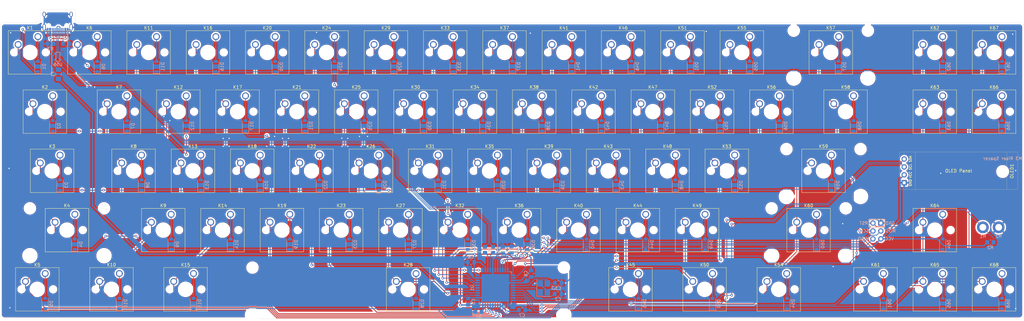
<source format=kicad_pcb>
(kicad_pcb (version 20171130) (host pcbnew "(5.1.12)-1")
  (layers (0 F.Cu signal) (31 B.Cu signal) (34 B.Paste user) (35 F.Paste user) (36 B.SilkS user) (37 F.SilkS user) (38 B.Mask user) (39 F.Mask user) (44 Edge.Cuts user))
  (net 0 "")
  (net 1 +5V)
  (net 2 "Net-(C1-Pad1)")
  (net 3 XTAL1)
  (net 4 XTAL2)
  (net 5 "Net-(D1-Pad2)")
  (net 6 row0)
  (net 7 "Net-(D2-Pad2)")
  (net 8 row1)
  (net 9 "Net-(D3-Pad2)")
  (net 10 row2)
  (net 11 "Net-(D4-Pad2)")
  (net 12 row3)
  (net 13 "Net-(D5-Pad2)")
  (net 14 row4)
  (net 15 "Net-(D6-Pad2)")
  (net 16 "Net-(D7-Pad2)")
  (net 17 "Net-(D8-Pad2)")
  (net 18 "Net-(D9-Pad2)")
  (net 19 "Net-(D10-Pad2)")
  (net 20 "Net-(D11-Pad2)")
  (net 21 "Net-(D12-Pad2)")
  (net 22 "Net-(D13-Pad2)")
  (net 23 "Net-(D14-Pad2)")
  (net 24 "Net-(D15-Pad2)")
  (net 25 "Net-(D16-Pad2)")
  (net 26 "Net-(D17-Pad2)")
  (net 27 "Net-(D18-Pad2)")
  (net 28 "Net-(D19-Pad2)")
  (net 29 "Net-(D20-Pad2)")
  (net 30 "Net-(D21-Pad2)")
  (net 31 "Net-(D22-Pad2)")
  (net 32 "Net-(D23-Pad2)")
  (net 33 "Net-(D24-Pad2)")
  (net 34 "Net-(D25-Pad2)")
  (net 35 "Net-(D26-Pad2)")
  (net 36 "Net-(D27-Pad2)")
  (net 37 "Net-(D28-Pad2)")
  (net 38 "Net-(D29-Pad2)")
  (net 39 "Net-(D30-Pad2)")
  (net 40 "Net-(D31-Pad2)")
  (net 41 "Net-(D32-Pad2)")
  (net 42 "Net-(D33-Pad2)")
  (net 43 "Net-(D34-Pad2)")
  (net 44 "Net-(D35-Pad2)")
  (net 45 "Net-(D36-Pad2)")
  (net 46 "Net-(D37-Pad2)")
  (net 47 "Net-(D38-Pad2)")
  (net 48 "Net-(D39-Pad2)")
  (net 49 "Net-(D40-Pad2)")
  (net 50 "Net-(D41-Pad2)")
  (net 51 "Net-(D42-Pad2)")
  (net 52 "Net-(D43-Pad2)")
  (net 53 "Net-(D44-Pad2)")
  (net 54 "Net-(D45-Pad2)")
  (net 55 "Net-(D46-Pad2)")
  (net 56 "Net-(D47-Pad2)")
  (net 57 "Net-(D48-Pad2)")
  (net 58 "Net-(D49-Pad2)")
  (net 59 "Net-(D50-Pad2)")
  (net 60 "Net-(D51-Pad2)")
  (net 61 "Net-(D52-Pad2)")
  (net 62 "Net-(D53-Pad2)")
  (net 63 "Net-(D54-Pad2)")
  (net 64 "Net-(D55-Pad2)")
  (net 65 "Net-(D56-Pad2)")
  (net 66 "Net-(D57-Pad2)")
  (net 67 "Net-(D58-Pad2)")
  (net 68 "Net-(D59-Pad2)")
  (net 69 "Net-(D60-Pad2)")
  (net 70 "Net-(D61-Pad2)")
  (net 71 "Net-(D62-Pad2)")
  (net 72 "Net-(D63-Pad2)")
  (net 73 "Net-(D64-Pad2)")
  (net 74 "Net-(D65-Pad2)")
  (net 75 "Net-(D66-Pad2)")
  (net 76 "Net-(D67-Pad2)")
  (net 77 "Net-(D68-Pad2)")
  (net 78 VCC)
  (net 79 RESET)
  (net 80 MOSI)
  (net 81 SCK_col15)
  (net 82 MISO)
  (net 83 col0)
  (net 84 col1)
  (net 85 col2)
  (net 86 col3)
  (net 87 col4)
  (net 88 col5)
  (net 89 col6)
  (net 90 col7)
  (net 91 col8)
  (net 92 col9)
  (net 93 col10)
  (net 94 col11)
  (net 95 col12)
  (net 96 col13)
  (net 97 col14)
  (net 98 "Net-(OLED1-Pad4)")
  (net 99 "Net-(OLED1-Pad3)")
  (net 100 "Net-(R1-Pad1)")
  (net 101 "Net-(R3-Pad2)")
  (net 102 GND)
  (net 103 "Net-(R4-Pad2)")
  (net 104 D-)
  (net 105 D+)
  (net 106 "Net-(U1-Pad42)")
  (net 107 "Net-(USBC1-Pad3)")
  (net 108 "Net-(USBC1-Pad9)")
  (module Button_Switch_Keyboard:SW_Cherry_MX_1.00u_PCB (layer F.Cu) (at -24.3783 75.344)
    (fp_text reference K31 (at -2.54 -2.794) (layer F.SilkS))
    (fp_text value H)
    (pad 1 thru_hole circle (at 0 0) (size 2.2 2.2) (drill 1.5) (layers *.Cu *.Mask) (net 40 "Net-(D31-Pad2)"))
    (pad 2 thru_hole circle (at -6.35 2.54) (size 2.2 2.2) (drill 1.5) (layers *.Cu *.Mask) (net 89 col6))
    (pad "" np_thru_hole circle (at -2.54 5.08) (size 4 4) (drill 4) (layers *.Cu *.Mask))
    (pad "" np_thru_hole circle (at -7.62 5.08) (size 1.7 1.7) (drill 1.7) (layers *.Cu *.Mask))
    (pad "" np_thru_hole circle (at 2.54 5.08) (size 1.7 1.7) (drill 1.7) (layers *.Cu *.Mask))
  )
  (module Button_Switch_Keyboard:SW_Cherry_MX_1.00u_PCB (layer F.Cu) (at -124.3273 56.294)
    (fp_text reference K7 (at -2.54 -2.794) (layer F.SilkS))
    (fp_text value Q)
    (pad 1 thru_hole circle (at 0 0) (size 2.2 2.2) (drill 1.5) (layers *.Cu *.Mask) (net 16 "Net-(D7-Pad2)"))
    (pad 2 thru_hole circle (at -6.35 2.54) (size 2.2 2.2) (drill 1.5) (layers *.Cu *.Mask) (net 84 col1))
    (pad "" np_thru_hole circle (at -2.54 5.08) (size 4 4) (drill 4) (layers *.Cu *.Mask))
    (pad "" np_thru_hole circle (at -7.62 5.08) (size 1.7 1.7) (drill 1.7) (layers *.Cu *.Mask))
    (pad "" np_thru_hole circle (at 2.54 5.08) (size 1.7 1.7) (drill 1.7) (layers *.Cu *.Mask))
  )
  (module Button_Switch_Keyboard:SW_Cherry_MX_1.50u_PCB (layer F.Cu) (at -148.1328 56.294)
    (fp_text reference K2 (at -2.54 -2.794) (layer F.SilkS))
    (fp_text value TAB)
    (pad 1 thru_hole circle (at 0 0) (size 2.2 2.2) (drill 1.5) (layers *.Cu *.Mask) (net 7 "Net-(D2-Pad2)"))
    (pad 2 thru_hole circle (at -6.35 2.54) (size 2.2 2.2) (drill 1.5) (layers *.Cu *.Mask) (net 83 col0))
    (pad "" np_thru_hole circle (at -2.54 5.08) (size 4 4) (drill 4) (layers *.Cu *.Mask))
    (pad "" np_thru_hole circle (at -7.62 5.08) (size 1.7 1.7) (drill 1.7) (layers *.Cu *.Mask))
    (pad "" np_thru_hole circle (at 2.54 5.08) (size 1.7 1.7) (drill 1.7) (layers *.Cu *.Mask))
  )
  (module Package_QFP:TQFP-44_10x10mm_P0.8mm (layer B.Cu) (at -6.0198 118.0465 270)
    (fp_text reference U1 (at 0 7.45 90) (layer B.SilkS) (effects (justify mirror)))
    (fp_text value ATmega32U4-AU)
    (pad 44 smd rect (at -4 5.7 180) (size 1.5 0.55) (layers B.Cu B.Paste B.Mask) (net 1 +5V))
    (pad 43 smd rect (at -3.2 5.7 180) (size 1.5 0.55) (layers B.Cu B.Paste B.Mask) (net 102 GND))
    (pad 42 smd rect (at -2.4 5.7 180) (size 1.5 0.55) (layers B.Cu B.Paste B.Mask) (net 106 "Net-(U1-Pad42)"))
    (pad 41 smd rect (at -1.6 5.7 180) (size 1.5 0.55) (layers B.Cu B.Paste B.Mask) (net 89 col6))
    (pad 40 smd rect (at -0.8 5.7 180) (size 1.5 0.55) (layers B.Cu B.Paste B.Mask) (net 10 row2))
    (pad 39 smd rect (at 0 5.7 180) (size 1.5 0.55) (layers B.Cu B.Paste B.Mask) (net 12 row3))
    (pad 38 smd rect (at 0.8 5.7 180) (size 1.5 0.55) (layers B.Cu B.Paste B.Mask) (net 8 row1))
    (pad 37 smd rect (at 1.6 5.7 180) (size 1.5 0.55) (layers B.Cu B.Paste B.Mask) (net 88 col5))
    (pad 36 smd rect (at 2.4 5.7 180) (size 1.5 0.55) (layers B.Cu B.Paste B.Mask) (net 14 row4))
    (pad 35 smd rect (at 3.2 5.7 180) (size 1.5 0.55) (layers B.Cu B.Paste B.Mask) (net 102 GND))
    (pad 34 smd rect (at 4 5.7 180) (size 1.5 0.55) (layers B.Cu B.Paste B.Mask) (net 1 +5V))
    (pad 33 smd rect (at 5.7 4 270) (size 1.5 0.55) (layers B.Cu B.Paste B.Mask) (net 100 "Net-(R1-Pad1)"))
    (pad 32 smd rect (at 5.7 3.2 270) (size 1.5 0.55) (layers B.Cu B.Paste B.Mask) (net 87 col4))
    (pad 31 smd rect (at 5.7 2.4 270) (size 1.5 0.55) (layers B.Cu B.Paste B.Mask) (net 86 col3))
    (pad 30 smd rect (at 5.7 1.6 270) (size 1.5 0.55) (layers B.Cu B.Paste B.Mask) (net 85 col2))
    (pad 29 smd rect (at 5.7 0.8 270) (size 1.5 0.55) (layers B.Cu B.Paste B.Mask) (net 84 col1))
    (pad 28 smd rect (at 5.7 0 270) (size 1.5 0.55) (layers B.Cu B.Paste B.Mask) (net 83 col0))
    (pad 27 smd rect (at 5.7 -0.8 270) (size 1.5 0.55) (layers B.Cu B.Paste B.Mask) (net 97 col14))
    (pad 26 smd rect (at 5.7 -1.6 270) (size 1.5 0.55) (layers B.Cu B.Paste B.Mask) (net 96 col13))
    (pad 25 smd rect (at 5.7 -2.4 270) (size 1.5 0.55) (layers B.Cu B.Paste B.Mask) (net 95 col12))
    (pad 24 smd rect (at 5.7 -3.2 270) (size 1.5 0.55) (layers B.Cu B.Paste B.Mask) (net 1 +5V))
    (pad 23 smd rect (at 5.7 -4 270) (size 1.5 0.55) (layers B.Cu B.Paste B.Mask) (net 102 GND))
    (pad 22 smd rect (at 4 -5.7 180) (size 1.5 0.55) (layers B.Cu B.Paste B.Mask) (net 92 col9))
    (pad 21 smd rect (at 3.2 -5.7 180) (size 1.5 0.55) (layers B.Cu B.Paste B.Mask) (net 93 col10))
    (pad 20 smd rect (at 2.4 -5.7 180) (size 1.5 0.55) (layers B.Cu B.Paste B.Mask) (net 94 col11))
    (pad 19 smd rect (at 1.6 -5.7 180) (size 1.5 0.55) (layers B.Cu B.Paste B.Mask) (net 98 "Net-(OLED1-Pad4)"))
    (pad 18 smd rect (at 0.8 -5.7 180) (size 1.5 0.55) (layers B.Cu B.Paste B.Mask) (net 99 "Net-(OLED1-Pad3)"))
    (pad 17 smd rect (at 0 -5.7 180) (size 1.5 0.55) (layers B.Cu B.Paste B.Mask) (net 3 XTAL1))
    (pad 16 smd rect (at -0.8 -5.7 180) (size 1.5 0.55) (layers B.Cu B.Paste B.Mask) (net 4 XTAL2))
    (pad 15 smd rect (at -1.6 -5.7 180) (size 1.5 0.55) (layers B.Cu B.Paste B.Mask) (net 102 GND))
    (pad 14 smd rect (at -2.4 -5.7 180) (size 1.5 0.55) (layers B.Cu B.Paste B.Mask) (net 1 +5V))
    (pad 13 smd rect (at -3.2 -5.7 180) (size 1.5 0.55) (layers B.Cu B.Paste B.Mask) (net 79 RESET))
    (pad 12 smd rect (at -4 -5.7 180) (size 1.5 0.55) (layers B.Cu B.Paste B.Mask) (net 91 col8))
    (pad 11 smd rect (at -5.7 -4 270) (size 1.5 0.55) (layers B.Cu B.Paste B.Mask) (net 82 MISO))
    (pad 10 smd rect (at -5.7 -3.2 270) (size 1.5 0.55) (layers B.Cu B.Paste B.Mask) (net 80 MOSI))
    (pad 9 smd rect (at -5.7 -2.4 270) (size 1.5 0.55) (layers B.Cu B.Paste B.Mask) (net 81 SCK_col15))
    (pad 8 smd rect (at -5.7 -1.6 270) (size 1.5 0.55) (layers B.Cu B.Paste B.Mask) (net 90 col7))
    (pad 7 smd rect (at -5.7 -0.8 270) (size 1.5 0.55) (layers B.Cu B.Paste B.Mask) (net 1 +5V))
    (pad 6 smd rect (at -5.7 0 270) (size 1.5 0.55) (layers B.Cu B.Paste B.Mask) (net 2 "Net-(C1-Pad1)"))
    (pad 5 smd rect (at -5.7 0.8 270) (size 1.5 0.55) (layers B.Cu B.Paste B.Mask) (net 102 GND))
    (pad 4 smd rect (at -5.7 1.6 270) (size 1.5 0.55) (layers B.Cu B.Paste B.Mask) (net 105 D+))
    (pad 3 smd rect (at -5.7 2.4 270) (size 1.5 0.55) (layers B.Cu B.Paste B.Mask) (net 104 D-))
    (pad 2 smd rect (at -5.7 3.2 270) (size 1.5 0.55) (layers B.Cu B.Paste B.Mask) (net 1 +5V))
    (pad 1 smd rect (at -5.7 4 270) (size 1.5 0.55) (layers B.Cu B.Paste B.Mask) (net 6 row0))
  )
  (module MountingHole:MountingHole_3.2mm_M3 (layer B.Cu) (at 156.9212 80.645 180)
    (fp_text reference "M3 Riser Spacer" (at 0 4.2) (layer B.SilkS) (effects (justify mirror)))
    (fp_text value "M3 Riser Spacer")
    (pad 1 np_thru_hole circle (at 0 0 180) (size 3.2 3.2) (drill 3.2) (layers *.Cu *.Mask))
  )
  (module MountingHole:MountingHole_2.2mm_M2_DIN965_Pad (layer B.Cu) (at 155.6442 98.585)
    (fp_text reference H2 (at 0 2.9) (layer B.SilkS) (effects (justify mirror)))
    (fp_text value "JUMP TO RESET")
    (pad 1 thru_hole circle (at 0 0) (size 3.8 3.8) (drill 2.2) (layers *.Cu *.Mask) (net 102 GND))
  )
  (module MountingHole:MountingHole_2.2mm_M2_DIN965_Pad (layer B.Cu) (at 150.5642 98.585)
    (fp_text reference H1 (at 0 2.9) (layer B.SilkS) (effects (justify mirror)))
    (fp_text value "JUMP TO RESET")
    (pad 1 thru_hole circle (at 0 0) (size 3.8 3.8) (drill 2.2) (layers *.Cu *.Mask) (net 79 RESET))
  )
  (module Button_Switch_Keyboard:SW_Cherry_MX_1.00u_PCB (layer F.Cu) (at 137.6737 94.394)
    (fp_text reference K64 (at -2.54 -2.794) (layer F.SilkS))
    (fp_text value UP)
    (pad 1 thru_hole circle (at 0 0) (size 2.2 2.2) (drill 1.5) (layers *.Cu *.Mask) (net 73 "Net-(D64-Pad2)"))
    (pad 2 thru_hole circle (at -6.35 2.54) (size 2.2 2.2) (drill 1.5) (layers *.Cu *.Mask) (net 97 col14))
    (pad "" np_thru_hole circle (at -2.54 5.08) (size 4 4) (drill 4) (layers *.Cu *.Mask))
    (pad "" np_thru_hole circle (at -7.62 5.08) (size 1.7 1.7) (drill 1.7) (layers *.Cu *.Mask))
    (pad "" np_thru_hole circle (at 2.54 5.08) (size 1.7 1.7) (drill 1.7) (layers *.Cu *.Mask))
  )
  (module Button_Switch_Keyboard:SW_Cherry_MX_1.00u_PCB (layer F.Cu) (at 156.7237 56.294)
    (fp_text reference K66 (at -2.54 -2.794) (layer F.SilkS))
    (fp_text value INS)
    (pad 1 thru_hole circle (at 0 0) (size 2.2 2.2) (drill 1.5) (layers *.Cu *.Mask) (net 75 "Net-(D66-Pad2)"))
    (pad 2 thru_hole circle (at -6.35 2.54) (size 2.2 2.2) (drill 1.5) (layers *.Cu *.Mask) (net 81 SCK_col15))
    (pad "" np_thru_hole circle (at -2.54 5.08) (size 4 4) (drill 4) (layers *.Cu *.Mask))
    (pad "" np_thru_hole circle (at -7.62 5.08) (size 1.7 1.7) (drill 1.7) (layers *.Cu *.Mask))
    (pad "" np_thru_hole circle (at 2.54 5.08) (size 1.7 1.7) (drill 1.7) (layers *.Cu *.Mask))
  )
  (module Crystal:Crystal_SMD_3225-4Pin_3.2x2.5mm_HandSoldering (layer B.Cu) (at 9.5447 118.057 90)
    (fp_text reference Y1 (at 0 3.05 90) (layer B.SilkS) (effects (justify mirror)))
    (fp_text value XTAL)
    (pad 1 smd rect (at -1.45 -1.15 90) (size 2.1 1.8) (layers B.Cu B.Paste B.Mask) (net 3 XTAL1))
    (pad 2 smd rect (at 1.45 -1.15 90) (size 2.1 1.8) (layers B.Cu B.Paste B.Mask) (net 102 GND))
    (pad 3 smd rect (at 1.45 1.15 90) (size 2.1 1.8) (layers B.Cu B.Paste B.Mask) (net 4 XTAL2))
    (pad 4 smd rect (at -1.45 1.15 90) (size 2.1 1.8) (layers B.Cu B.Paste B.Mask) (net 102 GND))
  )
  (module Type-C:HRO-TYPE-C-31-M-12-HandSoldering (layer B.Cu) (at -146.5523 27.465)
    (fp_text reference USBC1 (at 0 10.2) (layer B.SilkS) (effects (justify mirror)))
    (fp_text value HRO-TYPE-C-31-M-12)
    (pad 12 smd rect (at 3.225 8.195) (size 0.6 2.45) (layers B.Cu B.Paste B.Mask) (net 102 GND))
    (pad 1 smd rect (at -3.225 8.195) (size 0.6 2.45) (layers B.Cu B.Paste B.Mask) (net 102 GND))
    (pad 11 smd rect (at 2.45 8.195) (size 0.6 2.45) (layers B.Cu B.Paste B.Mask) (net 78 VCC))
    (pad 2 smd rect (at -2.45 8.195) (size 0.6 2.45) (layers B.Cu B.Paste B.Mask) (net 78 VCC))
    (pad 3 smd rect (at -1.75 8.195) (size 0.3 2.45) (layers B.Cu B.Paste B.Mask) (net 107 "Net-(USBC1-Pad3)"))
    (pad 10 smd rect (at 1.75 8.195) (size 0.3 2.45) (layers B.Cu B.Paste B.Mask) (net 101 "Net-(R3-Pad2)"))
    (pad 4 smd rect (at -1.25 8.195) (size 0.3 2.45) (layers B.Cu B.Paste B.Mask) (net 103 "Net-(R4-Pad2)"))
    (pad 9 smd rect (at 1.25 8.195) (size 0.3 2.45) (layers B.Cu B.Paste B.Mask) (net 108 "Net-(USBC1-Pad9)"))
    (pad 5 smd rect (at -0.75 8.195) (size 0.3 2.45) (layers B.Cu B.Paste B.Mask) (net 104 D-))
    (pad 8 smd rect (at 0.75 8.195) (size 0.3 2.45) (layers B.Cu B.Paste B.Mask) (net 105 D+))
    (pad 7 smd rect (at 0.25 8.195) (size 0.3 2.45) (layers B.Cu B.Paste B.Mask) (net 104 D-))
    (pad 6 smd rect (at -0.25 8.195) (size 0.3 2.45) (layers B.Cu B.Paste B.Mask) (net 105 D+))
    (pad "" np_thru_hole circle (at 2.89 6.25) (size 0.65 0.65) (drill 0.65) (layers *.Cu *.Mask))
    (pad "" np_thru_hole circle (at -2.89 6.25) (size 0.65 0.65) (drill 0.65) (layers *.Cu *.Mask))
    (pad 13 thru_hole oval (at -4.32 6.78) (size 1 2.1) (drill oval 0.6 1.7) (layers *.Cu F.Mask) (net 102 GND))
    (pad 13 thru_hole oval (at 4.32 6.78) (size 1 2.1) (drill oval 0.6 1.7) (layers *.Cu F.Mask) (net 102 GND))
    (pad 13 thru_hole oval (at -4.32 2.6) (size 1 1.6) (drill oval 0.6 1.2) (layers *.Cu F.Mask) (net 102 GND))
    (pad 13 thru_hole oval (at 4.32 2.6) (size 1 1.6) (drill oval 0.6 1.2) (layers *.Cu F.Mask) (net 102 GND))
  )
  (module random-keyboard-parts:SOT143B (layer B.Cu) (at -146.4818 43.721 180)
    (fp_text reference U56 (at 0 -2.45) (layer B.SilkS) (effects (justify mirror)))
    (fp_text value PRTR5V0U2X)
    (pad 1 smd rect (at -1 0.75 270) (size 1 0.7) (layers B.Cu B.Paste B.Mask) (net 102 GND))
    (pad 4 smd rect (at 1 0.95 270) (size 0.6 0.7) (layers B.Cu B.Paste B.Mask) (net 78 VCC))
    (pad 2 smd rect (at -1 -0.95 270) (size 0.6 0.7) (layers B.Cu B.Paste B.Mask) (net 105 D+))
    (pad 3 smd rect (at 1 -0.95 270) (size 0.6 0.7) (layers B.Cu B.Paste B.Mask) (net 104 D-))
  )
  (module Resistor_SMD:R_0805_2012Metric_Pad1.20x1.40mm_HandSolder (layer B.Cu) (at -6.7183 105.775 90)
    (fp_text reference R6 (at 0 1.65 90) (layer B.SilkS) (effects (justify mirror)))
    (fp_text value "22ohm resisitor")
    (pad 1 smd roundrect (at -1 0 90) (size 1.2 1.4) (layers B.Cu B.Paste B.Mask) (roundrect_rratio 0.2083325) (net 105 D+))
    (pad 2 smd roundrect (at 1 0 90) (size 1.2 1.4) (layers B.Cu B.Paste B.Mask) (roundrect_rratio 0.208) (net 105 D+))
  )
  (module Resistor_SMD:R_0805_2012Metric_Pad1.20x1.40mm_HandSolder (layer B.Cu) (at -9.3218 105.775 90)
    (fp_text reference R5 (at 0 1.65 90) (layer B.SilkS) (effects (justify mirror)))
    (fp_text value "22ohm resistor")
    (pad 1 smd roundrect (at -1 0 90) (size 1.2 1.4) (layers B.Cu B.Paste B.Mask) (roundrect_rratio 0.2083325) (net 104 D-))
    (pad 2 smd roundrect (at 1 0 90) (size 1.2 1.4) (layers B.Cu B.Paste B.Mask) (roundrect_rratio 0.208) (net 104 D-))
  )
  (module Resistor_SMD:R_0805_2012Metric_Pad1.20x1.40mm_HandSolder (layer B.Cu) (at -143.8308 39.53 180)
    (fp_text reference R4 (at 0 1.65) (layer B.SilkS) (effects (justify mirror)))
    (fp_text value "5.1k res")
    (pad 1 smd roundrect (at -1 0 180) (size 1.2 1.4) (layers B.Cu B.Paste B.Mask) (roundrect_rratio 0.2083325) (net 102 GND))
    (pad 2 smd roundrect (at 1 0 180) (size 1.2 1.4) (layers B.Cu B.Paste B.Mask) (roundrect_rratio 0.208) (net 101 "Net-(R3-Pad2)"))
  )
  (module Resistor_SMD:R_0805_2012Metric_Pad1.20x1.40mm_HandSolder (layer B.Cu) (at -148.8383 39.53)
    (fp_text reference R3 (at 0 1.65) (layer B.SilkS) (effects (justify mirror)))
    (fp_text value "5.1k res")
    (pad 1 smd roundrect (at -1 0) (size 1.2 1.4) (layers B.Cu B.Paste B.Mask) (roundrect_rratio 0.2083325) (net 102 GND))
    (pad 2 smd roundrect (at 1 0) (size 1.2 1.4) (layers B.Cu B.Paste B.Mask) (roundrect_rratio 0.208) (net 103 "Net-(R4-Pad2)"))
  )
  (module Resistor_SMD:R_0805_2012Metric_Pad1.20x1.40mm_HandSolder (layer B.Cu) (at 152.9932 103.411)
    (fp_text reference R2 (at 0 1.65) (layer B.SilkS) (effects (justify mirror)))
    (fp_text value 10k)
    (pad 1 smd roundrect (at -1 0) (size 1.2 1.4) (layers B.Cu B.Paste B.Mask) (roundrect_rratio 0.2083325) (net 1 +5V))
    (pad 2 smd roundrect (at 1 0) (size 1.2 1.4) (layers B.Cu B.Paste B.Mask) (roundrect_rratio 0.2083325) (net 79 RESET))
  )
  (module Resistor_SMD:R_0805_2012Metric_Pad1.20x1.40mm_HandSolder (layer B.Cu) (at -11.4013 125.7935)
    (fp_text reference R1 (at 0 1.65) (layer B.SilkS) (effects (justify mirror)))
    (fp_text value 10k)
    (pad 1 smd roundrect (at -1 0) (size 1.2 1.4) (layers B.Cu B.Paste B.Mask) (roundrect_rratio 0.208) (net 102 GND))
    (pad 2 smd roundrect (at 1 0) (size 1.2 1.4) (layers B.Cu B.Paste B.Mask) (roundrect_rratio 0.208) (net 100 "Net-(R1-Pad1)"))
  )
  (module KiCad-SSD1306-0.91-OLED-4pin-128x32:SSD1306-0.91-OLED-4pin-128x32 (layer F.Cu) (at 161.8037 86.424 180)
    (fp_text reference OLED1 (at 1.9 5.91 90) (layer F.SilkS))
    (fp_text value SSD13064pin)
    (fp_text user "OLED Panel" (at 19 6) (layer F.SilkS))
    (fp_text user GND (at 34.5 2.19 -90) (layer F.SilkS) (effects (font (size 0.75 0.75))))
    (fp_text user VCC (at 34.5 4.73 -90) (layer F.SilkS) (effects (font (size 0.75 0.75))))
    (fp_text user SCL (at 34.5 7.27 -90) (layer F.SilkS) (effects (font (size 0.75 0.75))))
    (fp_text user SDA (at 34.5 9.81 -90) (layer F.SilkS) (effects (font (size 0.75 0.75))))
    (pad 1 thru_hole rect (at 36.5 2.19 180) (size 1.7 1.7) (drill 1) (layers *.Cu *.Mask) (net 102 GND))
    (pad 2 thru_hole oval (at 36.5 4.73 180) (size 1.7 1.7) (drill 1) (layers *.Cu *.Mask) (net 1 +5V))
    (pad 3 thru_hole oval (at 36.5 7.27 180) (size 1.7 1.7) (drill 1) (layers *.Cu *.Mask) (net 99 "Net-(OLED1-Pad3)"))
    (pad 4 thru_hole oval (at 36.5 9.81 180) (size 1.7 1.7) (drill 1) (layers *.Cu *.Mask) (net 98 "Net-(OLED1-Pad4)"))
  )
  (module Button_Switch_Keyboard:SW_Cherry_MX_1.00u_PCB (layer F.Cu) (at 156.7237 113.444)
    (fp_text reference K68 (at -2.54 -2.794) (layer F.SilkS))
    (fp_text value RIGHT)
    (pad 1 thru_hole circle (at 0 0) (size 2.2 2.2) (drill 1.5) (layers *.Cu *.Mask) (net 77 "Net-(D68-Pad2)"))
    (pad 2 thru_hole circle (at -6.35 2.54) (size 2.2 2.2) (drill 1.5) (layers *.Cu *.Mask) (net 81 SCK_col15))
    (pad "" np_thru_hole circle (at -2.54 5.08) (size 4 4) (drill 4) (layers *.Cu *.Mask))
    (pad "" np_thru_hole circle (at -7.62 5.08) (size 1.7 1.7) (drill 1.7) (layers *.Cu *.Mask))
    (pad "" np_thru_hole circle (at 2.54 5.08) (size 1.7 1.7) (drill 1.7) (layers *.Cu *.Mask))
  )
  (module Button_Switch_Keyboard:SW_Cherry_MX_1.00u_PCB (layer F.Cu) (at 156.7237 37.244)
    (fp_text reference K67 (at -2.54 -2.794) (layer F.SilkS))
    (fp_text value DEL)
    (pad 1 thru_hole circle (at 0 0) (size 2.2 2.2) (drill 1.5) (layers *.Cu *.Mask) (net 76 "Net-(D67-Pad2)"))
    (pad 2 thru_hole circle (at -6.35 2.54) (size 2.2 2.2) (drill 1.5) (layers *.Cu *.Mask) (net 81 SCK_col15))
    (pad "" np_thru_hole circle (at -2.54 5.08) (size 4 4) (drill 4) (layers *.Cu *.Mask))
    (pad "" np_thru_hole circle (at -7.62 5.08) (size 1.7 1.7) (drill 1.7) (layers *.Cu *.Mask))
    (pad "" np_thru_hole circle (at 2.54 5.08) (size 1.7 1.7) (drill 1.7) (layers *.Cu *.Mask))
  )
  (module Button_Switch_Keyboard:SW_Cherry_MX_1.00u_PCB (layer F.Cu) (at 137.6737 113.444)
    (fp_text reference K65 (at -2.54 -2.794) (layer F.SilkS))
    (fp_text value DOWN)
    (pad 1 thru_hole circle (at 0 0) (size 2.2 2.2) (drill 1.5) (layers *.Cu *.Mask) (net 74 "Net-(D65-Pad2)"))
    (pad 2 thru_hole circle (at -6.35 2.54) (size 2.2 2.2) (drill 1.5) (layers *.Cu *.Mask) (net 97 col14))
    (pad "" np_thru_hole circle (at -2.54 5.08) (size 4 4) (drill 4) (layers *.Cu *.Mask))
    (pad "" np_thru_hole circle (at -7.62 5.08) (size 1.7 1.7) (drill 1.7) (layers *.Cu *.Mask))
    (pad "" np_thru_hole circle (at 2.54 5.08) (size 1.7 1.7) (drill 1.7) (layers *.Cu *.Mask))
  )
  (module Button_Switch_Keyboard:SW_Cherry_MX_1.00u_PCB (layer F.Cu) (at 137.6737 56.294)
    (fp_text reference K63 (at -2.54 -2.794) (layer F.SilkS))
    (fp_text value PGDN)
    (pad 1 thru_hole circle (at 0 0) (size 2.2 2.2) (drill 1.5) (layers *.Cu *.Mask) (net 72 "Net-(D63-Pad2)"))
    (pad 2 thru_hole circle (at -6.35 2.54) (size 2.2 2.2) (drill 1.5) (layers *.Cu *.Mask) (net 97 col14))
    (pad "" np_thru_hole circle (at -2.54 5.08) (size 4 4) (drill 4) (layers *.Cu *.Mask))
    (pad "" np_thru_hole circle (at -7.62 5.08) (size 1.7 1.7) (drill 1.7) (layers *.Cu *.Mask))
    (pad "" np_thru_hole circle (at 2.54 5.08) (size 1.7 1.7) (drill 1.7) (layers *.Cu *.Mask))
  )
  (module Button_Switch_Keyboard:SW_Cherry_MX_1.00u_PCB (layer F.Cu) (at 137.6737 37.244)
    (fp_text reference K62 (at -2.54 -2.794) (layer F.SilkS))
    (fp_text value PGUP)
    (pad 1 thru_hole circle (at 0 0) (size 2.2 2.2) (drill 1.5) (layers *.Cu *.Mask) (net 71 "Net-(D62-Pad2)"))
    (pad 2 thru_hole circle (at -6.35 2.54) (size 2.2 2.2) (drill 1.5) (layers *.Cu *.Mask) (net 97 col14))
    (pad "" np_thru_hole circle (at -2.54 5.08) (size 4 4) (drill 4) (layers *.Cu *.Mask))
    (pad "" np_thru_hole circle (at -7.62 5.08) (size 1.7 1.7) (drill 1.7) (layers *.Cu *.Mask))
    (pad "" np_thru_hole circle (at 2.54 5.08) (size 1.7 1.7) (drill 1.7) (layers *.Cu *.Mask))
  )
  (module Button_Switch_Keyboard:SW_Cherry_MX_1.00u_PCB (layer F.Cu) (at 118.6237 113.444)
    (fp_text reference K61 (at -2.54 -2.794) (layer F.SilkS))
    (fp_text value LEFT)
    (pad 1 thru_hole circle (at 0 0) (size 2.2 2.2) (drill 1.5) (layers *.Cu *.Mask) (net 70 "Net-(D61-Pad2)"))
    (pad 2 thru_hole circle (at -6.35 2.54) (size 2.2 2.2) (drill 1.5) (layers *.Cu *.Mask) (net 96 col13))
    (pad "" np_thru_hole circle (at -2.54 5.08) (size 4 4) (drill 4) (layers *.Cu *.Mask))
    (pad "" np_thru_hole circle (at -7.62 5.08) (size 1.7 1.7) (drill 1.7) (layers *.Cu *.Mask))
    (pad "" np_thru_hole circle (at 2.54 5.08) (size 1.7 1.7) (drill 1.7) (layers *.Cu *.Mask))
  )
  (module Button_Switch_Keyboard:SW_Cherry_MX_2.75u_PCB (layer F.Cu) (at 97.1607 94.394)
    (fp_text reference K60 (at -2.54 -2.794) (layer F.SilkS))
    (fp_text value RSHIFT)
    (pad 1 thru_hole circle (at 0 0) (size 2.2 2.2) (drill 1.5) (layers *.Cu *.Mask) (net 69 "Net-(D60-Pad2)"))
    (pad 2 thru_hole circle (at -6.35 2.54) (size 2.2 2.2) (drill 1.5) (layers *.Cu *.Mask) (net 95 col12))
    (pad "" np_thru_hole circle (at -2.54 5.08) (size 4 4) (drill 4) (layers *.Cu *.Mask))
    (pad "" np_thru_hole circle (at -7.62 5.08) (size 1.7 1.7) (drill 1.7) (layers *.Cu *.Mask))
    (pad "" np_thru_hole circle (at 2.54 5.08) (size 1.7 1.7) (drill 1.7) (layers *.Cu *.Mask))
    (pad "" np_thru_hole circle (at 9.36 13.32) (size 4 4) (drill 4) (layers *.Cu *.Mask))
    (pad "" np_thru_hole circle (at -14.44 13.32) (size 4 4) (drill 4) (layers *.Cu *.Mask))
    (pad "" np_thru_hole circle (at -14.44 -1.92) (size 3.05 3.05) (drill 3.05) (layers *.Cu *.Mask))
    (pad "" np_thru_hole circle (at 9.36 -1.92) (size 3.05 3.05) (drill 3.05) (layers *.Cu *.Mask))
  )
  (module Button_Switch_Keyboard:SW_Cherry_MX_2.25u_PCB (layer F.Cu) (at 101.9232 75.344)
    (fp_text reference K59 (at -2.54 -2.794) (layer F.SilkS))
    (fp_text value ENTER)
    (pad 1 thru_hole circle (at 0 0) (size 2.2 2.2) (drill 1.5) (layers *.Cu *.Mask) (net 68 "Net-(D59-Pad2)"))
    (pad 2 thru_hole circle (at -6.35 2.54) (size 2.2 2.2) (drill 1.5) (layers *.Cu *.Mask) (net 95 col12))
    (pad "" np_thru_hole circle (at -2.54 5.08) (size 4 4) (drill 4) (layers *.Cu *.Mask))
    (pad "" np_thru_hole circle (at -7.62 5.08) (size 1.7 1.7) (drill 1.7) (layers *.Cu *.Mask))
    (pad "" np_thru_hole circle (at 2.54 5.08) (size 1.7 1.7) (drill 1.7) (layers *.Cu *.Mask))
    (pad "" np_thru_hole circle (at 9.36 13.32) (size 4 4) (drill 4) (layers *.Cu *.Mask))
    (pad "" np_thru_hole circle (at -14.44 13.32) (size 4 4) (drill 4) (layers *.Cu *.Mask))
    (pad "" np_thru_hole circle (at -14.44 -1.92) (size 3.05 3.05) (drill 3.05) (layers *.Cu *.Mask))
    (pad "" np_thru_hole circle (at 9.36 -1.92) (size 3.05 3.05) (drill 3.05) (layers *.Cu *.Mask))
  )
  (module Button_Switch_Keyboard:SW_Cherry_MX_1.50u_Plate (layer F.Cu) (at 109.0352 56.294)
    (fp_text reference K58 (at -2.54 -2.794) (layer F.SilkS))
    (fp_text value \)
    (pad 1 thru_hole circle (at 0 0) (size 2.2 2.2) (drill 1.5) (layers *.Cu *.Mask) (net 67 "Net-(D58-Pad2)"))
    (pad 2 thru_hole circle (at -6.35 2.54) (size 2.2 2.2) (drill 1.5) (layers *.Cu *.Mask) (net 96 col13))
    (pad "" np_thru_hole circle (at -2.54 5.08) (size 4 4) (drill 4) (layers *.Cu *.Mask))
  )
  (module Button_Switch_Keyboard:SW_Cherry_MX_2.00u_PCB (layer F.Cu) (at 104.2727 37.244)
    (fp_text reference K57 (at -2.54 -2.794) (layer F.SilkS))
    (fp_text value BACK)
    (pad 1 thru_hole circle (at 0 0) (size 2.2 2.2) (drill 1.5) (layers *.Cu *.Mask) (net 66 "Net-(D57-Pad2)"))
    (pad 2 thru_hole circle (at -6.35 2.54) (size 2.2 2.2) (drill 1.5) (layers *.Cu *.Mask) (net 96 col13))
    (pad "" np_thru_hole circle (at -2.54 5.08) (size 4 4) (drill 4) (layers *.Cu *.Mask))
    (pad "" np_thru_hole circle (at -7.62 5.08) (size 1.7 1.7) (drill 1.7) (layers *.Cu *.Mask))
    (pad "" np_thru_hole circle (at 2.54 5.08) (size 1.7 1.7) (drill 1.7) (layers *.Cu *.Mask))
    (pad "" np_thru_hole circle (at 9.36 13.32) (size 4 4) (drill 4) (layers *.Cu *.Mask))
    (pad "" np_thru_hole circle (at -14.44 13.32) (size 4 4) (drill 4) (layers *.Cu *.Mask))
    (pad "" np_thru_hole circle (at -14.44 -1.92) (size 3.05 3.05) (drill 3.05) (layers *.Cu *.Mask))
    (pad "" np_thru_hole circle (at 9.36 -1.92) (size 3.05 3.05) (drill 3.05) (layers *.Cu *.Mask))
  )
  (module Button_Switch_Keyboard:SW_Cherry_MX_1.00u_PCB (layer F.Cu) (at 85.2227 56.294)
    (fp_text reference K56 (at -2.54 -2.794) (layer F.SilkS))
    (fp_text value ])
    (pad 1 thru_hole circle (at 0 0) (size 2.2 2.2) (drill 1.5) (layers *.Cu *.Mask) (net 65 "Net-(D56-Pad2)"))
    (pad 2 thru_hole circle (at -6.35 2.54) (size 2.2 2.2) (drill 1.5) (layers *.Cu *.Mask) (net 95 col12))
    (pad "" np_thru_hole circle (at -2.54 5.08) (size 4 4) (drill 4) (layers *.Cu *.Mask))
    (pad "" np_thru_hole circle (at -7.62 5.08) (size 1.7 1.7) (drill 1.7) (layers *.Cu *.Mask))
    (pad "" np_thru_hole circle (at 2.54 5.08) (size 1.7 1.7) (drill 1.7) (layers *.Cu *.Mask))
  )
  (module Button_Switch_Keyboard:SW_Cherry_MX_1.00u_PCB (layer F.Cu) (at 75.6977 37.244)
    (fp_text reference K55 (at -2.54 -2.794) (layer F.SilkS))
    (fp_text value =)
    (pad 1 thru_hole circle (at 0 0) (size 2.2 2.2) (drill 1.5) (layers *.Cu *.Mask) (net 64 "Net-(D55-Pad2)"))
    (pad 2 thru_hole circle (at -6.35 2.54) (size 2.2 2.2) (drill 1.5) (layers *.Cu *.Mask) (net 95 col12))
    (pad "" np_thru_hole circle (at -2.54 5.08) (size 4 4) (drill 4) (layers *.Cu *.Mask))
    (pad "" np_thru_hole circle (at -7.62 5.08) (size 1.7 1.7) (drill 1.7) (layers *.Cu *.Mask))
    (pad "" np_thru_hole circle (at 2.54 5.08) (size 1.7 1.7) (drill 1.7) (layers *.Cu *.Mask))
  )
  (module Button_Switch_Keyboard:SW_Cherry_MX_1.25u_PCB (layer F.Cu) (at 87.5722 113.444)
    (fp_text reference K54 (at -2.54 -2.794) (layer F.SilkS))
    (fp_text value RCTRL)
    (pad 1 thru_hole circle (at 0 0) (size 2.2 2.2) (drill 1.5) (layers *.Cu *.Mask) (net 63 "Net-(D54-Pad2)"))
    (pad 2 thru_hole circle (at -6.35 2.54) (size 2.2 2.2) (drill 1.5) (layers *.Cu *.Mask) (net 95 col12))
    (pad "" np_thru_hole circle (at -2.54 5.08) (size 4 4) (drill 4) (layers *.Cu *.Mask))
    (pad "" np_thru_hole circle (at -7.62 5.08) (size 1.7 1.7) (drill 1.7) (layers *.Cu *.Mask))
    (pad "" np_thru_hole circle (at 2.54 5.08) (size 1.7 1.7) (drill 1.7) (layers *.Cu *.Mask))
  )
  (module Button_Switch_Keyboard:SW_Cherry_MX_1.00u_PCB (layer F.Cu) (at 70.8717 75.344)
    (fp_text reference K53 (at -2.54 -2.794) (layer F.SilkS))
    (fp_text value ')
    (pad 1 thru_hole circle (at 0 0) (size 2.2 2.2) (drill 1.5) (layers *.Cu *.Mask) (net 62 "Net-(D53-Pad2)"))
    (pad 2 thru_hole circle (at -6.35 2.54) (size 2.2 2.2) (drill 1.5) (layers *.Cu *.Mask) (net 94 col11))
    (pad "" np_thru_hole circle (at -2.54 5.08) (size 4 4) (drill 4) (layers *.Cu *.Mask))
    (pad "" np_thru_hole circle (at -7.62 5.08) (size 1.7 1.7) (drill 1.7) (layers *.Cu *.Mask))
    (pad "" np_thru_hole circle (at 2.54 5.08) (size 1.7 1.7) (drill 1.7) (layers *.Cu *.Mask))
  )
  (module Button_Switch_Keyboard:SW_Cherry_MX_1.00u_PCB (layer F.Cu) (at 66.1727 56.294)
    (fp_text reference K52 (at -2.54 -2.794) (layer F.SilkS))
    (fp_text value [)
    (pad 1 thru_hole circle (at 0 0) (size 2.2 2.2) (drill 1.5) (layers *.Cu *.Mask) (net 61 "Net-(D52-Pad2)"))
    (pad 2 thru_hole circle (at -6.35 2.54) (size 2.2 2.2) (drill 1.5) (layers *.Cu *.Mask) (net 94 col11))
    (pad "" np_thru_hole circle (at -2.54 5.08) (size 4 4) (drill 4) (layers *.Cu *.Mask))
    (pad "" np_thru_hole circle (at -7.62 5.08) (size 1.7 1.7) (drill 1.7) (layers *.Cu *.Mask))
    (pad "" np_thru_hole circle (at 2.54 5.08) (size 1.7 1.7) (drill 1.7) (layers *.Cu *.Mask))
  )
  (module Button_Switch_Keyboard:SW_Cherry_MX_1.00u_PCB (layer F.Cu) (at 56.6477 37.244)
    (fp_text reference K51 (at -2.54 -2.794) (layer F.SilkS))
    (fp_text value -)
    (pad 1 thru_hole circle (at 0 0) (size 2.2 2.2) (drill 1.5) (layers *.Cu *.Mask) (net 60 "Net-(D51-Pad2)"))
    (pad 2 thru_hole circle (at -6.35 2.54) (size 2.2 2.2) (drill 1.5) (layers *.Cu *.Mask) (net 94 col11))
    (pad "" np_thru_hole circle (at -2.54 5.08) (size 4 4) (drill 4) (layers *.Cu *.Mask))
    (pad "" np_thru_hole circle (at -7.62 5.08) (size 1.7 1.7) (drill 1.7) (layers *.Cu *.Mask))
    (pad "" np_thru_hole circle (at 2.54 5.08) (size 1.7 1.7) (drill 1.7) (layers *.Cu *.Mask))
  )
  (module Button_Switch_Keyboard:SW_Cherry_MX_1.25u_PCB (layer F.Cu) (at 63.7597 113.444)
    (fp_text reference K50 (at -2.54 -2.794) (layer F.SilkS))
    (fp_text value FN)
    (pad 1 thru_hole circle (at 0 0) (size 2.2 2.2) (drill 1.5) (layers *.Cu *.Mask) (net 59 "Net-(D50-Pad2)"))
    (pad 2 thru_hole circle (at -6.35 2.54) (size 2.2 2.2) (drill 1.5) (layers *.Cu *.Mask) (net 93 col10))
    (pad "" np_thru_hole circle (at -2.54 5.08) (size 4 4) (drill 4) (layers *.Cu *.Mask))
    (pad "" np_thru_hole circle (at -7.62 5.08) (size 1.7 1.7) (drill 1.7) (layers *.Cu *.Mask))
    (pad "" np_thru_hole circle (at 2.54 5.08) (size 1.7 1.7) (drill 1.7) (layers *.Cu *.Mask))
  )
  (module Button_Switch_Keyboard:SW_Cherry_MX_1.00u_PCB (layer F.Cu) (at 61.3467 94.394)
    (fp_text reference K49 (at -2.54 -2.794) (layer F.SilkS))
    (fp_text value /)
    (pad 1 thru_hole circle (at 0 0) (size 2.2 2.2) (drill 1.5) (layers *.Cu *.Mask) (net 58 "Net-(D49-Pad2)"))
    (pad 2 thru_hole circle (at -6.35 2.54) (size 2.2 2.2) (drill 1.5) (layers *.Cu *.Mask) (net 93 col10))
    (pad "" np_thru_hole circle (at -2.54 5.08) (size 4 4) (drill 4) (layers *.Cu *.Mask))
    (pad "" np_thru_hole circle (at -7.62 5.08) (size 1.7 1.7) (drill 1.7) (layers *.Cu *.Mask))
    (pad "" np_thru_hole circle (at 2.54 5.08) (size 1.7 1.7) (drill 1.7) (layers *.Cu *.Mask))
  )
  (module Button_Switch_Keyboard:SW_Cherry_MX_1.00u_PCB (layer F.Cu) (at 51.8217 75.344)
    (fp_text reference K48 (at -2.54 -2.794) (layer F.SilkS))
    (fp_text value ;)
    (pad 1 thru_hole circle (at 0 0) (size 2.2 2.2) (drill 1.5) (layers *.Cu *.Mask) (net 57 "Net-(D48-Pad2)"))
    (pad 2 thru_hole circle (at -6.35 2.54) (size 2.2 2.2) (drill 1.5) (layers *.Cu *.Mask) (net 93 col10))
    (pad "" np_thru_hole circle (at -2.54 5.08) (size 4 4) (drill 4) (layers *.Cu *.Mask))
    (pad "" np_thru_hole circle (at -7.62 5.08) (size 1.7 1.7) (drill 1.7) (layers *.Cu *.Mask))
    (pad "" np_thru_hole circle (at 2.54 5.08) (size 1.7 1.7) (drill 1.7) (layers *.Cu *.Mask))
  )
  (module Button_Switch_Keyboard:SW_Cherry_MX_1.00u_PCB (layer F.Cu) (at 47.1227 56.294)
    (fp_text reference K47 (at -2.54 -2.794) (layer F.SilkS))
    (fp_text value P)
    (pad 1 thru_hole circle (at 0 0) (size 2.2 2.2) (drill 1.5) (layers *.Cu *.Mask) (net 56 "Net-(D47-Pad2)"))
    (pad 2 thru_hole circle (at -6.35 2.54) (size 2.2 2.2) (drill 1.5) (layers *.Cu *.Mask) (net 93 col10))
    (pad "" np_thru_hole circle (at -2.54 5.08) (size 4 4) (drill 4) (layers *.Cu *.Mask))
    (pad "" np_thru_hole circle (at -7.62 5.08) (size 1.7 1.7) (drill 1.7) (layers *.Cu *.Mask))
    (pad "" np_thru_hole circle (at 2.54 5.08) (size 1.7 1.7) (drill 1.7) (layers *.Cu *.Mask))
  )
  (module Button_Switch_Keyboard:SW_Cherry_MX_1.00u_PCB (layer F.Cu) (at 37.5977 37.244)
    (fp_text reference K46 (at -2.54 -2.794) (layer F.SilkS))
    (fp_text value 0)
    (pad 1 thru_hole circle (at 0 0) (size 2.2 2.2) (drill 1.5) (layers *.Cu *.Mask) (net 55 "Net-(D46-Pad2)"))
    (pad 2 thru_hole circle (at -6.35 2.54) (size 2.2 2.2) (drill 1.5) (layers *.Cu *.Mask) (net 93 col10))
    (pad "" np_thru_hole circle (at -2.54 5.08) (size 4 4) (drill 4) (layers *.Cu *.Mask))
    (pad "" np_thru_hole circle (at -7.62 5.08) (size 1.7 1.7) (drill 1.7) (layers *.Cu *.Mask))
    (pad "" np_thru_hole circle (at 2.54 5.08) (size 1.7 1.7) (drill 1.7) (layers *.Cu *.Mask))
  )
  (module Button_Switch_Keyboard:SW_Cherry_MX_1.25u_PCB (layer F.Cu) (at 39.9472 113.444)
    (fp_text reference K45 (at -2.54 -2.794) (layer F.SilkS))
    (fp_text value RALT)
    (pad 1 thru_hole circle (at 0 0) (size 2.2 2.2) (drill 1.5) (layers *.Cu *.Mask) (net 54 "Net-(D45-Pad2)"))
    (pad 2 thru_hole circle (at -6.35 2.54) (size 2.2 2.2) (drill 1.5) (layers *.Cu *.Mask) (net 92 col9))
    (pad "" np_thru_hole circle (at -2.54 5.08) (size 4 4) (drill 4) (layers *.Cu *.Mask))
    (pad "" np_thru_hole circle (at -7.62 5.08) (size 1.7 1.7) (drill 1.7) (layers *.Cu *.Mask))
    (pad "" np_thru_hole circle (at 2.54 5.08) (size 1.7 1.7) (drill 1.7) (layers *.Cu *.Mask))
  )
  (module Button_Switch_Keyboard:SW_Cherry_MX_1.00u_PCB (layer F.Cu) (at 42.2967 94.394)
    (fp_text reference K44 (at -2.54 -2.794) (layer F.SilkS))
    (fp_text value .)
    (pad 1 thru_hole circle (at 0 0) (size 2.2 2.2) (drill 1.5) (layers *.Cu *.Mask) (net 53 "Net-(D44-Pad2)"))
    (pad 2 thru_hole circle (at -6.35 2.54) (size 2.2 2.2) (drill 1.5) (layers *.Cu *.Mask) (net 92 col9))
    (pad "" np_thru_hole circle (at -2.54 5.08) (size 4 4) (drill 4) (layers *.Cu *.Mask))
    (pad "" np_thru_hole circle (at -7.62 5.08) (size 1.7 1.7) (drill 1.7) (layers *.Cu *.Mask))
    (pad "" np_thru_hole circle (at 2.54 5.08) (size 1.7 1.7) (drill 1.7) (layers *.Cu *.Mask))
  )
  (module Button_Switch_Keyboard:SW_Cherry_MX_1.00u_PCB (layer F.Cu) (at 32.7717 75.344)
    (fp_text reference K43 (at -2.54 -2.794) (layer F.SilkS))
    (fp_text value L)
    (pad 1 thru_hole circle (at 0 0) (size 2.2 2.2) (drill 1.5) (layers *.Cu *.Mask) (net 52 "Net-(D43-Pad2)"))
    (pad 2 thru_hole circle (at -6.35 2.54) (size 2.2 2.2) (drill 1.5) (layers *.Cu *.Mask) (net 92 col9))
    (pad "" np_thru_hole circle (at -2.54 5.08) (size 4 4) (drill 4) (layers *.Cu *.Mask))
    (pad "" np_thru_hole circle (at -7.62 5.08) (size 1.7 1.7) (drill 1.7) (layers *.Cu *.Mask))
    (pad "" np_thru_hole circle (at 2.54 5.08) (size 1.7 1.7) (drill 1.7) (layers *.Cu *.Mask))
  )
  (module Button_Switch_Keyboard:SW_Cherry_MX_1.00u_PCB (layer F.Cu) (at 28.0727 56.294)
    (fp_text reference K42 (at -2.54 -2.794) (layer F.SilkS))
    (fp_text value O)
    (pad 1 thru_hole circle (at 0 0) (size 2.2 2.2) (drill 1.5) (layers *.Cu *.Mask) (net 51 "Net-(D42-Pad2)"))
    (pad 2 thru_hole circle (at -6.35 2.54) (size 2.2 2.2) (drill 1.5) (layers *.Cu *.Mask) (net 92 col9))
    (pad "" np_thru_hole circle (at -2.54 5.08) (size 4 4) (drill 4) (layers *.Cu *.Mask))
    (pad "" np_thru_hole circle (at -7.62 5.08) (size 1.7 1.7) (drill 1.7) (layers *.Cu *.Mask))
    (pad "" np_thru_hole circle (at 2.54 5.08) (size 1.7 1.7) (drill 1.7) (layers *.Cu *.Mask))
  )
  (module Button_Switch_Keyboard:SW_Cherry_MX_1.00u_PCB (layer F.Cu) (at 18.5477 37.244)
    (fp_text reference K41 (at -2.54 -2.794) (layer F.SilkS))
    (fp_text value 9)
    (pad 1 thru_hole circle (at 0 0) (size 2.2 2.2) (drill 1.5) (layers *.Cu *.Mask) (net 50 "Net-(D41-Pad2)"))
    (pad 2 thru_hole circle (at -6.35 2.54) (size 2.2 2.2) (drill 1.5) (layers *.Cu *.Mask) (net 92 col9))
    (pad "" np_thru_hole circle (at -2.54 5.08) (size 4 4) (drill 4) (layers *.Cu *.Mask))
    (pad "" np_thru_hole circle (at -7.62 5.08) (size 1.7 1.7) (drill 1.7) (layers *.Cu *.Mask))
    (pad "" np_thru_hole circle (at 2.54 5.08) (size 1.7 1.7) (drill 1.7) (layers *.Cu *.Mask))
  )
  (module Button_Switch_Keyboard:SW_Cherry_MX_1.00u_PCB (layer F.Cu) (at 23.2467 94.394)
    (fp_text reference K40 (at -2.54 -2.794) (layer F.SilkS))
    (fp_text value ,)
    (pad 1 thru_hole circle (at 0 0) (size 2.2 2.2) (drill 1.5) (layers *.Cu *.Mask) (net 49 "Net-(D40-Pad2)"))
    (pad 2 thru_hole circle (at -6.35 2.54) (size 2.2 2.2) (drill 1.5) (layers *.Cu *.Mask) (net 91 col8))
    (pad "" np_thru_hole circle (at -2.54 5.08) (size 4 4) (drill 4) (layers *.Cu *.Mask))
    (pad "" np_thru_hole circle (at -7.62 5.08) (size 1.7 1.7) (drill 1.7) (layers *.Cu *.Mask))
    (pad "" np_thru_hole circle (at 2.54 5.08) (size 1.7 1.7) (drill 1.7) (layers *.Cu *.Mask))
  )
  (module Button_Switch_Keyboard:SW_Cherry_MX_1.00u_PCB (layer F.Cu) (at 13.7217 75.344)
    (fp_text reference K39 (at -2.54 -2.794) (layer F.SilkS))
    (fp_text value K)
    (pad 1 thru_hole circle (at 0 0) (size 2.2 2.2) (drill 1.5) (layers *.Cu *.Mask) (net 48 "Net-(D39-Pad2)"))
    (pad 2 thru_hole circle (at -6.35 2.54) (size 2.2 2.2) (drill 1.5) (layers *.Cu *.Mask) (net 91 col8))
    (pad "" np_thru_hole circle (at -2.54 5.08) (size 4 4) (drill 4) (layers *.Cu *.Mask))
    (pad "" np_thru_hole circle (at -7.62 5.08) (size 1.7 1.7) (drill 1.7) (layers *.Cu *.Mask))
    (pad "" np_thru_hole circle (at 2.54 5.08) (size 1.7 1.7) (drill 1.7) (layers *.Cu *.Mask))
  )
  (module Button_Switch_Keyboard:SW_Cherry_MX_1.00u_PCB (layer F.Cu) (at 9.0227 56.294)
    (fp_text reference K38 (at -2.54 -2.794) (layer F.SilkS))
    (fp_text value I)
    (pad 1 thru_hole circle (at 0 0) (size 2.2 2.2) (drill 1.5) (layers *.Cu *.Mask) (net 47 "Net-(D38-Pad2)"))
    (pad 2 thru_hole circle (at -6.35 2.54) (size 2.2 2.2) (drill 1.5) (layers *.Cu *.Mask) (net 91 col8))
    (pad "" np_thru_hole circle (at -2.54 5.08) (size 4 4) (drill 4) (layers *.Cu *.Mask))
    (pad "" np_thru_hole circle (at -7.62 5.08) (size 1.7 1.7) (drill 1.7) (layers *.Cu *.Mask))
    (pad "" np_thru_hole circle (at 2.54 5.08) (size 1.7 1.7) (drill 1.7) (layers *.Cu *.Mask))
  )
  (module Button_Switch_Keyboard:SW_Cherry_MX_1.00u_PCB (layer F.Cu) (at -0.5023 37.244)
    (fp_text reference K37 (at -2.54 -2.794) (layer F.SilkS))
    (fp_text value 8)
    (pad 1 thru_hole circle (at 0 0) (size 2.2 2.2) (drill 1.5) (layers *.Cu *.Mask) (net 46 "Net-(D37-Pad2)"))
    (pad 2 thru_hole circle (at -6.35 2.54) (size 2.2 2.2) (drill 1.5) (layers *.Cu *.Mask) (net 91 col8))
    (pad "" np_thru_hole circle (at -2.54 5.08) (size 4 4) (drill 4) (layers *.Cu *.Mask))
    (pad "" np_thru_hole circle (at -7.62 5.08) (size 1.7 1.7) (drill 1.7) (layers *.Cu *.Mask))
    (pad "" np_thru_hole circle (at 2.54 5.08) (size 1.7 1.7) (drill 1.7) (layers *.Cu *.Mask))
  )
  (module Button_Switch_Keyboard:SW_Cherry_MX_1.00u_PCB (layer F.Cu) (at 4.1967 94.394)
    (fp_text reference K36 (at -2.54 -2.794) (layer F.SilkS))
    (fp_text value M)
    (pad 1 thru_hole circle (at 0 0) (size 2.2 2.2) (drill 1.5) (layers *.Cu *.Mask) (net 45 "Net-(D36-Pad2)"))
    (pad 2 thru_hole circle (at -6.35 2.54) (size 2.2 2.2) (drill 1.5) (layers *.Cu *.Mask) (net 90 col7))
    (pad "" np_thru_hole circle (at -2.54 5.08) (size 4 4) (drill 4) (layers *.Cu *.Mask))
    (pad "" np_thru_hole circle (at -7.62 5.08) (size 1.7 1.7) (drill 1.7) (layers *.Cu *.Mask))
    (pad "" np_thru_hole circle (at 2.54 5.08) (size 1.7 1.7) (drill 1.7) (layers *.Cu *.Mask))
  )
  (module Button_Switch_Keyboard:SW_Cherry_MX_1.00u_PCB (layer F.Cu) (at -5.3283 75.344)
    (fp_text reference K35 (at -2.54 -2.794) (layer F.SilkS))
    (fp_text value J)
    (pad 1 thru_hole circle (at 0 0) (size 2.2 2.2) (drill 1.5) (layers *.Cu *.Mask) (net 44 "Net-(D35-Pad2)"))
    (pad 2 thru_hole circle (at -6.35 2.54) (size 2.2 2.2) (drill 1.5) (layers *.Cu *.Mask) (net 90 col7))
    (pad "" np_thru_hole circle (at -2.54 5.08) (size 4 4) (drill 4) (layers *.Cu *.Mask))
    (pad "" np_thru_hole circle (at -7.62 5.08) (size 1.7 1.7) (drill 1.7) (layers *.Cu *.Mask))
    (pad "" np_thru_hole circle (at 2.54 5.08) (size 1.7 1.7) (drill 1.7) (layers *.Cu *.Mask))
  )
  (module Button_Switch_Keyboard:SW_Cherry_MX_1.00u_PCB (layer F.Cu) (at -10.0273 56.294)
    (fp_text reference K34 (at -2.54 -2.794) (layer F.SilkS))
    (fp_text value U)
    (pad 1 thru_hole circle (at 0 0) (size 2.2 2.2) (drill 1.5) (layers *.Cu *.Mask) (net 43 "Net-(D34-Pad2)"))
    (pad 2 thru_hole circle (at -6.35 2.54) (size 2.2 2.2) (drill 1.5) (layers *.Cu *.Mask) (net 90 col7))
    (pad "" np_thru_hole circle (at -2.54 5.08) (size 4 4) (drill 4) (layers *.Cu *.Mask))
    (pad "" np_thru_hole circle (at -7.62 5.08) (size 1.7 1.7) (drill 1.7) (layers *.Cu *.Mask))
    (pad "" np_thru_hole circle (at 2.54 5.08) (size 1.7 1.7) (drill 1.7) (layers *.Cu *.Mask))
  )
  (module Button_Switch_Keyboard:SW_Cherry_MX_1.00u_PCB (layer F.Cu) (at -19.5523 37.244)
    (fp_text reference K33 (at -2.54 -2.794) (layer F.SilkS))
    (fp_text value 7)
    (pad 1 thru_hole circle (at 0 0) (size 2.2 2.2) (drill 1.5) (layers *.Cu *.Mask) (net 42 "Net-(D33-Pad2)"))
    (pad 2 thru_hole circle (at -6.35 2.54) (size 2.2 2.2) (drill 1.5) (layers *.Cu *.Mask) (net 90 col7))
    (pad "" np_thru_hole circle (at -2.54 5.08) (size 4 4) (drill 4) (layers *.Cu *.Mask))
    (pad "" np_thru_hole circle (at -7.62 5.08) (size 1.7 1.7) (drill 1.7) (layers *.Cu *.Mask))
    (pad "" np_thru_hole circle (at 2.54 5.08) (size 1.7 1.7) (drill 1.7) (layers *.Cu *.Mask))
  )
  (module Button_Switch_Keyboard:SW_Cherry_MX_1.00u_PCB (layer F.Cu) (at -14.8533 94.394)
    (fp_text reference K32 (at -2.54 -2.794) (layer F.SilkS))
    (fp_text value N)
    (pad 1 thru_hole circle (at 0 0) (size 2.2 2.2) (drill 1.5) (layers *.Cu *.Mask) (net 41 "Net-(D32-Pad2)"))
    (pad 2 thru_hole circle (at -6.35 2.54) (size 2.2 2.2) (drill 1.5) (layers *.Cu *.Mask) (net 89 col6))
    (pad "" np_thru_hole circle (at -2.54 5.08) (size 4 4) (drill 4) (layers *.Cu *.Mask))
    (pad "" np_thru_hole circle (at -7.62 5.08) (size 1.7 1.7) (drill 1.7) (layers *.Cu *.Mask))
    (pad "" np_thru_hole circle (at 2.54 5.08) (size 1.7 1.7) (drill 1.7) (layers *.Cu *.Mask))
  )
  (module Button_Switch_Keyboard:SW_Cherry_MX_1.00u_PCB (layer F.Cu) (at -29.0773 56.294)
    (fp_text reference K30 (at -2.54 -2.794) (layer F.SilkS))
    (fp_text value Y)
    (pad 1 thru_hole circle (at 0 0) (size 2.2 2.2) (drill 1.5) (layers *.Cu *.Mask) (net 39 "Net-(D30-Pad2)"))
    (pad 2 thru_hole circle (at -6.35 2.54) (size 2.2 2.2) (drill 1.5) (layers *.Cu *.Mask) (net 89 col6))
    (pad "" np_thru_hole circle (at -2.54 5.08) (size 4 4) (drill 4) (layers *.Cu *.Mask))
    (pad "" np_thru_hole circle (at -7.62 5.08) (size 1.7 1.7) (drill 1.7) (layers *.Cu *.Mask))
    (pad "" np_thru_hole circle (at 2.54 5.08) (size 1.7 1.7) (drill 1.7) (layers *.Cu *.Mask))
  )
  (module Button_Switch_Keyboard:SW_Cherry_MX_1.00u_PCB (layer F.Cu) (at -38.6023 37.244)
    (fp_text reference K29 (at -2.54 -2.794) (layer F.SilkS))
    (fp_text value 6)
    (pad 1 thru_hole circle (at 0 0) (size 2.2 2.2) (drill 1.5) (layers *.Cu *.Mask) (net 38 "Net-(D29-Pad2)"))
    (pad 2 thru_hole circle (at -6.35 2.54) (size 2.2 2.2) (drill 1.5) (layers *.Cu *.Mask) (net 89 col6))
    (pad "" np_thru_hole circle (at -2.54 5.08) (size 4 4) (drill 4) (layers *.Cu *.Mask))
    (pad "" np_thru_hole circle (at -7.62 5.08) (size 1.7 1.7) (drill 1.7) (layers *.Cu *.Mask))
    (pad "" np_thru_hole circle (at 2.54 5.08) (size 1.7 1.7) (drill 1.7) (layers *.Cu *.Mask))
  )
  (module Button_Switch_Keyboard:SW_Cherry_MX_6.25u_PCB (layer F.Cu) (at -31.4523 113.459)
    (fp_text reference K28 (at -2.54 -2.794) (layer F.SilkS))
    (fp_text value SPACE)
    (pad 1 thru_hole circle (at 0 0) (size 2.2 2.2) (drill 1.5) (layers *.Cu *.Mask) (net 37 "Net-(D28-Pad2)"))
    (pad 2 thru_hole circle (at -6.35 2.54) (size 2.2 2.2) (drill 1.5) (layers *.Cu *.Mask) (net 88 col5))
    (pad "" np_thru_hole circle (at -2.54 5.08) (size 4 4) (drill 4) (layers *.Cu *.Mask))
    (pad "" np_thru_hole circle (at -7.62 5.08) (size 1.7 1.7) (drill 1.7) (layers *.Cu *.Mask))
    (pad "" np_thru_hole circle (at 2.54 5.08) (size 1.7 1.7) (drill 1.7) (layers *.Cu *.Mask))
    (pad "" np_thru_hole circle (at 47.46 13.32) (size 4 4) (drill 4) (layers *.Cu *.Mask))
    (pad "" np_thru_hole circle (at -52.54 13.32) (size 4 4) (drill 4) (layers *.Cu *.Mask))
    (pad "" np_thru_hole circle (at -52.54 -1.92) (size 3.05 3.05) (drill 3.05) (layers *.Cu *.Mask))
    (pad "" np_thru_hole circle (at 47.46 -1.92) (size 3.05 3.05) (drill 3.05) (layers *.Cu *.Mask))
  )
  (module Button_Switch_Keyboard:SW_Cherry_MX_1.00u_PCB (layer F.Cu) (at -33.9033 94.394)
    (fp_text reference K27 (at -2.54 -2.794) (layer F.SilkS))
    (fp_text value B)
    (pad 1 thru_hole circle (at 0 0) (size 2.2 2.2) (drill 1.5) (layers *.Cu *.Mask) (net 36 "Net-(D27-Pad2)"))
    (pad 2 thru_hole circle (at -6.35 2.54) (size 2.2 2.2) (drill 1.5) (layers *.Cu *.Mask) (net 88 col5))
    (pad "" np_thru_hole circle (at -2.54 5.08) (size 4 4) (drill 4) (layers *.Cu *.Mask))
    (pad "" np_thru_hole circle (at -7.62 5.08) (size 1.7 1.7) (drill 1.7) (layers *.Cu *.Mask))
    (pad "" np_thru_hole circle (at 2.54 5.08) (size 1.7 1.7) (drill 1.7) (layers *.Cu *.Mask))
  )
  (module Button_Switch_Keyboard:SW_Cherry_MX_1.00u_PCB (layer F.Cu) (at -43.4283 75.344)
    (fp_text reference K26 (at -2.54 -2.794) (layer F.SilkS))
    (fp_text value G)
    (pad 1 thru_hole circle (at 0 0) (size 2.2 2.2) (drill 1.5) (layers *.Cu *.Mask) (net 35 "Net-(D26-Pad2)"))
    (pad 2 thru_hole circle (at -6.35 2.54) (size 2.2 2.2) (drill 1.5) (layers *.Cu *.Mask) (net 88 col5))
    (pad "" np_thru_hole circle (at -2.54 5.08) (size 4 4) (drill 4) (layers *.Cu *.Mask))
    (pad "" np_thru_hole circle (at -7.62 5.08) (size 1.7 1.7) (drill 1.7) (layers *.Cu *.Mask))
    (pad "" np_thru_hole circle (at 2.54 5.08) (size 1.7 1.7) (drill 1.7) (layers *.Cu *.Mask))
  )
  (module Button_Switch_Keyboard:SW_Cherry_MX_1.00u_PCB (layer F.Cu) (at -48.1273 56.294)
    (fp_text reference K25 (at -2.54 -2.794) (layer F.SilkS))
    (fp_text value T)
    (pad 1 thru_hole circle (at 0 0) (size 2.2 2.2) (drill 1.5) (layers *.Cu *.Mask) (net 34 "Net-(D25-Pad2)"))
    (pad 2 thru_hole circle (at -6.35 2.54) (size 2.2 2.2) (drill 1.5) (layers *.Cu *.Mask) (net 88 col5))
    (pad "" np_thru_hole circle (at -2.54 5.08) (size 4 4) (drill 4) (layers *.Cu *.Mask))
    (pad "" np_thru_hole circle (at -7.62 5.08) (size 1.7 1.7) (drill 1.7) (layers *.Cu *.Mask))
    (pad "" np_thru_hole circle (at 2.54 5.08) (size 1.7 1.7) (drill 1.7) (layers *.Cu *.Mask))
  )
  (module Button_Switch_Keyboard:SW_Cherry_MX_1.00u_PCB (layer F.Cu) (at -57.6523 37.244)
    (fp_text reference K24 (at -2.54 -2.794) (layer F.SilkS))
    (fp_text value 5)
    (pad 1 thru_hole circle (at 0 0) (size 2.2 2.2) (drill 1.5) (layers *.Cu *.Mask) (net 33 "Net-(D24-Pad2)"))
    (pad 2 thru_hole circle (at -6.35 2.54) (size 2.2 2.2) (drill 1.5) (layers *.Cu *.Mask) (net 88 col5))
    (pad "" np_thru_hole circle (at -2.54 5.08) (size 4 4) (drill 4) (layers *.Cu *.Mask))
    (pad "" np_thru_hole circle (at -7.62 5.08) (size 1.7 1.7) (drill 1.7) (layers *.Cu *.Mask))
    (pad "" np_thru_hole circle (at 2.54 5.08) (size 1.7 1.7) (drill 1.7) (layers *.Cu *.Mask))
  )
  (module Button_Switch_Keyboard:SW_Cherry_MX_1.00u_PCB (layer F.Cu) (at -52.9533 94.394)
    (fp_text reference K23 (at -2.54 -2.794) (layer F.SilkS))
    (fp_text value V)
    (pad 1 thru_hole circle (at 0 0) (size 2.2 2.2) (drill 1.5) (layers *.Cu *.Mask) (net 32 "Net-(D23-Pad2)"))
    (pad 2 thru_hole circle (at -6.35 2.54) (size 2.2 2.2) (drill 1.5) (layers *.Cu *.Mask) (net 87 col4))
    (pad "" np_thru_hole circle (at -2.54 5.08) (size 4 4) (drill 4) (layers *.Cu *.Mask))
    (pad "" np_thru_hole circle (at -7.62 5.08) (size 1.7 1.7) (drill 1.7) (layers *.Cu *.Mask))
    (pad "" np_thru_hole circle (at 2.54 5.08) (size 1.7 1.7) (drill 1.7) (layers *.Cu *.Mask))
  )
  (module Button_Switch_Keyboard:SW_Cherry_MX_1.00u_PCB (layer F.Cu) (at -62.4783 75.344)
    (fp_text reference K22 (at -2.54 -2.794) (layer F.SilkS))
    (fp_text value F)
    (pad 1 thru_hole circle (at 0 0) (size 2.2 2.2) (drill 1.5) (layers *.Cu *.Mask) (net 31 "Net-(D22-Pad2)"))
    (pad 2 thru_hole circle (at -6.35 2.54) (size 2.2 2.2) (drill 1.5) (layers *.Cu *.Mask) (net 87 col4))
    (pad "" np_thru_hole circle (at -2.54 5.08) (size 4 4) (drill 4) (layers *.Cu *.Mask))
    (pad "" np_thru_hole circle (at -7.62 5.08) (size 1.7 1.7) (drill 1.7) (layers *.Cu *.Mask))
    (pad "" np_thru_hole circle (at 2.54 5.08) (size 1.7 1.7) (drill 1.7) (layers *.Cu *.Mask))
  )
  (module Button_Switch_Keyboard:SW_Cherry_MX_1.00u_PCB (layer F.Cu) (at -67.1773 56.294)
    (fp_text reference K21 (at -2.54 -2.794) (layer F.SilkS))
    (fp_text value R)
    (pad 1 thru_hole circle (at 0 0) (size 2.2 2.2) (drill 1.5) (layers *.Cu *.Mask) (net 30 "Net-(D21-Pad2)"))
    (pad 2 thru_hole circle (at -6.35 2.54) (size 2.2 2.2) (drill 1.5) (layers *.Cu *.Mask) (net 87 col4))
    (pad "" np_thru_hole circle (at -2.54 5.08) (size 4 4) (drill 4) (layers *.Cu *.Mask))
    (pad "" np_thru_hole circle (at -7.62 5.08) (size 1.7 1.7) (drill 1.7) (layers *.Cu *.Mask))
    (pad "" np_thru_hole circle (at 2.54 5.08) (size 1.7 1.7) (drill 1.7) (layers *.Cu *.Mask))
  )
  (module Button_Switch_Keyboard:SW_Cherry_MX_1.00u_PCB (layer F.Cu) (at -76.7023 37.244)
    (fp_text reference K20 (at -2.54 -2.794) (layer F.SilkS))
    (fp_text value 4)
    (pad 1 thru_hole circle (at 0 0) (size 2.2 2.2) (drill 1.5) (layers *.Cu *.Mask) (net 29 "Net-(D20-Pad2)"))
    (pad 2 thru_hole circle (at -6.35 2.54) (size 2.2 2.2) (drill 1.5) (layers *.Cu *.Mask) (net 87 col4))
    (pad "" np_thru_hole circle (at -2.54 5.08) (size 4 4) (drill 4) (layers *.Cu *.Mask))
    (pad "" np_thru_hole circle (at -7.62 5.08) (size 1.7 1.7) (drill 1.7) (layers *.Cu *.Mask))
    (pad "" np_thru_hole circle (at 2.54 5.08) (size 1.7 1.7) (drill 1.7) (layers *.Cu *.Mask))
  )
  (module Button_Switch_Keyboard:SW_Cherry_MX_1.00u_PCB (layer F.Cu) (at -72.0033 94.394)
    (fp_text reference K19 (at -2.54 -2.794) (layer F.SilkS))
    (fp_text value C)
    (pad 1 thru_hole circle (at 0 0) (size 2.2 2.2) (drill 1.5) (layers *.Cu *.Mask) (net 28 "Net-(D19-Pad2)"))
    (pad 2 thru_hole circle (at -6.35 2.54) (size 2.2 2.2) (drill 1.5) (layers *.Cu *.Mask) (net 86 col3))
    (pad "" np_thru_hole circle (at -2.54 5.08) (size 4 4) (drill 4) (layers *.Cu *.Mask))
    (pad "" np_thru_hole circle (at -7.62 5.08) (size 1.7 1.7) (drill 1.7) (layers *.Cu *.Mask))
    (pad "" np_thru_hole circle (at 2.54 5.08) (size 1.7 1.7) (drill 1.7) (layers *.Cu *.Mask))
  )
  (module Button_Switch_Keyboard:SW_Cherry_MX_1.00u_PCB (layer F.Cu) (at -81.5283 75.344)
    (fp_text reference K18 (at -2.54 -2.794) (layer F.SilkS))
    (fp_text value D)
    (pad 1 thru_hole circle (at 0 0) (size 2.2 2.2) (drill 1.5) (layers *.Cu *.Mask) (net 27 "Net-(D18-Pad2)"))
    (pad 2 thru_hole circle (at -6.35 2.54) (size 2.2 2.2) (drill 1.5) (layers *.Cu *.Mask) (net 86 col3))
    (pad "" np_thru_hole circle (at -2.54 5.08) (size 4 4) (drill 4) (layers *.Cu *.Mask))
    (pad "" np_thru_hole circle (at -7.62 5.08) (size 1.7 1.7) (drill 1.7) (layers *.Cu *.Mask))
    (pad "" np_thru_hole circle (at 2.54 5.08) (size 1.7 1.7) (drill 1.7) (layers *.Cu *.Mask))
  )
  (module Button_Switch_Keyboard:SW_Cherry_MX_1.00u_PCB (layer F.Cu) (at -86.2273 56.294)
    (fp_text reference K17 (at -2.54 -2.794) (layer F.SilkS))
    (fp_text value E)
    (pad 1 thru_hole circle (at 0 0) (size 2.2 2.2) (drill 1.5) (layers *.Cu *.Mask) (net 26 "Net-(D17-Pad2)"))
    (pad 2 thru_hole circle (at -6.35 2.54) (size 2.2 2.2) (drill 1.5) (layers *.Cu *.Mask) (net 86 col3))
    (pad "" np_thru_hole circle (at -2.54 5.08) (size 4 4) (drill 4) (layers *.Cu *.Mask))
    (pad "" np_thru_hole circle (at -7.62 5.08) (size 1.7 1.7) (drill 1.7) (layers *.Cu *.Mask))
    (pad "" np_thru_hole circle (at 2.54 5.08) (size 1.7 1.7) (drill 1.7) (layers *.Cu *.Mask))
  )
  (module Button_Switch_Keyboard:SW_Cherry_MX_1.00u_PCB (layer F.Cu) (at -95.7523 37.244)
    (fp_text reference K16 (at -2.54 -2.794) (layer F.SilkS))
    (fp_text value 3)
    (pad 1 thru_hole circle (at 0 0) (size 2.2 2.2) (drill 1.5) (layers *.Cu *.Mask) (net 25 "Net-(D16-Pad2)"))
    (pad 2 thru_hole circle (at -6.35 2.54) (size 2.2 2.2) (drill 1.5) (layers *.Cu *.Mask) (net 86 col3))
    (pad "" np_thru_hole circle (at -2.54 5.08) (size 4 4) (drill 4) (layers *.Cu *.Mask))
    (pad "" np_thru_hole circle (at -7.62 5.08) (size 1.7 1.7) (drill 1.7) (layers *.Cu *.Mask))
    (pad "" np_thru_hole circle (at 2.54 5.08) (size 1.7 1.7) (drill 1.7) (layers *.Cu *.Mask))
  )
  (module Button_Switch_Keyboard:SW_Cherry_MX_1.25u_PCB (layer F.Cu) (at -102.9278 113.444)
    (fp_text reference K15 (at -2.54 -2.794) (layer F.SilkS))
    (fp_text value LALT)
    (pad 1 thru_hole circle (at 0 0) (size 2.2 2.2) (drill 1.5) (layers *.Cu *.Mask) (net 24 "Net-(D15-Pad2)"))
    (pad 2 thru_hole circle (at -6.35 2.54) (size 2.2 2.2) (drill 1.5) (layers *.Cu *.Mask) (net 85 col2))
    (pad "" np_thru_hole circle (at -2.54 5.08) (size 4 4) (drill 4) (layers *.Cu *.Mask))
    (pad "" np_thru_hole circle (at -7.62 5.08) (size 1.7 1.7) (drill 1.7) (layers *.Cu *.Mask))
    (pad "" np_thru_hole circle (at 2.54 5.08) (size 1.7 1.7) (drill 1.7) (layers *.Cu *.Mask))
  )
  (module Button_Switch_Keyboard:SW_Cherry_MX_1.00u_PCB (layer F.Cu) (at -91.0533 94.394)
    (fp_text reference K14 (at -2.54 -2.794) (layer F.SilkS))
    (fp_text value X)
    (pad 1 thru_hole circle (at 0 0) (size 2.2 2.2) (drill 1.5) (layers *.Cu *.Mask) (net 23 "Net-(D14-Pad2)"))
    (pad 2 thru_hole circle (at -6.35 2.54) (size 2.2 2.2) (drill 1.5) (layers *.Cu *.Mask) (net 85 col2))
    (pad "" np_thru_hole circle (at -2.54 5.08) (size 4 4) (drill 4) (layers *.Cu *.Mask))
    (pad "" np_thru_hole circle (at -7.62 5.08) (size 1.7 1.7) (drill 1.7) (layers *.Cu *.Mask))
    (pad "" np_thru_hole circle (at 2.54 5.08) (size 1.7 1.7) (drill 1.7) (layers *.Cu *.Mask))
  )
  (module Button_Switch_Keyboard:SW_Cherry_MX_1.00u_PCB (layer F.Cu) (at -100.5783 75.344)
    (fp_text reference K13 (at -2.54 -2.794) (layer F.SilkS))
    (fp_text value S)
    (pad 1 thru_hole circle (at 0 0) (size 2.2 2.2) (drill 1.5) (layers *.Cu *.Mask) (net 22 "Net-(D13-Pad2)"))
    (pad 2 thru_hole circle (at -6.35 2.54) (size 2.2 2.2) (drill 1.5) (layers *.Cu *.Mask) (net 85 col2))
    (pad "" np_thru_hole circle (at -2.54 5.08) (size 4 4) (drill 4) (layers *.Cu *.Mask))
    (pad "" np_thru_hole circle (at -7.62 5.08) (size 1.7 1.7) (drill 1.7) (layers *.Cu *.Mask))
    (pad "" np_thru_hole circle (at 2.54 5.08) (size 1.7 1.7) (drill 1.7) (layers *.Cu *.Mask))
  )
  (module Button_Switch_Keyboard:SW_Cherry_MX_1.00u_PCB (layer F.Cu) (at -105.2773 56.294)
    (fp_text reference K12 (at -2.54 -2.794) (layer F.SilkS))
    (fp_text value W)
    (pad 1 thru_hole circle (at 0 0) (size 2.2 2.2) (drill 1.5) (layers *.Cu *.Mask) (net 21 "Net-(D12-Pad2)"))
    (pad 2 thru_hole circle (at -6.35 2.54) (size 2.2 2.2) (drill 1.5) (layers *.Cu *.Mask) (net 85 col2))
    (pad "" np_thru_hole circle (at -2.54 5.08) (size 4 4) (drill 4) (layers *.Cu *.Mask))
    (pad "" np_thru_hole circle (at -7.62 5.08) (size 1.7 1.7) (drill 1.7) (layers *.Cu *.Mask))
    (pad "" np_thru_hole circle (at 2.54 5.08) (size 1.7 1.7) (drill 1.7) (layers *.Cu *.Mask))
  )
  (module Button_Switch_Keyboard:SW_Cherry_MX_1.00u_PCB (layer F.Cu) (at -114.8023 37.244)
    (fp_text reference K11 (at -2.54 -2.794) (layer F.SilkS))
    (fp_text value 2)
    (pad 1 thru_hole circle (at 0 0) (size 2.2 2.2) (drill 1.5) (layers *.Cu *.Mask) (net 20 "Net-(D11-Pad2)"))
    (pad 2 thru_hole circle (at -6.35 2.54) (size 2.2 2.2) (drill 1.5) (layers *.Cu *.Mask) (net 85 col2))
    (pad "" np_thru_hole circle (at -2.54 5.08) (size 4 4) (drill 4) (layers *.Cu *.Mask))
    (pad "" np_thru_hole circle (at -7.62 5.08) (size 1.7 1.7) (drill 1.7) (layers *.Cu *.Mask))
    (pad "" np_thru_hole circle (at 2.54 5.08) (size 1.7 1.7) (drill 1.7) (layers *.Cu *.Mask))
  )
  (module Button_Switch_Keyboard:SW_Cherry_MX_1.25u_PCB (layer F.Cu) (at -126.7403 113.444)
    (fp_text reference K10 (at -2.54 -2.794) (layer F.SilkS))
    (fp_text value WIN)
    (pad 1 thru_hole circle (at 0 0) (size 2.2 2.2) (drill 1.5) (layers *.Cu *.Mask) (net 19 "Net-(D10-Pad2)"))
    (pad 2 thru_hole circle (at -6.35 2.54) (size 2.2 2.2) (drill 1.5) (layers *.Cu *.Mask) (net 84 col1))
    (pad "" np_thru_hole circle (at -2.54 5.08) (size 4 4) (drill 4) (layers *.Cu *.Mask))
    (pad "" np_thru_hole circle (at -7.62 5.08) (size 1.7 1.7) (drill 1.7) (layers *.Cu *.Mask))
    (pad "" np_thru_hole circle (at 2.54 5.08) (size 1.7 1.7) (drill 1.7) (layers *.Cu *.Mask))
  )
  (module Button_Switch_Keyboard:SW_Cherry_MX_1.00u_PCB (layer F.Cu) (at -110.1033 94.394)
    (fp_text reference K9 (at -2.54 -2.794) (layer F.SilkS))
    (fp_text value Z)
    (pad 1 thru_hole circle (at 0 0) (size 2.2 2.2) (drill 1.5) (layers *.Cu *.Mask) (net 18 "Net-(D9-Pad2)"))
    (pad 2 thru_hole circle (at -6.35 2.54) (size 2.2 2.2) (drill 1.5) (layers *.Cu *.Mask) (net 84 col1))
    (pad "" np_thru_hole circle (at -2.54 5.08) (size 4 4) (drill 4) (layers *.Cu *.Mask))
    (pad "" np_thru_hole circle (at -7.62 5.08) (size 1.7 1.7) (drill 1.7) (layers *.Cu *.Mask))
    (pad "" np_thru_hole circle (at 2.54 5.08) (size 1.7 1.7) (drill 1.7) (layers *.Cu *.Mask))
  )
  (module Button_Switch_Keyboard:SW_Cherry_MX_1.00u_PCB (layer F.Cu) (at -119.6283 75.344)
    (fp_text reference K8 (at -2.54 -2.794) (layer F.SilkS))
    (fp_text value A)
    (pad 1 thru_hole circle (at 0 0) (size 2.2 2.2) (drill 1.5) (layers *.Cu *.Mask) (net 17 "Net-(D8-Pad2)"))
    (pad 2 thru_hole circle (at -6.35 2.54) (size 2.2 2.2) (drill 1.5) (layers *.Cu *.Mask) (net 84 col1))
    (pad "" np_thru_hole circle (at -2.54 5.08) (size 4 4) (drill 4) (layers *.Cu *.Mask))
    (pad "" np_thru_hole circle (at -7.62 5.08) (size 1.7 1.7) (drill 1.7) (layers *.Cu *.Mask))
    (pad "" np_thru_hole circle (at 2.54 5.08) (size 1.7 1.7) (drill 1.7) (layers *.Cu *.Mask))
  )
  (module Button_Switch_Keyboard:SW_Cherry_MX_1.00u_PCB (layer F.Cu) (at -133.8523 37.244)
    (fp_text reference K6 (at -2.54 -2.794) (layer F.SilkS))
    (fp_text value 1)
    (pad 1 thru_hole circle (at 0 0) (size 2.2 2.2) (drill 1.5) (layers *.Cu *.Mask) (net 15 "Net-(D6-Pad2)"))
    (pad 2 thru_hole circle (at -6.35 2.54) (size 2.2 2.2) (drill 1.5) (layers *.Cu *.Mask) (net 84 col1))
    (pad "" np_thru_hole circle (at -2.54 5.08) (size 4 4) (drill 4) (layers *.Cu *.Mask))
    (pad "" np_thru_hole circle (at -7.62 5.08) (size 1.7 1.7) (drill 1.7) (layers *.Cu *.Mask))
    (pad "" np_thru_hole circle (at 2.54 5.08) (size 1.7 1.7) (drill 1.7) (layers *.Cu *.Mask))
  )
  (module Button_Switch_Keyboard:SW_Cherry_MX_1.25u_PCB (layer F.Cu) (at -150.5528 113.444)
    (fp_text reference K5 (at -2.54 -2.794) (layer F.SilkS))
    (fp_text value LCTRL)
    (pad 1 thru_hole circle (at 0 0) (size 2.2 2.2) (drill 1.5) (layers *.Cu *.Mask) (net 13 "Net-(D5-Pad2)"))
    (pad 2 thru_hole circle (at -6.35 2.54) (size 2.2 2.2) (drill 1.5) (layers *.Cu *.Mask) (net 83 col0))
    (pad "" np_thru_hole circle (at -2.54 5.08) (size 4 4) (drill 4) (layers *.Cu *.Mask))
    (pad "" np_thru_hole circle (at -7.62 5.08) (size 1.7 1.7) (drill 1.7) (layers *.Cu *.Mask))
    (pad "" np_thru_hole circle (at 2.54 5.08) (size 1.7 1.7) (drill 1.7) (layers *.Cu *.Mask))
  )
  (module Button_Switch_Keyboard:SW_Cherry_MX_2.25u_PCB (layer F.Cu) (at -141.0278 94.394)
    (fp_text reference K4 (at -2.54 -2.794) (layer F.SilkS))
    (fp_text value LSHIFT)
    (pad 1 thru_hole circle (at 0 0) (size 2.2 2.2) (drill 1.5) (layers *.Cu *.Mask) (net 11 "Net-(D4-Pad2)"))
    (pad 2 thru_hole circle (at -6.35 2.54) (size 2.2 2.2) (drill 1.5) (layers *.Cu *.Mask) (net 83 col0))
    (pad "" np_thru_hole circle (at -2.54 5.08) (size 4 4) (drill 4) (layers *.Cu *.Mask))
    (pad "" np_thru_hole circle (at -7.62 5.08) (size 1.7 1.7) (drill 1.7) (layers *.Cu *.Mask))
    (pad "" np_thru_hole circle (at 2.54 5.08) (size 1.7 1.7) (drill 1.7) (layers *.Cu *.Mask))
    (pad "" np_thru_hole circle (at 9.36 13.32) (size 4 4) (drill 4) (layers *.Cu *.Mask))
    (pad "" np_thru_hole circle (at -14.44 13.32) (size 4 4) (drill 4) (layers *.Cu *.Mask))
    (pad "" np_thru_hole circle (at -14.44 -1.92) (size 3.05 3.05) (drill 3.05) (layers *.Cu *.Mask))
    (pad "" np_thru_hole circle (at 9.36 -1.92) (size 3.05 3.05) (drill 3.05) (layers *.Cu *.Mask))
  )
  (module Button_Switch_Keyboard:SW_Cherry_MX_1.75u_PCB (layer F.Cu) (at -145.7903 75.344)
    (fp_text reference K3 (at -2.54 -2.794) (layer F.SilkS))
    (fp_text value CAPS)
    (pad 1 thru_hole circle (at 0 0) (size 2.2 2.2) (drill 1.5) (layers *.Cu *.Mask) (net 9 "Net-(D3-Pad2)"))
    (pad 2 thru_hole circle (at -6.35 2.54) (size 2.2 2.2) (drill 1.5) (layers *.Cu *.Mask) (net 83 col0))
    (pad "" np_thru_hole circle (at -2.54 5.08) (size 4 4) (drill 4) (layers *.Cu *.Mask))
    (pad "" np_thru_hole circle (at -7.62 5.08) (size 1.7 1.7) (drill 1.7) (layers *.Cu *.Mask))
    (pad "" np_thru_hole circle (at 2.54 5.08) (size 1.7 1.7) (drill 1.7) (layers *.Cu *.Mask))
  )
  (module Button_Switch_Keyboard:SW_Cherry_MX_1.00u_PCB (layer F.Cu) (at -152.9023 37.244)
    (fp_text reference K1 (at -2.54 -2.794) (layer F.SilkS))
    (fp_text value ESC)
    (pad 1 thru_hole circle (at 0 0) (size 2.2 2.2) (drill 1.5) (layers *.Cu *.Mask) (net 5 "Net-(D1-Pad2)"))
    (pad 2 thru_hole circle (at -6.35 2.54) (size 2.2 2.2) (drill 1.5) (layers *.Cu *.Mask) (net 83 col0))
    (pad "" np_thru_hole circle (at -2.54 5.08) (size 4 4) (drill 4) (layers *.Cu *.Mask))
    (pad "" np_thru_hole circle (at -7.62 5.08) (size 1.7 1.7) (drill 1.7) (layers *.Cu *.Mask))
    (pad "" np_thru_hole circle (at 2.54 5.08) (size 1.7 1.7) (drill 1.7) (layers *.Cu *.Mask))
  )
  (module random-keyboard-parts:Reset_Pretty-Mask (layer B.Cu) (at 116.5352 99.7585)
    (fp_text reference J1)
    (fp_text value AVR-ISP-6)
    (fp_text user GND (at 4.25 -2.5) (layer B.SilkS) (effects (justify mirror)))
    (fp_text user RST (at -4.25 -2.5) (layer B.SilkS) (effects (justify mirror)))
    (fp_text user MOSI (at 4.25 0) (layer B.SilkS) (effects (justify mirror)))
    (fp_text user SCK (at -4 0) (layer B.SilkS) (effects (justify mirror)))
    (fp_text user VCC (at 4 2.5) (layer B.SilkS) (effects (justify mirror)))
    (fp_text user MISO (at -4.25 2.5) (layer B.SilkS) (effects (justify mirror)))
    (pad 1 thru_hole circle (at -1.27 2.54) (size 1.7 1.7) (drill 1) (layers *.Cu B.Mask) (net 82 MISO))
    (pad 2 thru_hole circle (at 1.27 2.54) (size 1.7 1.7) (drill 1) (layers *.Cu B.Mask) (net 1 +5V))
    (pad 3 thru_hole circle (at -1.27 0) (size 1.7 1.7) (drill 1) (layers *.Cu B.Mask) (net 81 SCK_col15))
    (pad 4 thru_hole circle (at 1.27 0) (size 1.7 1.7) (drill 1) (layers *.Cu B.Mask) (net 80 MOSI))
    (pad 5 thru_hole circle (at -1.27 -2.54) (size 1.7 1.7) (drill 1) (layers *.Cu B.Mask) (net 79 RESET))
    (pad 6 thru_hole rect (at 1.27 -2.54) (size 1.7 1.7) (drill 1) (layers *.Cu B.Mask) (net 102 GND))
  )
  (module Fuse:Fuse_1206_3216Metric_Pad1.42x1.75mm_HandSolder (layer B.Cu) (at -146.2983 49.3455 270)
    (fp_text reference F1 (at 0 1.82 90) (layer B.SilkS) (effects (justify mirror)))
    (fp_text value "500m polyfuse")
    (pad 2 smd roundrect (at 1.4875 0 270) (size 1.425 1.75) (layers B.Cu B.Paste B.Mask) (roundrect_rratio 0.1754385964912281) (net 1 +5V))
    (pad 1 smd roundrect (at -1.4875 0 270) (size 1.425 1.75) (layers B.Cu B.Paste B.Mask) (roundrect_rratio 0.1754385964912281) (net 78 VCC))
  )
  (module Diode_SMD:D_SOD-123 (layer B.Cu) (at 156.7237 123.095 90)
    (fp_text reference D68 (at 0 2 90) (layer B.SilkS) (effects (justify mirror)))
    (fp_text value D)
    (pad 1 smd rect (at -1.65 0 90) (size 0.9 1.2) (layers B.Cu B.Paste B.Mask) (net 14 row4))
    (pad 2 smd rect (at 1.65 0 90) (size 0.9 1.2) (layers B.Cu B.Paste B.Mask) (net 77 "Net-(D68-Pad2)"))
  )
  (module Diode_SMD:D_SOD-123 (layer B.Cu) (at 156.7237 46.895 90)
    (fp_text reference D67 (at 0 2 90) (layer B.SilkS) (effects (justify mirror)))
    (fp_text value D)
    (pad 1 smd rect (at -1.65 0 90) (size 0.9 1.2) (layers B.Cu B.Paste B.Mask) (net 6 row0))
    (pad 2 smd rect (at 1.65 0 90) (size 0.9 1.2) (layers B.Cu B.Paste B.Mask) (net 76 "Net-(D67-Pad2)"))
  )
  (module Diode_SMD:D_SOD-123 (layer B.Cu) (at 156.7237 65.945 90)
    (fp_text reference D66 (at 0 2 90) (layer B.SilkS) (effects (justify mirror)))
    (fp_text value D)
    (pad 1 smd rect (at -1.65 0 90) (size 0.9 1.2) (layers B.Cu B.Paste B.Mask) (net 8 row1))
    (pad 2 smd rect (at 1.65 0 90) (size 0.9 1.2) (layers B.Cu B.Paste B.Mask) (net 75 "Net-(D66-Pad2)"))
  )
  (module Diode_SMD:D_SOD-123 (layer B.Cu) (at 137.6737 123.095 90)
    (fp_text reference D65 (at 0 2 90) (layer B.SilkS) (effects (justify mirror)))
    (fp_text value D)
    (pad 1 smd rect (at -1.65 0 90) (size 0.9 1.2) (layers B.Cu B.Paste B.Mask) (net 14 row4))
    (pad 2 smd rect (at 1.65 0 90) (size 0.9 1.2) (layers B.Cu B.Paste B.Mask) (net 74 "Net-(D65-Pad2)"))
  )
  (module Diode_SMD:D_SOD-123 (layer B.Cu) (at 137.6737 104.0196 90)
    (fp_text reference D64 (at 0 2 90) (layer B.SilkS) (effects (justify mirror)))
    (fp_text value D)
    (pad 1 smd rect (at -1.65 0 90) (size 0.9 1.2) (layers B.Cu B.Paste B.Mask) (net 12 row3))
    (pad 2 smd rect (at 1.65 0 90) (size 0.9 1.2) (layers B.Cu B.Paste B.Mask) (net 73 "Net-(D64-Pad2)"))
  )
  (module Diode_SMD:D_SOD-123 (layer B.Cu) (at 137.6737 65.945 90)
    (fp_text reference D63 (at 0 2 90) (layer B.SilkS) (effects (justify mirror)))
    (fp_text value D)
    (pad 1 smd rect (at -1.65 0 90) (size 0.9 1.2) (layers B.Cu B.Paste B.Mask) (net 8 row1))
    (pad 2 smd rect (at 1.65 0 90) (size 0.9 1.2) (layers B.Cu B.Paste B.Mask) (net 72 "Net-(D63-Pad2)"))
  )
  (module Diode_SMD:D_SOD-123 (layer B.Cu) (at 137.6737 46.895 90)
    (fp_text reference D62 (at 0 2 90) (layer B.SilkS) (effects (justify mirror)))
    (fp_text value D)
    (pad 1 smd rect (at -1.65 0 90) (size 0.9 1.2) (layers B.Cu B.Paste B.Mask) (net 6 row0))
    (pad 2 smd rect (at 1.65 0 90) (size 0.9 1.2) (layers B.Cu B.Paste B.Mask) (net 71 "Net-(D62-Pad2)"))
  )
  (module Diode_SMD:D_SOD-123 (layer B.Cu) (at 118.6237 123.095 90)
    (fp_text reference D61 (at 0 2 90) (layer B.SilkS) (effects (justify mirror)))
    (fp_text value D)
    (pad 1 smd rect (at -1.65 0 90) (size 0.9 1.2) (layers B.Cu B.Paste B.Mask) (net 14 row4))
    (pad 2 smd rect (at 1.65 0 90) (size 0.9 1.2) (layers B.Cu B.Paste B.Mask) (net 70 "Net-(D61-Pad2)"))
  )
  (module Diode_SMD:D_SOD-123 (layer B.Cu) (at 97.1607 103.9825 90)
    (fp_text reference D60 (at 0 2 90) (layer B.SilkS) (effects (justify mirror)))
    (fp_text value D)
    (pad 1 smd rect (at -1.65 0 90) (size 0.9 1.2) (layers B.Cu B.Paste B.Mask) (net 12 row3))
    (pad 2 smd rect (at 1.65 0 90) (size 0.9 1.2) (layers B.Cu B.Paste B.Mask) (net 69 "Net-(D60-Pad2)"))
  )
  (module Diode_SMD:D_SOD-123 (layer B.Cu) (at 101.9867 84.995 90)
    (fp_text reference D59 (at 0 2 90) (layer B.SilkS) (effects (justify mirror)))
    (fp_text value D)
    (pad 1 smd rect (at -1.65 0 90) (size 0.9 1.2) (layers B.Cu B.Paste B.Mask) (net 10 row2))
    (pad 2 smd rect (at 1.65 0 90) (size 0.9 1.2) (layers B.Cu B.Paste B.Mask) (net 68 "Net-(D59-Pad2)"))
  )
  (module Diode_SMD:D_SOD-123 (layer B.Cu) (at 109.0352 65.945 90)
    (fp_text reference D58 (at 0 2 90) (layer B.SilkS) (effects (justify mirror)))
    (fp_text value D)
    (pad 1 smd rect (at -1.65 0 90) (size 0.9 1.2) (layers B.Cu B.Paste B.Mask) (net 8 row1))
    (pad 2 smd rect (at 1.65 0 90) (size 0.9 1.2) (layers B.Cu B.Paste B.Mask) (net 67 "Net-(D58-Pad2)"))
  )
  (module Diode_SMD:D_SOD-123 (layer B.Cu) (at 104.1457 46.8325 90)
    (fp_text reference D57 (at 0 2 90) (layer B.SilkS) (effects (justify mirror)))
    (fp_text value D)
    (pad 1 smd rect (at -1.65 0 90) (size 0.9 1.2) (layers B.Cu B.Paste B.Mask) (net 6 row0))
    (pad 2 smd rect (at 1.65 0 90) (size 0.9 1.2) (layers B.Cu B.Paste B.Mask) (net 66 "Net-(D57-Pad2)"))
  )
  (module Diode_SMD:D_SOD-123 (layer B.Cu) (at 85.2227 65.945 90)
    (fp_text reference D56 (at 0 2 90) (layer B.SilkS) (effects (justify mirror)))
    (fp_text value D)
    (pad 1 smd rect (at -1.65 0 90) (size 0.9 1.2) (layers B.Cu B.Paste B.Mask) (net 8 row1))
    (pad 2 smd rect (at 1.65 0 90) (size 0.9 1.2) (layers B.Cu B.Paste B.Mask) (net 65 "Net-(D56-Pad2)"))
  )
  (module Diode_SMD:D_SOD-123 (layer B.Cu) (at 75.6977 46.8325 90)
    (fp_text reference D55 (at 0 2 90) (layer B.SilkS) (effects (justify mirror)))
    (fp_text value D)
    (pad 1 smd rect (at -1.65 0 90) (size 0.9 1.2) (layers B.Cu B.Paste B.Mask) (net 6 row0))
    (pad 2 smd rect (at 1.65 0 90) (size 0.9 1.2) (layers B.Cu B.Paste B.Mask) (net 64 "Net-(D55-Pad2)"))
  )
  (module Diode_SMD:D_SOD-123 (layer B.Cu) (at 87.6357 123.095 90)
    (fp_text reference D54 (at 0 2 90) (layer B.SilkS) (effects (justify mirror)))
    (fp_text value D)
    (pad 1 smd rect (at -1.65 0 90) (size 0.9 1.2) (layers B.Cu B.Paste B.Mask) (net 14 row4))
    (pad 2 smd rect (at 1.65 0 90) (size 0.9 1.2) (layers B.Cu B.Paste B.Mask) (net 63 "Net-(D54-Pad2)"))
  )
  (module Diode_SMD:D_SOD-123 (layer B.Cu) (at 70.8717 84.995 90)
    (fp_text reference D53 (at 0 2 90) (layer B.SilkS) (effects (justify mirror)))
    (fp_text value D)
    (pad 1 smd rect (at -1.65 0 90) (size 0.9 1.2) (layers B.Cu B.Paste B.Mask) (net 10 row2))
    (pad 2 smd rect (at 1.65 0 90) (size 0.9 1.2) (layers B.Cu B.Paste B.Mask) (net 62 "Net-(D53-Pad2)"))
  )
  (module Diode_SMD:D_SOD-123 (layer B.Cu) (at 66.1727 65.945 90)
    (fp_text reference D52 (at 0 2 90) (layer B.SilkS) (effects (justify mirror)))
    (fp_text value D)
    (pad 1 smd rect (at -1.65 0 90) (size 0.9 1.2) (layers B.Cu B.Paste B.Mask) (net 8 row1))
    (pad 2 smd rect (at 1.65 0 90) (size 0.9 1.2) (layers B.Cu B.Paste B.Mask) (net 61 "Net-(D52-Pad2)"))
  )
  (module Diode_SMD:D_SOD-123 (layer B.Cu) (at 56.6477 46.8325 90)
    (fp_text reference D51 (at 0 2 90) (layer B.SilkS) (effects (justify mirror)))
    (fp_text value D)
    (pad 1 smd rect (at -1.65 0 90) (size 0.9 1.2) (layers B.Cu B.Paste B.Mask) (net 6 row0))
    (pad 2 smd rect (at 1.65 0 90) (size 0.9 1.2) (layers B.Cu B.Paste B.Mask) (net 60 "Net-(D51-Pad2)"))
  )
  (module Diode_SMD:D_SOD-123 (layer B.Cu) (at 63.7597 123.095 90)
    (fp_text reference D50 (at 0 2 90) (layer B.SilkS) (effects (justify mirror)))
    (fp_text value D)
    (pad 1 smd rect (at -1.65 0 90) (size 0.9 1.2) (layers B.Cu B.Paste B.Mask) (net 14 row4))
    (pad 2 smd rect (at 1.65 0 90) (size 0.9 1.2) (layers B.Cu B.Paste B.Mask) (net 59 "Net-(D50-Pad2)"))
  )
  (module Diode_SMD:D_SOD-123 (layer B.Cu) (at 61.3467 104.046 90)
    (fp_text reference D49 (at 0 2 90) (layer B.SilkS) (effects (justify mirror)))
    (fp_text value D)
    (pad 1 smd rect (at -1.65 0 90) (size 0.9 1.2) (layers B.Cu B.Paste B.Mask) (net 12 row3))
    (pad 2 smd rect (at 1.65 0 90) (size 0.9 1.2) (layers B.Cu B.Paste B.Mask) (net 58 "Net-(D49-Pad2)"))
  )
  (module Diode_SMD:D_SOD-123 (layer B.Cu) (at 51.8217 84.995 90)
    (fp_text reference D48 (at 0 2 90) (layer B.SilkS) (effects (justify mirror)))
    (fp_text value D)
    (pad 1 smd rect (at -1.65 0 90) (size 0.9 1.2) (layers B.Cu B.Paste B.Mask) (net 10 row2))
    (pad 2 smd rect (at 1.65 0 90) (size 0.9 1.2) (layers B.Cu B.Paste B.Mask) (net 57 "Net-(D48-Pad2)"))
  )
  (module Diode_SMD:D_SOD-123 (layer B.Cu) (at 47.1227 65.945 90)
    (fp_text reference D47 (at 0 2 90) (layer B.SilkS) (effects (justify mirror)))
    (fp_text value D)
    (pad 1 smd rect (at -1.65 0 90) (size 0.9 1.2) (layers B.Cu B.Paste B.Mask) (net 8 row1))
    (pad 2 smd rect (at 1.65 0 90) (size 0.9 1.2) (layers B.Cu B.Paste B.Mask) (net 56 "Net-(D47-Pad2)"))
  )
  (module Diode_SMD:D_SOD-123 (layer B.Cu) (at 37.5977 46.8315 90)
    (fp_text reference D46 (at 0 2 90) (layer B.SilkS) (effects (justify mirror)))
    (fp_text value D)
    (pad 1 smd rect (at -1.65 0 90) (size 0.9 1.2) (layers B.Cu B.Paste B.Mask) (net 6 row0))
    (pad 2 smd rect (at 1.65 0 90) (size 0.9 1.2) (layers B.Cu B.Paste B.Mask) (net 55 "Net-(D46-Pad2)"))
  )
  (module Diode_SMD:D_SOD-123 (layer B.Cu) (at 39.9472 123.095 90)
    (fp_text reference D45 (at 0 2 90) (layer B.SilkS) (effects (justify mirror)))
    (fp_text value D)
    (pad 1 smd rect (at -1.65 0 90) (size 0.9 1.2) (layers B.Cu B.Paste B.Mask) (net 14 row4))
    (pad 2 smd rect (at 1.65 0 90) (size 0.9 1.2) (layers B.Cu B.Paste B.Mask) (net 54 "Net-(D45-Pad2)"))
  )
  (module Diode_SMD:D_SOD-123 (layer B.Cu) (at 42.2967 104.046 90)
    (fp_text reference D44 (at 0 2 90) (layer B.SilkS) (effects (justify mirror)))
    (fp_text value D)
    (pad 1 smd rect (at -1.65 0 90) (size 0.9 1.2) (layers B.Cu B.Paste B.Mask) (net 12 row3))
    (pad 2 smd rect (at 1.65 0 90) (size 0.9 1.2) (layers B.Cu B.Paste B.Mask) (net 53 "Net-(D44-Pad2)"))
  )
  (module Diode_SMD:D_SOD-123 (layer B.Cu) (at 32.7717 84.995 90)
    (fp_text reference D43 (at 0 2 90) (layer B.SilkS) (effects (justify mirror)))
    (fp_text value D)
    (pad 1 smd rect (at -1.65 0 90) (size 0.9 1.2) (layers B.Cu B.Paste B.Mask) (net 10 row2))
    (pad 2 smd rect (at 1.65 0 90) (size 0.9 1.2) (layers B.Cu B.Paste B.Mask) (net 52 "Net-(D43-Pad2)"))
  )
  (module Diode_SMD:D_SOD-123 (layer B.Cu) (at 28.0727 65.945 90)
    (fp_text reference D42 (at 0 2 90) (layer B.SilkS) (effects (justify mirror)))
    (fp_text value D)
    (pad 1 smd rect (at -1.65 0 90) (size 0.9 1.2) (layers B.Cu B.Paste B.Mask) (net 8 row1))
    (pad 2 smd rect (at 1.65 0 90) (size 0.9 1.2) (layers B.Cu B.Paste B.Mask) (net 51 "Net-(D42-Pad2)"))
  )
  (module Diode_SMD:D_SOD-123 (layer B.Cu) (at 18.5477 46.8315 90)
    (fp_text reference D41 (at 0 2 90) (layer B.SilkS) (effects (justify mirror)))
    (fp_text value D)
    (pad 1 smd rect (at -1.65 0 90) (size 0.9 1.2) (layers B.Cu B.Paste B.Mask) (net 6 row0))
    (pad 2 smd rect (at 1.65 0 90) (size 0.9 1.2) (layers B.Cu B.Paste B.Mask) (net 50 "Net-(D41-Pad2)"))
  )
  (module Diode_SMD:D_SOD-123 (layer B.Cu) (at 23.2467 104.045 90)
    (fp_text reference D40 (at 0 2 90) (layer B.SilkS) (effects (justify mirror)))
    (fp_text value D)
    (pad 1 smd rect (at -1.65 0 90) (size 0.9 1.2) (layers B.Cu B.Paste B.Mask) (net 12 row3))
    (pad 2 smd rect (at 1.65 0 90) (size 0.9 1.2) (layers B.Cu B.Paste B.Mask) (net 49 "Net-(D40-Pad2)"))
  )
  (module Diode_SMD:D_SOD-123 (layer B.Cu) (at 13.7217 84.995 90)
    (fp_text reference D39 (at 0 2 90) (layer B.SilkS) (effects (justify mirror)))
    (fp_text value D)
    (pad 1 smd rect (at -1.65 0 90) (size 0.9 1.2) (layers B.Cu B.Paste B.Mask) (net 10 row2))
    (pad 2 smd rect (at 1.65 0 90) (size 0.9 1.2) (layers B.Cu B.Paste B.Mask) (net 48 "Net-(D39-Pad2)"))
  )
  (module Diode_SMD:D_SOD-123 (layer B.Cu) (at 9.0227 65.945 90)
    (fp_text reference D38 (at 0 2 90) (layer B.SilkS) (effects (justify mirror)))
    (fp_text value D)
    (pad 1 smd rect (at -1.65 0 90) (size 0.9 1.2) (layers B.Cu B.Paste B.Mask) (net 8 row1))
    (pad 2 smd rect (at 1.65 0 90) (size 0.9 1.2) (layers B.Cu B.Paste B.Mask) (net 47 "Net-(D38-Pad2)"))
  )
  (module Diode_SMD:D_SOD-123 (layer B.Cu) (at -0.5023 46.8315 90)
    (fp_text reference D37 (at 0 2 90) (layer B.SilkS) (effects (justify mirror)))
    (fp_text value D)
    (pad 1 smd rect (at -1.65 0 90) (size 0.9 1.2) (layers B.Cu B.Paste B.Mask) (net 6 row0))
    (pad 2 smd rect (at 1.65 0 90) (size 0.9 1.2) (layers B.Cu B.Paste B.Mask) (net 46 "Net-(D37-Pad2)"))
  )
  (module Diode_SMD:D_SOD-123 (layer B.Cu) (at 4.1967 104.046 90)
    (fp_text reference D36 (at 0 2 90) (layer B.SilkS) (effects (justify mirror)))
    (fp_text value D)
    (pad 1 smd rect (at -1.65 0 90) (size 0.9 1.2) (layers B.Cu B.Paste B.Mask) (net 12 row3))
    (pad 2 smd rect (at 1.65 0 90) (size 0.9 1.2) (layers B.Cu B.Paste B.Mask) (net 45 "Net-(D36-Pad2)"))
  )
  (module Diode_SMD:D_SOD-123 (layer B.Cu) (at -5.3283 84.995 90)
    (fp_text reference D35 (at 0 2 90) (layer B.SilkS) (effects (justify mirror)))
    (fp_text value D)
    (pad 1 smd rect (at -1.65 0 90) (size 0.9 1.2) (layers B.Cu B.Paste B.Mask) (net 10 row2))
    (pad 2 smd rect (at 1.65 0 90) (size 0.9 1.2) (layers B.Cu B.Paste B.Mask) (net 44 "Net-(D35-Pad2)"))
  )
  (module Diode_SMD:D_SOD-123 (layer B.Cu) (at -10.0273 65.945 90)
    (fp_text reference D34 (at 0 2 90) (layer B.SilkS) (effects (justify mirror)))
    (fp_text value D)
    (pad 1 smd rect (at -1.65 0 90) (size 0.9 1.2) (layers B.Cu B.Paste B.Mask) (net 8 row1))
    (pad 2 smd rect (at 1.65 0 90) (size 0.9 1.2) (layers B.Cu B.Paste B.Mask) (net 43 "Net-(D34-Pad2)"))
  )
  (module Diode_SMD:D_SOD-123 (layer B.Cu) (at -19.5523 46.895 90)
    (fp_text reference D33 (at 0 2 90) (layer B.SilkS) (effects (justify mirror)))
    (fp_text value D)
    (pad 1 smd rect (at -1.65 0 90) (size 0.9 1.2) (layers B.Cu B.Paste B.Mask) (net 6 row0))
    (pad 2 smd rect (at 1.65 0 90) (size 0.9 1.2) (layers B.Cu B.Paste B.Mask) (net 42 "Net-(D33-Pad2)"))
  )
  (module Diode_SMD:D_SOD-123 (layer B.Cu) (at -14.8533 104.046 90)
    (fp_text reference D32 (at 0 2 90) (layer B.SilkS) (effects (justify mirror)))
    (fp_text value D)
    (pad 1 smd rect (at -1.65 0 90) (size 0.9 1.2) (layers B.Cu B.Paste B.Mask) (net 12 row3))
    (pad 2 smd rect (at 1.65 0 90) (size 0.9 1.2) (layers B.Cu B.Paste B.Mask) (net 41 "Net-(D32-Pad2)"))
  )
  (module Diode_SMD:D_SOD-123 (layer B.Cu) (at -24.3783 84.995 90)
    (fp_text reference D31 (at 0 2 90) (layer B.SilkS) (effects (justify mirror)))
    (fp_text value D)
    (pad 1 smd rect (at -1.65 0 90) (size 0.9 1.2) (layers B.Cu B.Paste B.Mask) (net 10 row2))
    (pad 2 smd rect (at 1.65 0 90) (size 0.9 1.2) (layers B.Cu B.Paste B.Mask) (net 40 "Net-(D31-Pad2)"))
  )
  (module Diode_SMD:D_SOD-123 (layer B.Cu) (at -29.0773 65.945 90)
    (fp_text reference D30 (at 0 2 90) (layer B.SilkS) (effects (justify mirror)))
    (fp_text value D)
    (pad 1 smd rect (at -1.65 0 90) (size 0.9 1.2) (layers B.Cu B.Paste B.Mask) (net 8 row1))
    (pad 2 smd rect (at 1.65 0 90) (size 0.9 1.2) (layers B.Cu B.Paste B.Mask) (net 39 "Net-(D30-Pad2)"))
  )
  (module Diode_SMD:D_SOD-123 (layer B.Cu) (at -38.6023 46.895 90)
    (fp_text reference D29 (at 0 2 90) (layer B.SilkS) (effects (justify mirror)))
    (fp_text value D)
    (pad 1 smd rect (at -1.65 0 90) (size 0.9 1.2) (layers B.Cu B.Paste B.Mask) (net 6 row0))
    (pad 2 smd rect (at 1.65 0 90) (size 0.9 1.2) (layers B.Cu B.Paste B.Mask) (net 38 "Net-(D29-Pad2)"))
  )
  (module Diode_SMD:D_SOD-123 (layer B.Cu) (at -31.4268 123.097 90)
    (fp_text reference D28 (at 0 2 90) (layer B.SilkS) (effects (justify mirror)))
    (fp_text value D)
    (pad 1 smd rect (at -1.65 0 90) (size 0.9 1.2) (layers B.Cu B.Paste B.Mask) (net 14 row4))
    (pad 2 smd rect (at 1.65 0 90) (size 0.9 1.2) (layers B.Cu B.Paste B.Mask) (net 37 "Net-(D28-Pad2)"))
  )
  (module Diode_SMD:D_SOD-123 (layer B.Cu) (at -33.9033 104.045 90)
    (fp_text reference D27 (at 0 2 90) (layer B.SilkS) (effects (justify mirror)))
    (fp_text value D)
    (pad 1 smd rect (at -1.65 0 90) (size 0.9 1.2) (layers B.Cu B.Paste B.Mask) (net 12 row3))
    (pad 2 smd rect (at 1.65 0 90) (size 0.9 1.2) (layers B.Cu B.Paste B.Mask) (net 36 "Net-(D27-Pad2)"))
  )
  (module Diode_SMD:D_SOD-123 (layer B.Cu) (at -43.4283 84.995 90)
    (fp_text reference D26 (at 0 2 90) (layer B.SilkS) (effects (justify mirror)))
    (fp_text value D)
    (pad 1 smd rect (at -1.65 0 90) (size 0.9 1.2) (layers B.Cu B.Paste B.Mask) (net 10 row2))
    (pad 2 smd rect (at 1.65 0 90) (size 0.9 1.2) (layers B.Cu B.Paste B.Mask) (net 35 "Net-(D26-Pad2)"))
  )
  (module Diode_SMD:D_SOD-123 (layer B.Cu) (at -48.1273 65.945 90)
    (fp_text reference D25 (at 0 2 90) (layer B.SilkS) (effects (justify mirror)))
    (fp_text value D)
    (pad 1 smd rect (at -1.65 0 90) (size 0.9 1.2) (layers B.Cu B.Paste B.Mask) (net 8 row1))
    (pad 2 smd rect (at 1.65 0 90) (size 0.9 1.2) (layers B.Cu B.Paste B.Mask) (net 34 "Net-(D25-Pad2)"))
  )
  (module Diode_SMD:D_SOD-123 (layer B.Cu) (at -57.6523 46.895 90)
    (fp_text reference D24 (at 0 2 90) (layer B.SilkS) (effects (justify mirror)))
    (fp_text value D)
    (pad 1 smd rect (at -1.65 0 90) (size 0.9 1.2) (layers B.Cu B.Paste B.Mask) (net 6 row0))
    (pad 2 smd rect (at 1.65 0 90) (size 0.9 1.2) (layers B.Cu B.Paste B.Mask) (net 33 "Net-(D24-Pad2)"))
  )
  (module Diode_SMD:D_SOD-123 (layer B.Cu) (at -52.9533 104.045 90)
    (fp_text reference D23 (at 0 2 90) (layer B.SilkS) (effects (justify mirror)))
    (fp_text value D)
    (pad 1 smd rect (at -1.65 0 90) (size 0.9 1.2) (layers B.Cu B.Paste B.Mask) (net 12 row3))
    (pad 2 smd rect (at 1.65 0 90) (size 0.9 1.2) (layers B.Cu B.Paste B.Mask) (net 32 "Net-(D23-Pad2)"))
  )
  (module Diode_SMD:D_SOD-123 (layer B.Cu) (at -62.4783 84.995 90)
    (fp_text reference D22 (at 0 2 90) (layer B.SilkS) (effects (justify mirror)))
    (fp_text value D)
    (pad 1 smd rect (at -1.65 0 90) (size 0.9 1.2) (layers B.Cu B.Paste B.Mask) (net 10 row2))
    (pad 2 smd rect (at 1.65 0 90) (size 0.9 1.2) (layers B.Cu B.Paste B.Mask) (net 31 "Net-(D22-Pad2)"))
  )
  (module Diode_SMD:D_SOD-123 (layer B.Cu) (at -67.1773 65.945 90)
    (fp_text reference D21 (at 0 2 90) (layer B.SilkS) (effects (justify mirror)))
    (fp_text value D)
    (pad 1 smd rect (at -1.65 0 90) (size 0.9 1.2) (layers B.Cu B.Paste B.Mask) (net 8 row1))
    (pad 2 smd rect (at 1.65 0 90) (size 0.9 1.2) (layers B.Cu B.Paste B.Mask) (net 30 "Net-(D21-Pad2)"))
  )
  (module Diode_SMD:D_SOD-123 (layer B.Cu) (at -76.7023 46.895 90)
    (fp_text reference D20 (at 0 2 90) (layer B.SilkS) (effects (justify mirror)))
    (fp_text value D)
    (pad 1 smd rect (at -1.65 0 90) (size 0.9 1.2) (layers B.Cu B.Paste B.Mask) (net 6 row0))
    (pad 2 smd rect (at 1.65 0 90) (size 0.9 1.2) (layers B.Cu B.Paste B.Mask) (net 29 "Net-(D20-Pad2)"))
  )
  (module Diode_SMD:D_SOD-123 (layer B.Cu) (at -72.0033 104.046 90)
    (fp_text reference D19 (at 0 2 90) (layer B.SilkS) (effects (justify mirror)))
    (fp_text value D)
    (pad 1 smd rect (at -1.65 0 90) (size 0.9 1.2) (layers B.Cu B.Paste B.Mask) (net 12 row3))
    (pad 2 smd rect (at 1.65 0 90) (size 0.9 1.2) (layers B.Cu B.Paste B.Mask) (net 28 "Net-(D19-Pad2)"))
  )
  (module Diode_SMD:D_SOD-123 (layer B.Cu) (at -81.5283 84.995 90)
    (fp_text reference D18 (at 0 2 90) (layer B.SilkS) (effects (justify mirror)))
    (fp_text value D)
    (pad 1 smd rect (at -1.65 0 90) (size 0.9 1.2) (layers B.Cu B.Paste B.Mask) (net 10 row2))
    (pad 2 smd rect (at 1.65 0 90) (size 0.9 1.2) (layers B.Cu B.Paste B.Mask) (net 27 "Net-(D18-Pad2)"))
  )
  (module Diode_SMD:D_SOD-123 (layer B.Cu) (at -86.2273 65.945 90)
    (fp_text reference D17 (at 0 2 90) (layer B.SilkS) (effects (justify mirror)))
    (fp_text value D)
    (pad 1 smd rect (at -1.65 0 90) (size 0.9 1.2) (layers B.Cu B.Paste B.Mask) (net 8 row1))
    (pad 2 smd rect (at 1.65 0 90) (size 0.9 1.2) (layers B.Cu B.Paste B.Mask) (net 26 "Net-(D17-Pad2)"))
  )
  (module Diode_SMD:D_SOD-123 (layer B.Cu) (at -95.7523 46.895 90)
    (fp_text reference D16 (at 0 2 90) (layer B.SilkS) (effects (justify mirror)))
    (fp_text value D)
    (pad 1 smd rect (at -1.65 0 90) (size 0.9 1.2) (layers B.Cu B.Paste B.Mask) (net 6 row0))
    (pad 2 smd rect (at 1.65 0 90) (size 0.9 1.2) (layers B.Cu B.Paste B.Mask) (net 25 "Net-(D16-Pad2)"))
  )
  (module Diode_SMD:D_SOD-123 (layer B.Cu) (at -102.9278 123.095 90)
    (fp_text reference D15 (at 0 2 90) (layer B.SilkS) (effects (justify mirror)))
    (fp_text value D)
    (pad 1 smd rect (at -1.65 0 90) (size 0.9 1.2) (layers B.Cu B.Paste B.Mask) (net 14 row4))
    (pad 2 smd rect (at 1.65 0 90) (size 0.9 1.2) (layers B.Cu B.Paste B.Mask) (net 24 "Net-(D15-Pad2)"))
  )
  (module Diode_SMD:D_SOD-123 (layer B.Cu) (at -91.0533 104.045 90)
    (fp_text reference D14 (at 0 2 90) (layer B.SilkS) (effects (justify mirror)))
    (fp_text value D)
    (pad 1 smd rect (at -1.65 0 90) (size 0.9 1.2) (layers B.Cu B.Paste B.Mask) (net 12 row3))
    (pad 2 smd rect (at 1.65 0 90) (size 0.9 1.2) (layers B.Cu B.Paste B.Mask) (net 23 "Net-(D14-Pad2)"))
  )
  (module Diode_SMD:D_SOD-123 (layer B.Cu) (at -100.5783 84.995 90)
    (fp_text reference D13 (at 0 2 90) (layer B.SilkS) (effects (justify mirror)))
    (fp_text value D)
    (pad 1 smd rect (at -1.65 0 90) (size 0.9 1.2) (layers B.Cu B.Paste B.Mask) (net 10 row2))
    (pad 2 smd rect (at 1.65 0 90) (size 0.9 1.2) (layers B.Cu B.Paste B.Mask) (net 22 "Net-(D13-Pad2)"))
  )
  (module Diode_SMD:D_SOD-123 (layer B.Cu) (at -105.2773 65.945 90)
    (fp_text reference D12 (at 0 2 90) (layer B.SilkS) (effects (justify mirror)))
    (fp_text value D)
    (pad 1 smd rect (at -1.65 0 90) (size 0.9 1.2) (layers B.Cu B.Paste B.Mask) (net 8 row1))
    (pad 2 smd rect (at 1.65 0 90) (size 0.9 1.2) (layers B.Cu B.Paste B.Mask) (net 21 "Net-(D12-Pad2)"))
  )
  (module Diode_SMD:D_SOD-123 (layer B.Cu) (at -114.8023 46.895 90)
    (fp_text reference D11 (at 0 2 90) (layer B.SilkS) (effects (justify mirror)))
    (fp_text value D)
    (pad 1 smd rect (at -1.65 0 90) (size 0.9 1.2) (layers B.Cu B.Paste B.Mask) (net 6 row0))
    (pad 2 smd rect (at 1.65 0 90) (size 0.9 1.2) (layers B.Cu B.Paste B.Mask) (net 20 "Net-(D11-Pad2)"))
  )
  (module Diode_SMD:D_SOD-123 (layer B.Cu) (at -126.7403 123.095 90)
    (fp_text reference D10 (at 0 2 90) (layer B.SilkS) (effects (justify mirror)))
    (fp_text value D)
    (pad 1 smd rect (at -1.65 0 90) (size 0.9 1.2) (layers B.Cu B.Paste B.Mask) (net 14 row4))
    (pad 2 smd rect (at 1.65 0 90) (size 0.9 1.2) (layers B.Cu B.Paste B.Mask) (net 19 "Net-(D10-Pad2)"))
  )
  (module Diode_SMD:D_SOD-123 (layer B.Cu) (at -110.1033 104.045 90)
    (fp_text reference D9 (at 0 2 90) (layer B.SilkS) (effects (justify mirror)))
    (fp_text value D)
    (pad 1 smd rect (at -1.65 0 90) (size 0.9 1.2) (layers B.Cu B.Paste B.Mask) (net 12 row3))
    (pad 2 smd rect (at 1.65 0 90) (size 0.9 1.2) (layers B.Cu B.Paste B.Mask) (net 18 "Net-(D9-Pad2)"))
  )
  (module Diode_SMD:D_SOD-123 (layer B.Cu) (at -119.6283 84.995 90)
    (fp_text reference D8 (at 0 2 90) (layer B.SilkS) (effects (justify mirror)))
    (fp_text value D)
    (pad 1 smd rect (at -1.65 0 90) (size 0.9 1.2) (layers B.Cu B.Paste B.Mask) (net 10 row2))
    (pad 2 smd rect (at 1.65 0 90) (size 0.9 1.2) (layers B.Cu B.Paste B.Mask) (net 17 "Net-(D8-Pad2)"))
  )
  (module Diode_SMD:D_SOD-123 (layer B.Cu) (at -124.3273 65.945 90)
    (fp_text reference D7 (at 0 2 90) (layer B.SilkS) (effects (justify mirror)))
    (fp_text value D)
    (pad 1 smd rect (at -1.65 0 90) (size 0.9 1.2) (layers B.Cu B.Paste B.Mask) (net 8 row1))
    (pad 2 smd rect (at 1.65 0 90) (size 0.9 1.2) (layers B.Cu B.Paste B.Mask) (net 16 "Net-(D7-Pad2)"))
  )
  (module Diode_SMD:D_SOD-123 (layer B.Cu) (at -133.8523 46.895 90)
    (fp_text reference D6 (at 0 2 90) (layer B.SilkS) (effects (justify mirror)))
    (fp_text value D)
    (pad 1 smd rect (at -1.65 0 90) (size 0.9 1.2) (layers B.Cu B.Paste B.Mask) (net 6 row0))
    (pad 2 smd rect (at 1.65 0 90) (size 0.9 1.2) (layers B.Cu B.Paste B.Mask) (net 15 "Net-(D6-Pad2)"))
  )
  (module Diode_SMD:D_SOD-123 (layer B.Cu) (at -150.6163 123.095 90)
    (fp_text reference D5 (at 0 2 90) (layer B.SilkS) (effects (justify mirror)))
    (fp_text value D)
    (pad 1 smd rect (at -1.65 0 90) (size 0.9 1.2) (layers B.Cu B.Paste B.Mask) (net 14 row4))
    (pad 2 smd rect (at 1.65 0 90) (size 0.9 1.2) (layers B.Cu B.Paste B.Mask) (net 13 "Net-(D5-Pad2)"))
  )
  (module Diode_SMD:D_SOD-123 (layer B.Cu) (at -141.0913 104.045 90)
    (fp_text reference D4 (at 0 2 90) (layer B.SilkS) (effects (justify mirror)))
    (fp_text value D)
    (pad 1 smd rect (at -1.65 0 90) (size 0.9 1.2) (layers B.Cu B.Paste B.Mask) (net 12 row3))
    (pad 2 smd rect (at 1.65 0 90) (size 0.9 1.2) (layers B.Cu B.Paste B.Mask) (net 11 "Net-(D4-Pad2)"))
  )
  (module Diode_SMD:D_SOD-123 (layer B.Cu) (at -145.7903 84.995 90)
    (fp_text reference D3 (at 0 2 90) (layer B.SilkS) (effects (justify mirror)))
    (fp_text value D)
    (pad 1 smd rect (at -1.65 0 90) (size 0.9 1.2) (layers B.Cu B.Paste B.Mask) (net 10 row2))
    (pad 2 smd rect (at 1.65 0 90) (size 0.9 1.2) (layers B.Cu B.Paste B.Mask) (net 9 "Net-(D3-Pad2)"))
  )
  (module Diode_SMD:D_SOD-123 (layer B.Cu) (at -148.1398 65.945 90)
    (fp_text reference D2 (at 0 2 90) (layer B.SilkS) (effects (justify mirror)))
    (fp_text value D)
    (pad 1 smd rect (at -1.65 0 90) (size 0.9 1.2) (layers B.Cu B.Paste B.Mask) (net 8 row1))
    (pad 2 smd rect (at 1.65 0 90) (size 0.9 1.2) (layers B.Cu B.Paste B.Mask) (net 7 "Net-(D2-Pad2)"))
  )
  (module Diode_SMD:D_SOD-123 (layer B.Cu) (at -152.9023 46.895 90)
    (fp_text reference D1 (at 0 2 90) (layer B.SilkS) (effects (justify mirror)))
    (fp_text value D)
    (pad 2 smd rect (at 1.65 0 90) (size 0.9 1.2) (layers B.Cu B.Paste B.Mask) (net 5 "Net-(D1-Pad2)"))
    (pad 1 smd rect (at -1.65 0 90) (size 0.9 1.2) (layers B.Cu B.Paste B.Mask) (net 6 row0))
  )
  (module Capacitor_SMD:C_0805_2012Metric_Pad1.18x1.45mm_HandSolder (layer B.Cu) (at -13.80626 109.81944 180)
    (fp_text reference C8 (at 0 1.68) (layer B.SilkS) (effects (justify mirror)))
    (fp_text value 10u)
    (pad 1 smd roundrect (at -1.0375 0 180) (size 1.175 1.45) (layers B.Cu B.Paste B.Mask) (roundrect_rratio 0.213) (net 1 +5V))
    (pad 2 smd roundrect (at 1.0375 0 180) (size 1.175 1.45) (layers B.Cu B.Paste B.Mask) (roundrect_rratio 0.213) (net 102 GND))
  )
  (module Capacitor_SMD:C_0805_2012Metric_Pad1.18x1.45mm_HandSolder (layer B.Cu) (at 2.5947 125.222)
    (fp_text reference C7 (at 0 1.68) (layer B.SilkS) (effects (justify mirror)))
    (fp_text value 0.1u)
    (pad 1 smd roundrect (at -1.0375 0) (size 1.175 1.45) (layers B.Cu B.Paste B.Mask) (roundrect_rratio 0.2127659574468085) (net 1 +5V))
    (pad 2 smd roundrect (at 1.0375 0) (size 1.175 1.45) (layers B.Cu B.Paste B.Mask) (roundrect_rratio 0.213) (net 102 GND))
  )
  (module Capacitor_SMD:C_0805_2012Metric_Pad1.18x1.45mm_HandSolder (layer B.Cu) (at 5.4737 113.4745 270)
    (fp_text reference C6 (at 0 1.68 90) (layer B.SilkS) (effects (justify mirror)))
    (fp_text value 0.1u)
    (pad 1 smd roundrect (at -1.0375 0 270) (size 1.175 1.45) (layers B.Cu B.Paste B.Mask) (roundrect_rratio 0.2127659574468085) (net 1 +5V))
    (pad 2 smd roundrect (at 1.0375 0 270) (size 1.175 1.45) (layers B.Cu B.Paste B.Mask) (roundrect_rratio 0.213) (net 102 GND))
  )
  (module Capacitor_SMD:C_0805_2012Metric_Pad1.18x1.45mm_HandSolder (layer B.Cu) (at -14.7193 122.4915 90)
    (fp_text reference C5 (at 0 1.68 90) (layer B.SilkS) (effects (justify mirror)))
    (fp_text value 0.1u)
    (pad 1 smd roundrect (at -1.0375 0 90) (size 1.175 1.45) (layers B.Cu B.Paste B.Mask) (roundrect_rratio 0.2127659574468085) (net 1 +5V))
    (pad 2 smd roundrect (at 1.0375 0 90) (size 1.175 1.45) (layers B.Cu B.Paste B.Mask) (roundrect_rratio 0.213) (net 102 GND))
  )
  (module Capacitor_SMD:C_0805_2012Metric_Pad1.18x1.45mm_HandSolder (layer B.Cu) (at -0.8128 105.749 90)
    (fp_text reference C4 (at 0 1.68 90) (layer B.SilkS) (effects (justify mirror)))
    (fp_text value 0.1u)
    (pad 1 smd roundrect (at -1.0375 0 90) (size 1.175 1.45) (layers B.Cu B.Paste B.Mask) (roundrect_rratio 0.2127659574468085) (net 1 +5V))
    (pad 2 smd roundrect (at 1.0375 0 90) (size 1.175 1.45) (layers B.Cu B.Paste B.Mask) (roundrect_rratio 0.213) (net 102 GND))
  )
  (module Capacitor_SMD:C_0805_2012Metric_Pad1.18x1.45mm_HandSolder (layer B.Cu) (at 14.2082 116.492)
    (fp_text reference C3 (at 0 1.68) (layer B.SilkS) (effects (justify mirror)))
    (fp_text value "22pf cap")
    (pad 1 smd roundrect (at -1.0375 0) (size 1.175 1.45) (layers B.Cu B.Paste B.Mask) (roundrect_rratio 0.2127659574468085) (net 4 XTAL2))
    (pad 2 smd roundrect (at 1.0375 0) (size 1.175 1.45) (layers B.Cu B.Paste B.Mask) (roundrect_rratio 0.213) (net 102 GND))
  )
  (module Capacitor_SMD:C_0805_2012Metric_Pad1.18x1.45mm_HandSolder (layer B.Cu) (at 14.1242 120.048)
    (fp_text reference C2 (at 0 1.68) (layer B.SilkS) (effects (justify mirror)))
    (fp_text value "22pf cap")
    (pad 1 smd roundrect (at -1.0375 0) (size 1.175 1.45) (layers B.Cu B.Paste B.Mask) (roundrect_rratio 0.2127659574468085) (net 3 XTAL1))
    (pad 2 smd roundrect (at 1.0375 0) (size 1.175 1.45) (layers B.Cu B.Paste B.Mask) (roundrect_rratio 0.213) (net 102 GND))
  )
  (module Capacitor_SMD:C_0805_2012Metric_Pad1.18x1.45mm_HandSolder (layer B.Cu) (at -3.5433 105.8125 90)
    (fp_text reference C1 (at 0 1.68 90) (layer B.SilkS) (effects (justify mirror)))
    (fp_text value 1u)
    (pad 1 smd roundrect (at -1.0375 0 90) (size 1.175 1.45) (layers B.Cu B.Paste B.Mask) (roundrect_rratio 0.213) (net 2 "Net-(C1-Pad1)"))
    (pad 2 smd roundrect (at 1.0375 0 90) (size 1.175 1.45) (layers B.Cu B.Paste B.Mask) (roundrect_rratio 0.213) (net 102 GND))
  )
  (gr_line (start -153.2833 32.799) (end -163.5703 32.799) (layer Edge.Cuts) (width 0.05))
  (gr_line (start 162.3117 32.799) (end -139.8213 32.799) (layer Edge.Cuts) (width 0.05))
  (gr_line (start 163.7087 126.652) (end 163.7087 34.196) (layer Edge.Cuts) (width 0.05))
  (gr_line (start -163.6084 128.049) (end 162.3117 128.049) (layer Edge.Cuts) (width 0.05))
  (gr_line (start -164.9673 34.196) (end -165.0054 126.652) (layer Edge.Cuts) (width 0.05))
  (gr_line (start -140.9643 28.608) (end -152.1403 28.608) (layer Edge.Cuts) (width 0.05))
  (gr_line (start -140.9643 31.656) (end -140.9643 28.608) (layer Edge.Cuts) (width 0.05))
  (gr_line (start -152.1403 31.656) (end -152.1403 28.608) (layer Edge.Cuts) (width 0.05))
  (gr_arc (start -139.8213 31.656) (end -140.9643 31.656) (angle -90) (layer Edge.Cuts) (width 0.05))
  (gr_arc (start -153.2833 31.656) (end -153.2833 32.799) (angle -90) (layer Edge.Cuts) (width 0.05))
  (gr_arc (start 162.3117 126.652) (end 162.3117 128.049) (angle -90) (layer Edge.Cuts) (width 0.05))
  (gr_arc (start -163.6084 126.652) (end -165.0054 126.652) (angle -90) (layer Edge.Cuts) (width 0.05))
  (gr_arc (start -163.5703 34.196) (end -163.5703 32.799) (angle -90) (layer Edge.Cuts) (width 0.05))
  (gr_arc (start 162.3117 34.196) (end 163.7087 34.196) (angle -90) (layer Edge.Cuts) (width 0.05))
  (via (at -17.1958 123.571) (size 0.8) (drill 0.4) (layers F.Cu B.Cu) (net 1))
  (segment (start -14.7613 123.571) (end -14.7193 123.529) (width 0.381) (layer B.Cu) (net 1))
  (segment (start -17.1958 123.571) (end -14.7613 123.571) (width 0.381) (layer B.Cu) (net 1))
  (segment (start -13.2368 122.0465) (end -14.7193 123.529) (width 0.381) (layer B.Cu) (net 1))
  (segment (start -11.7198 122.0465) (end -13.2368 122.0465) (width 0.381) (layer B.Cu) (net 1))
  (segment (start 2.2642 115.6465) (end 5.4737 112.437) (width 0.381) (layer B.Cu) (net 1))
  (segment (start -0.3198 115.6465) (end 2.2642 115.6465) (width 0.381) (layer B.Cu) (net 1))
  (segment (start 124.063199 96.040501) (end 117.8052 102.2985) (width 0.381) (layer B.Cu) (net 1))
  (segment (start 124.063199 82.934501) (end 124.063199 96.040501) (width 0.381) (layer B.Cu) (net 1))
  (segment (start 125.3037 81.694) (end 124.063199 82.934501) (width 0.381) (layer B.Cu) (net 1))
  (segment (start 135.849698 102.2985) (end 138.052708 104.50151) (width 0.381) (layer B.Cu) (net 1))
  (segment (start 117.8052 102.2985) (end 135.849698 102.2985) (width 0.381) (layer B.Cu) (net 1))
  (segment (start -0.8128 106.7865) (end -1.761642 106.7865) (width 0.381) (layer B.Cu) (net 1))
  (segment (start -3.992812 107.82801) (end -5.2198 109.055) (width 0.381) (layer B.Cu) (net 1))
  (segment (start -2.803152 107.82801) (end -3.992812 107.82801) (width 0.381) (layer B.Cu) (net 1))
  (segment (start -1.761642 106.7865) (end -2.803152 107.82801) (width 0.381) (layer B.Cu) (net 1))
  (segment (start -5.2198 109.055) (end -5.2198 112.3465) (width 0.381) (layer B.Cu) (net 1))
  (segment (start 62.763124 105.359522) (end 62.259101 104.855499) (width 0.381) (layer B.Cu) (net 1))
  (segment (start 81.391168 104.873489) (end 80.905136 105.359522) (width 0.381) (layer B.Cu) (net 1))
  (segment (start 60.434299 104.855499) (end 59.930276 105.359522) (width 0.381) (layer B.Cu) (net 1))
  (segment (start 80.905136 105.359522) (end 62.763124 105.359522) (width 0.381) (layer B.Cu) (net 1))
  (segment (start 43.713124 105.359522) (end 43.209101 104.855499) (width 0.381) (layer B.Cu) (net 1))
  (segment (start 24.159101 104.854499) (end 22.334299 104.854499) (width 0.381) (layer B.Cu) (net 1))
  (segment (start 62.259101 104.855499) (end 60.434299 104.855499) (width 0.381) (layer B.Cu) (net 1))
  (segment (start 43.209101 104.855499) (end 41.384299 104.855499) (width 0.381) (layer B.Cu) (net 1))
  (segment (start 41.384299 104.855499) (end 40.880276 105.359522) (width 0.381) (layer B.Cu) (net 1))
  (segment (start 24.664124 105.359522) (end 24.159101 104.854499) (width 0.381) (layer B.Cu) (net 1))
  (segment (start 22.334299 104.854499) (end 21.632799 105.555999) (width 0.381) (layer B.Cu) (net 1))
  (segment (start 96.170199 104.873489) (end 81.391168 104.873489) (width 0.381) (layer B.Cu) (net 1))
  (segment (start 40.880276 105.359522) (end 24.664124 105.359522) (width 0.381) (layer B.Cu) (net 1))
  (segment (start 59.930276 105.359522) (end 43.713124 105.359522) (width 0.381) (layer B.Cu) (net 1))
  (segment (start 10.318698 105.555999) (end 9.6012 104.838501) (width 0.381) (layer B.Cu) (net 1))
  (segment (start 96.251689 104.791999) (end 96.170199 104.873489) (width 0.381) (layer B.Cu) (net 1))
  (segment (start 98.154591 104.873489) (end 98.073101 104.791999) (width 0.381) (layer B.Cu) (net 1))
  (segment (start 98.073101 104.791999) (end 96.251689 104.791999) (width 0.381) (layer B.Cu) (net 1))
  (segment (start 115.230211 104.873489) (end 98.154591 104.873489) (width 0.381) (layer B.Cu) (net 1))
  (via (at 9.6012 104.838501) (size 0.8) (drill 0.4) (layers F.Cu B.Cu) (net 1))
  (segment (start 21.632799 105.555999) (end 10.318698 105.555999) (width 0.381) (layer B.Cu) (net 1))
  (segment (start 117.8052 102.2985) (end 115.230211 104.873489) (width 0.381) (layer B.Cu) (net 1))
  (segment (start 150.90269 104.50151) (end 151.9932 103.411) (width 0.381) (layer B.Cu) (net 1))
  (segment (start 138.052708 104.50151) (end 150.90269 104.50151) (width 0.381) (layer B.Cu) (net 1))
  (via (at -12.626205 107.217663) (size 0.8) (drill 0.4) (layers F.Cu B.Cu) (net 1))
  (segment (start -12.5388 107.305068) (end -12.626205 107.217663) (width 0.381) (layer B.Cu) (net 1))
  (segment (start -146.2983 50.833) (end -135.3693 61.762) (width 0.381) (layer B.Cu) (net 1))
  (segment (start -135.3693 61.762) (end -135.3693 91.607442) (width 0.381) (layer B.Cu) (net 1))
  (segment (start -135.3693 91.607442) (end -119.783662 107.19308) (width 0.381) (layer B.Cu) (net 1))
  (segment (start -12.76876 112.99754) (end -11.7198 114.0465) (width 0.381) (layer B.Cu) (net 1))
  (segment (start -12.76876 109.81944) (end -12.76876 112.99754) (width 0.381) (layer B.Cu) (net 1))
  (segment (start -12.626205 109.676885) (end -12.76876 109.81944) (width 0.381) (layer B.Cu) (net 1))
  (segment (start -12.626205 107.217663) (end -12.626205 109.676885) (width 0.381) (layer B.Cu) (net 1))
  (segment (start -9.2198 111.418598) (end -9.2198 112.3465) (width 0.381) (layer B.Cu) (net 1))
  (segment (start -10.818958 109.81944) (end -9.2198 111.418598) (width 0.381) (layer B.Cu) (net 1))
  (segment (start -12.76876 109.81944) (end -10.818958 109.81944) (width 0.381) (layer B.Cu) (net 1))
  (segment (start 6.870701 107.569) (end 4.6482 107.569) (width 0.381) (layer F.Cu) (net 1))
  (segment (start 9.6012 104.838501) (end 6.870701 107.569) (width 0.381) (layer F.Cu) (net 1))
  (via (at 4.6482 107.569) (size 0.8) (drill 0.4) (layers F.Cu B.Cu) (net 1))
  (segment (start 5.4737 112.437) (end 5.4737 108.3945) (width 0.381) (layer B.Cu) (net 1))
  (segment (start 5.4737 108.3945) (end 4.6482 107.569) (width 0.381) (layer B.Cu) (net 1))
  (segment (start 3.669819 106.590619) (end 4.6482 107.569) (width 0.381) (layer B.Cu) (net 1))
  (segment (start 1.156761 106.590619) (end 3.669819 106.590619) (width 0.381) (layer B.Cu) (net 1))
  (segment (start 1.093261 106.527119) (end 1.156761 106.590619) (width 0.381) (layer B.Cu) (net 1))
  (segment (start -0.553419 106.527119) (end 1.093261 106.527119) (width 0.381) (layer B.Cu) (net 1))
  (segment (start -0.8128 106.7865) (end -0.553419 106.527119) (width 0.381) (layer B.Cu) (net 1))
  (segment (start 3.735223 108.481977) (end 4.6482 107.569) (width 0.381) (layer F.Cu) (net 1))
  (segment (start -0.383779 108.481977) (end 3.735223 108.481977) (width 0.381) (layer F.Cu) (net 1))
  (segment (start -12.626205 107.217663) (end -1.648093 107.217663) (width 0.381) (layer F.Cu) (net 1))
  (segment (start -1.648093 107.217663) (end -0.383779 108.481977) (width 0.381) (layer F.Cu) (net 1))
  (segment (start -14.939463 107.217663) (end -17.1958 109.474) (width 0.381) (layer F.Cu) (net 1))
  (segment (start -12.626205 107.217663) (end -14.939463 107.217663) (width 0.381) (layer F.Cu) (net 1))
  (segment (start -17.1958 123.571) (end -17.1958 109.474) (width 0.381) (layer F.Cu) (net 1))
  (segment (start -12.650788 107.19308) (end -12.626205 107.217663) (width 0.381) (layer B.Cu) (net 1))
  (segment (start -119.783662 107.19308) (end -12.650788 107.19308) (width 0.381) (layer B.Cu) (net 1))
  (segment (start -4.3688 123.571) (end -2.3368 125.603) (width 0.381) (layer F.Cu) (net 1))
  (via (at -2.3368 125.603) (size 0.8) (drill 0.4) (layers F.Cu B.Cu) (net 1))
  (segment (start -17.1958 123.571) (end -4.3688 123.571) (width 0.381) (layer F.Cu) (net 1))
  (segment (start 1.5572 125.222) (end 1.2192 125.222) (width 0.381) (layer B.Cu) (net 1))
  (segment (start 0.8382 125.603) (end -2.3368 125.603) (width 0.381) (layer B.Cu) (net 1))
  (segment (start 1.2192 125.222) (end 0.8382 125.603) (width 0.381) (layer B.Cu) (net 1))
  (segment (start -2.8198 125.12) (end -2.3368 125.603) (width 0.381) (layer B.Cu) (net 1))
  (segment (start -2.8198 123.7465) (end -2.8198 125.12) (width 0.381) (layer B.Cu) (net 1))
  (segment (start -6.0198 108.981019) (end -6.0198 111.459) (width 0.25) (layer B.Cu) (net 2))
  (segment (start -4.9198 107.88102) (end -6.0198 108.981019) (width 0.25) (layer B.Cu) (net 2))
  (segment (start -4.9198 106.85) (end -4.9198 107.88102) (width 0.25) (layer B.Cu) (net 2))
  (segment (start -6.0198 111.459) (end -6.0198 112.3465) (width 0.25) (layer B.Cu) (net 2))
  (segment (start -3.5433 106.85) (end -4.9198 106.85) (width 0.25) (layer B.Cu) (net 2))
  (segment (start 6.9342 118.0465) (end 8.3947 119.507) (width 0.25) (layer B.Cu) (net 3))
  (segment (start -0.3198 118.0465) (end 6.9342 118.0465) (width 0.25) (layer B.Cu) (net 3))
  (segment (start 11.854701 120.882001) (end 12.688702 120.048) (width 0.25) (layer B.Cu) (net 3))
  (segment (start 9.619701 120.882001) (end 11.854701 120.882001) (width 0.25) (layer B.Cu) (net 3))
  (segment (start 8.3947 119.507) (end 8.3947 119.657) (width 0.25) (layer B.Cu) (net 3))
  (segment (start 12.688702 120.048) (end 13.0867 120.048) (width 0.25) (layer B.Cu) (net 3))
  (segment (start 8.3947 119.657) (end 9.619701 120.882001) (width 0.25) (layer B.Cu) (net 3))
  (segment (start 13.0557 116.607) (end 13.1707 116.492) (width 0.25) (layer B.Cu) (net 4))
  (segment (start 10.6947 116.607) (end 13.0557 116.607) (width 0.25) (layer B.Cu) (net 4))
  (segment (start 10.6947 115.307) (end 10.6947 116.607) (width 0.25) (layer B.Cu) (net 4))
  (segment (start 6.637201 115.231999) (end 10.619699 115.231999) (width 0.25) (layer B.Cu) (net 4))
  (segment (start 4.6227 117.2465) (end 6.637201 115.231999) (width 0.25) (layer B.Cu) (net 4))
  (segment (start 10.619699 115.231999) (end 10.6947 115.307) (width 0.25) (layer B.Cu) (net 4))
  (segment (start -0.3198 117.2465) (end 4.6227 117.2465) (width 0.25) (layer B.Cu) (net 4))
  (segment (start -152.9023 37.244) (end -152.9023 45.245) (width 0.25) (layer B.Cu) (net 5))
  (segment (start -152.9023 48.545) (end -152.8643 48.545) (width 0.25) (layer B.Cu) (net 6))
  (segment (start -152.9023 48.545) (end -152.9023 48.634) (width 0.25) (layer B.Cu) (net 6))
  (segment (start -153.7523 48.545) (end -157.7848 44.5125) (width 0.25) (layer B.Cu) (net 6))
  (segment (start -152.9023 48.545) (end -153.7523 48.545) (width 0.25) (layer B.Cu) (net 6))
  (segment (start -157.7848 44.5125) (end -157.7848 34.8615) (width 0.25) (layer B.Cu) (net 6))
  (segment (start -157.7848 34.8615) (end -157.7848 34.8615) (width 0.25) (layer B.Cu) (net 6))
  (via (at -157.7848 34.8615) (size 0.8) (drill 0.4) (layers F.Cu B.Cu) (net 6))
  (segment (start -11.2753 112.3465) (end -11.2753 112.3465) (width 0.25) (layer B.Cu) (net 6))
  (segment (start -15.9108 112.3465) (end -15.9108 112.3465) (width 0.25) (layer F.Cu) (net 6))
  (via (at -15.9108 112.3465) (size 0.8) (drill 0.4) (layers F.Cu B.Cu) (net 6))
  (segment (start -15.9108 112.3465) (end -15.9108 112.3465) (width 0.25) (layer F.Cu) (net 6))
  (via (at -15.9108 112.3465) (size 0.8) (drill 0.4) (layers F.Cu B.Cu) (net 6))
  (segment (start -57.6453 52.705) (end -57.6453 52.705) (width 0.25) (layer F.Cu) (net 6))
  (via (at -57.6453 52.705) (size 0.8) (drill 0.4) (layers F.Cu B.Cu) (net 6))
  (segment (start -57.6453 48.552) (end -57.6523 48.545) (width 0.25) (layer B.Cu) (net 6))
  (segment (start -57.6453 52.705) (end -57.6453 48.552) (width 0.25) (layer B.Cu) (net 6))
  (segment (start 115.054702 48.545) (end 156.7237 48.545) (width 0.25) (layer B.Cu) (net 6))
  (segment (start 114.748701 48.238999) (end 115.054702 48.545) (width 0.25) (layer B.Cu) (net 6))
  (segment (start 112.516699 48.238999) (end 114.748701 48.238999) (width 0.25) (layer B.Cu) (net 6))
  (segment (start 112.210698 48.545) (end 112.516699 48.238999) (width 0.25) (layer B.Cu) (net 6))
  (segment (start 91.254702 48.545) (end 112.210698 48.545) (width 0.25) (layer B.Cu) (net 6))
  (segment (start 90.948701 48.238999) (end 91.254702 48.545) (width 0.25) (layer B.Cu) (net 6))
  (segment (start 88.716699 48.238999) (end 90.948701 48.238999) (width 0.25) (layer B.Cu) (net 6))
  (segment (start 88.410698 48.545) (end 88.716699 48.238999) (width 0.25) (layer B.Cu) (net 6))
  (segment (start -133.8523 48.545) (end 88.410698 48.545) (width 0.25) (layer B.Cu) (net 6))
  (segment (start -135.0208 48.545) (end -137.0838 46.482) (width 0.25) (layer B.Cu) (net 6))
  (segment (start -138.753799 44.812001) (end -137.0838 46.482) (width 0.25) (layer F.Cu) (net 6))
  (segment (start -138.753799 39.123499) (end -138.753799 44.812001) (width 0.25) (layer F.Cu) (net 6))
  (segment (start -142.257288 35.62001) (end -138.753799 39.123499) (width 0.25) (layer F.Cu) (net 6))
  (segment (start -133.8523 48.545) (end -135.0208 48.545) (width 0.25) (layer B.Cu) (net 6))
  (segment (start -157.02629 35.62001) (end -142.257288 35.62001) (width 0.25) (layer F.Cu) (net 6))
  (segment (start -157.7848 34.8615) (end -157.02629 35.62001) (width 0.25) (layer F.Cu) (net 6))
  (via (at -137.0838 46.482) (size 0.8) (drill 0.4) (layers F.Cu B.Cu) (net 6))
  (via (at -25.450802 112.522) (size 0.8) (drill 0.4) (layers F.Cu B.Cu) (net 6))
  (segment (start -15.9108 112.3465) (end -25.275302 112.3465) (width 0.25) (layer B.Cu) (net 6))
  (segment (start -25.275302 112.3465) (end -25.450802 112.522) (width 0.25) (layer B.Cu) (net 6))
  (segment (start -15.9108 112.3465) (end -11.4323 112.3465) (width 0.25) (layer F.Cu) (net 6))
  (segment (start -10.0198 112.3465) (end -11.4323 112.3465) (width 0.25) (layer B.Cu) (net 6))
  (via (at -11.4323 112.3465) (size 0.8) (drill 0.4) (layers F.Cu B.Cu) (net 6))
  (segment (start -57.6453 52.705) (end -53.052299 57.298001) (width 0.25) (layer F.Cu) (net 6))
  (segment (start -48.353299 86.825501) (end -47.808799 87.370001) (width 0.25) (layer F.Cu) (net 6))
  (segment (start -48.347799 69.690001) (end -48.353299 69.695501) (width 0.25) (layer F.Cu) (net 6))
  (segment (start -53.052299 57.298001) (end -53.052299 62.430003) (width 0.25) (layer F.Cu) (net 6))
  (segment (start -38.818297 87.370001) (end -25.450802 100.737496) (width 0.25) (layer F.Cu) (net 6))
  (segment (start -53.052299 62.430003) (end -48.347799 67.134503) (width 0.25) (layer F.Cu) (net 6))
  (segment (start -25.450802 100.737496) (end -25.450802 112.522) (width 0.25) (layer F.Cu) (net 6))
  (segment (start -48.347799 67.134503) (end -48.347799 69.690001) (width 0.25) (layer F.Cu) (net 6))
  (segment (start -47.808799 87.370001) (end -38.818297 87.370001) (width 0.25) (layer F.Cu) (net 6))
  (segment (start -48.353299 69.695501) (end -48.353299 86.825501) (width 0.25) (layer F.Cu) (net 6))
  (segment (start -148.1398 56.294) (end -148.1398 64.295) (width 0.25) (layer B.Cu) (net 7))
  (segment (start -105.2773 67.595) (end 156.7237 67.595) (width 0.25) (layer B.Cu) (net 8))
  (segment (start -148.1398 67.595) (end -148.2273 67.595) (width 0.25) (layer B.Cu) (net 8))
  (segment (start -148.2273 67.595) (end -148.1948 67.6275) (width 0.25) (layer B.Cu) (net 8))
  (segment (start -148.1948 67.6275) (end -139.6238 67.6275) (width 0.25) (layer B.Cu) (net 8))
  (segment (start -139.6238 67.6275) (end -139.5603 67.6275) (width 0.25) (layer B.Cu) (net 8))
  (via (at -139.6238 67.6275) (size 0.8) (drill 0.4) (layers F.Cu B.Cu) (net 8))
  (segment (start -139.6238 67.6275) (end -133.0198 67.6275) (width 0.25) (layer F.Cu) (net 8))
  (segment (start -133.0198 67.6275) (end -133.0198 67.6275) (width 0.25) (layer F.Cu) (net 8))
  (via (at -133.0198 67.6275) (size 0.8) (drill 0.4) (layers F.Cu B.Cu) (net 8))
  (segment (start -133.0198 67.6275) (end -124.3598 67.6275) (width 0.25) (layer B.Cu) (net 8))
  (segment (start -124.3273 67.595) (end -124.3598 67.6275) (width 0.25) (layer B.Cu) (net 8))
  (segment (start -124.3273 67.595) (end -112.7958 67.595) (width 0.25) (layer B.Cu) (net 8))
  (segment (start -112.7958 67.595) (end -105.2068 75.184) (width 0.25) (layer B.Cu) (net 8))
  (segment (start -105.2068 75.184) (end -105.2068 75.184) (width 0.25) (layer B.Cu) (net 8))
  (via (at -105.2068 75.184) (size 0.8) (drill 0.4) (layers F.Cu B.Cu) (net 8))
  (segment (start -105.2068 75.184) (end -105.2068 69.4055) (width 0.25) (layer F.Cu) (net 8))
  (segment (start -105.2068 69.4055) (end -105.2068 69.4055) (width 0.25) (layer F.Cu) (net 8))
  (via (at -105.2068 69.4055) (size 0.8) (drill 0.4) (layers F.Cu B.Cu) (net 8))
  (segment (start -105.2773 69.335) (end -105.2068 69.4055) (width 0.25) (layer B.Cu) (net 8))
  (segment (start -105.2773 67.595) (end -105.2773 69.335) (width 0.25) (layer B.Cu) (net 8))
  (segment (start -79.3623 69.1515) (end -79.3623 69.1515) (width 0.25) (layer F.Cu) (net 8))
  (via (at -79.3623 69.1515) (size 0.8) (drill 0.4) (layers F.Cu B.Cu) (net 8))
  (segment (start -86.2273 67.595) (end -86.2273 68.192) (width 0.25) (layer B.Cu) (net 8))
  (segment (start -85.2678 69.1515) (end -79.3623 69.1515) (width 0.25) (layer B.Cu) (net 8))
  (segment (start -86.2273 68.192) (end -85.2678 69.1515) (width 0.25) (layer B.Cu) (net 8))
  (segment (start -64.9478 102.250498) (end -64.9478 110.744) (width 0.25) (layer F.Cu) (net 8))
  (segment (start -72.687301 95.819001) (end -71.379297 95.819001) (width 0.25) (layer F.Cu) (net 8))
  (segment (start -77.813299 90.693003) (end -72.687301 95.819001) (width 0.25) (layer F.Cu) (net 8))
  (segment (start -77.813299 70.700501) (end -77.813299 90.693003) (width 0.25) (layer F.Cu) (net 8))
  (segment (start -71.379297 95.819001) (end -64.9478 102.250498) (width 0.25) (layer F.Cu) (net 8))
  (segment (start -79.3623 69.1515) (end -77.813299 70.700501) (width 0.25) (layer F.Cu) (net 8))
  (segment (start -22.59521 118.8465) (end -30.69771 110.744) (width 0.25) (layer B.Cu) (net 8))
  (segment (start -11.7198 118.8465) (end -22.59521 118.8465) (width 0.25) (layer B.Cu) (net 8))
  (segment (start -30.69771 110.744) (end -64.9478 110.744) (width 0.25) (layer B.Cu) (net 8))
  (via (at -64.9478 110.744) (size 0.8) (drill 0.4) (layers F.Cu B.Cu) (net 8))
  (segment (start -145.7903 75.344) (end -145.7903 83.345) (width 0.25) (layer B.Cu) (net 9))
  (segment (start 101.680699 86.338999) (end 101.9867 86.645) (width 0.25) (layer B.Cu) (net 10))
  (segment (start 86.061198 86.645) (end 86.367199 86.338999) (width 0.25) (layer B.Cu) (net 10))
  (segment (start 86.367199 86.338999) (end 101.680699 86.338999) (width 0.25) (layer B.Cu) (net 10))
  (segment (start -24.3783 86.645) (end 86.061198 86.645) (width 0.25) (layer B.Cu) (net 10))
  (segment (start -145.7903 86.645) (end -138.7348 86.614) (width 0.25) (layer B.Cu) (net 10))
  (segment (start -138.7348 86.614) (end -138.7658 86.645) (width 0.25) (layer B.Cu) (net 10))
  (via (at -138.7348 86.614) (size 0.8) (drill 0.4) (layers F.Cu B.Cu) (net 10))
  (segment (start -138.7348 86.614) (end -131.8133 86.614) (width 0.25) (layer F.Cu) (net 10))
  (segment (start -131.8133 86.614) (end -131.8133 86.614) (width 0.25) (layer F.Cu) (net 10))
  (via (at -131.8133 86.614) (size 0.8) (drill 0.4) (layers F.Cu B.Cu) (net 10))
  (segment (start -119.6593 86.614) (end -119.6283 86.645) (width 0.25) (layer B.Cu) (net 10))
  (segment (start -131.8133 86.614) (end -119.6593 86.614) (width 0.25) (layer B.Cu) (net 10))
  (segment (start -119.6283 86.645) (end -100.0958 86.645) (width 0.25) (layer B.Cu) (net 10))
  (segment (start -100.5783 86.645) (end -81.5283 86.645) (width 0.25) (layer B.Cu) (net 10))
  (segment (start -81.5283 86.645) (end -62.4783 86.645) (width 0.25) (layer B.Cu) (net 10))
  (segment (start -62.4783 86.645) (end -43.4283 86.645) (width 0.25) (layer B.Cu) (net 10))
  (segment (start -43.4283 86.645) (end -40.2153 86.645) (width 0.25) (layer B.Cu) (net 10))
  (segment (start -40.2153 86.645) (end -40.2153 86.645) (width 0.25) (layer B.Cu) (net 10))
  (via (at -40.2153 86.645) (size 0.8) (drill 0.4) (layers F.Cu B.Cu) (net 10))
  (segment (start -21.1963 94.107) (end -21.1963 94.107) (width 0.25) (layer B.Cu) (net 10))
  (via (at -21.1963 94.107) (size 0.8) (drill 0.4) (layers F.Cu B.Cu) (net 10))
  (segment (start -21.1963 94.107) (end -21.2598 89.9795) (width 0.25) (layer F.Cu) (net 10))
  (segment (start -21.2598 89.9795) (end -21.1963 90.043) (width 0.25) (layer F.Cu) (net 10))
  (via (at -21.2598 89.9795) (size 0.8) (drill 0.4) (layers F.Cu B.Cu) (net 10))
  (segment (start -24.3783 86.861) (end -21.2598 89.9795) (width 0.25) (layer B.Cu) (net 10))
  (segment (start -24.3783 86.645) (end -24.3783 86.861) (width 0.25) (layer B.Cu) (net 10))
  (segment (start -30.626798 86.645) (end -30.657798 86.614) (width 0.25) (layer B.Cu) (net 10))
  (segment (start -24.3783 86.645) (end -30.626798 86.645) (width 0.25) (layer B.Cu) (net 10))
  (segment (start -40.2153 86.645) (end -30.688798 86.645) (width 0.25) (layer F.Cu) (net 10))
  (via (at -30.657798 86.614) (size 0.8) (drill 0.4) (layers F.Cu B.Cu) (net 10))
  (segment (start -30.688798 86.645) (end -30.657798 86.614) (width 0.25) (layer F.Cu) (net 10))
  (via (at -22.9108 114.935) (size 0.8) (drill 0.4) (layers F.Cu B.Cu) (net 10))
  (segment (start -19.778299 99.356499) (end -22.9108 102.489) (width 0.25) (layer F.Cu) (net 10))
  (segment (start -22.9108 102.489) (end -22.9108 114.935) (width 0.25) (layer F.Cu) (net 10))
  (segment (start -19.778299 95.525001) (end -19.778299 99.356499) (width 0.25) (layer F.Cu) (net 10))
  (segment (start -21.1963 94.107) (end -19.778299 95.525001) (width 0.25) (layer F.Cu) (net 10))
  (segment (start -14.841302 114.935) (end -22.9108 114.935) (width 0.25) (layer B.Cu) (net 10))
  (segment (start -12.529802 117.2465) (end -14.841302 114.935) (width 0.25) (layer B.Cu) (net 10))
  (segment (start -11.7198 117.2465) (end -12.529802 117.2465) (width 0.25) (layer B.Cu) (net 10))
  (segment (start -141.0278 102.3315) (end -141.0913 102.395) (width 0.25) (layer B.Cu) (net 11))
  (segment (start -141.0278 94.394) (end -141.0278 102.3315) (width 0.25) (layer B.Cu) (net 11))
  (segment (start -15.160301 105.388999) (end -14.8533 105.696) (width 0.25) (layer B.Cu) (net 12))
  (segment (start -141.0913 105.695) (end -135.4003 105.695) (width 0.25) (layer B.Cu) (net 12))
  (segment (start -135.4003 105.695) (end -131.1148 101.4095) (width 0.25) (layer B.Cu) (net 12))
  (segment (start -131.1148 101.4095) (end -131.1148 101.4095) (width 0.25) (layer B.Cu) (net 12))
  (via (at -131.1148 101.4095) (size 0.8) (drill 0.4) (layers F.Cu B.Cu) (net 12))
  (segment (start -131.1148 101.4095) (end -121.3993 101.4095) (width 0.25) (layer F.Cu) (net 12))
  (segment (start -121.3993 101.4095) (end -121.3993 101.4095) (width 0.25) (layer F.Cu) (net 12))
  (via (at -121.3993 101.4095) (size 0.8) (drill 0.4) (layers F.Cu B.Cu) (net 12))
  (segment (start -121.3993 101.4095) (end -117.0813 105.7275) (width 0.25) (layer B.Cu) (net 12))
  (segment (start -110.1358 105.7275) (end -110.1033 105.695) (width 0.25) (layer B.Cu) (net 12))
  (segment (start -117.0813 105.7275) (end -110.1358 105.7275) (width 0.25) (layer B.Cu) (net 12))
  (segment (start -110.1033 105.695) (end -91.0533 105.695) (width 0.25) (layer B.Cu) (net 12))
  (segment (start -72.0043 105.695) (end -72.0033 105.696) (width 0.25) (layer B.Cu) (net 12))
  (segment (start -91.0533 105.695) (end -72.0043 105.695) (width 0.25) (layer B.Cu) (net 12))
  (segment (start -52.9543 105.696) (end -52.9533 105.695) (width 0.25) (layer B.Cu) (net 12))
  (segment (start -72.0033 105.696) (end -52.9543 105.696) (width 0.25) (layer B.Cu) (net 12))
  (segment (start -52.9533 105.695) (end -33.9033 105.695) (width 0.25) (layer B.Cu) (net 12))
  (segment (start -14.8543 105.695) (end -14.8533 105.696) (width 0.25) (layer B.Cu) (net 12))
  (segment (start -33.9033 105.695) (end -14.8543 105.695) (width 0.25) (layer B.Cu) (net 12))
  (segment (start 1.5052 105.696) (end 1.5052 105.696) (width 0.25) (layer F.Cu) (net 12))
  (segment (start 4.2282 105.7275) (end 6.1087 105.7275) (width 0.25) (layer B.Cu) (net 12))
  (segment (start 6.1087 105.7275) (end 6.616111 106.234911) (width 0.25) (layer B.Cu) (net 12))
  (segment (start 4.1967 105.696) (end 4.2282 105.7275) (width 0.25) (layer B.Cu) (net 12))
  (segment (start 61.3467 106.165) (end 61.416611 106.234911) (width 0.25) (layer B.Cu) (net 12))
  (segment (start 61.3467 105.696) (end 61.3467 106.165) (width 0.25) (layer B.Cu) (net 12))
  (segment (start 42.304289 106.234911) (end 61.416611 106.234911) (width 0.25) (layer B.Cu) (net 12))
  (segment (start 42.2967 106.227322) (end 42.304289 106.234911) (width 0.25) (layer B.Cu) (net 12))
  (segment (start 42.2967 105.696) (end 42.2967 106.227322) (width 0.25) (layer B.Cu) (net 12))
  (segment (start 6.616111 106.234911) (end 42.304289 106.234911) (width 0.25) (layer B.Cu) (net 12))
  (segment (start 6.616111 106.234911) (end 22.706789 106.234911) (width 0.25) (layer B.Cu) (net 12))
  (segment (start 22.706789 106.234911) (end 23.2467 105.695) (width 0.25) (layer B.Cu) (net 12))
  (segment (start 1.505191 105.696) (end 1.407656 105.598465) (width 0.25) (layer B.Cu) (net 12))
  (via (at 1.407656 105.598465) (size 0.8) (drill 0.4) (layers F.Cu B.Cu) (net 12))
  (segment (start 4.1967 105.696) (end 1.505191 105.696) (width 0.25) (layer B.Cu) (net 12))
  (segment (start -14.8533 105.696) (end -12.69206 105.696) (width 0.25) (layer B.Cu) (net 12))
  (segment (start -12.594525 105.598465) (end -12.594558 105.598498) (width 0.25) (layer F.Cu) (net 12))
  (segment (start 1.407656 105.598465) (end -12.594525 105.598465) (width 0.25) (layer F.Cu) (net 12))
  (segment (start -12.69206 105.696) (end -12.594558 105.598498) (width 0.25) (layer B.Cu) (net 12))
  (via (at -12.594558 105.598498) (size 0.8) (drill 0.4) (layers F.Cu B.Cu) (net 12))
  (segment (start 137.6681 105.664) (end 137.6737 105.6696) (width 0.25) (layer B.Cu) (net 12))
  (segment (start 107.911702 105.664) (end 137.6681 105.664) (width 0.25) (layer B.Cu) (net 12))
  (segment (start 105.404699 105.388999) (end 107.636701 105.388999) (width 0.25) (layer B.Cu) (net 12))
  (segment (start 105.129698 105.664) (end 105.404699 105.388999) (width 0.25) (layer B.Cu) (net 12))
  (segment (start 84.111702 105.664) (end 105.129698 105.664) (width 0.25) (layer B.Cu) (net 12))
  (segment (start 107.636701 105.388999) (end 107.911702 105.664) (width 0.25) (layer B.Cu) (net 12))
  (segment (start 83.836701 105.388999) (end 84.111702 105.664) (width 0.25) (layer B.Cu) (net 12))
  (segment (start 81.604699 105.388999) (end 83.836701 105.388999) (width 0.25) (layer B.Cu) (net 12))
  (segment (start 80.758787 106.234911) (end 81.604699 105.388999) (width 0.25) (layer B.Cu) (net 12))
  (segment (start 61.416611 106.234911) (end 80.758787 106.234911) (width 0.25) (layer B.Cu) (net 12))
  (via (at -21.6408 116.332) (size 0.8) (drill 0.4) (layers F.Cu B.Cu) (net 12))
  (segment (start -21.6408 109.728) (end -21.6408 116.332) (width 0.25) (layer F.Cu) (net 12))
  (segment (start -17.511298 105.598498) (end -21.6408 109.728) (width 0.25) (layer F.Cu) (net 12))
  (segment (start -12.594558 105.598498) (end -17.511298 105.598498) (width 0.25) (layer F.Cu) (net 12))
  (segment (start -13.5763 118.0465) (end -11.7198 118.0465) (width 0.25) (layer B.Cu) (net 12))
  (segment (start -15.2908 116.332) (end -13.5763 118.0465) (width 0.25) (layer B.Cu) (net 12))
  (segment (start -21.6408 116.332) (end -15.2908 116.332) (width 0.25) (layer B.Cu) (net 12))
  (segment (start -150.5528 121.3815) (end -150.6163 121.445) (width 0.25) (layer B.Cu) (net 13))
  (segment (start -150.5528 113.444) (end -150.5528 121.3815) (width 0.25) (layer B.Cu) (net 13))
  (segment (start -82.585298 124.745) (end -24.7848 124.745) (width 0.25) (layer B.Cu) (net 14))
  (segment (start -82.876299 124.453999) (end -82.585298 124.745) (width 0.25) (layer B.Cu) (net 14))
  (segment (start -85.399302 124.745) (end -85.108301 124.453999) (width 0.25) (layer B.Cu) (net 14))
  (segment (start -85.108301 124.453999) (end -82.876299 124.453999) (width 0.25) (layer B.Cu) (net 14))
  (segment (start -150.6163 124.745) (end -85.399302 124.745) (width 0.25) (layer B.Cu) (net 14))
  (segment (start -19.635826 124.745) (end -24.7848 124.745) (width 0.25) (layer B.Cu) (net 14))
  (segment (start -15.337326 120.4465) (end -19.635826 124.745) (width 0.25) (layer B.Cu) (net 14))
  (segment (start -11.7198 120.4465) (end -15.337326 120.4465) (width 0.25) (layer B.Cu) (net 14))
  (segment (start 17.510702 124.841) (end 107.698524 124.841) (width 0.25) (layer B.Cu) (net 14))
  (segment (start 107.825524 124.714) (end 156.7942 124.714) (width 0.25) (layer B.Cu) (net 14))
  (segment (start 14.891699 124.453999) (end 17.123701 124.453999) (width 0.25) (layer B.Cu) (net 14))
  (segment (start 11.646708 127.69899) (end 14.891699 124.453999) (width 0.25) (layer B.Cu) (net 14))
  (segment (start -24.7848 124.745) (end -21.83081 127.69899) (width 0.25) (layer B.Cu) (net 14))
  (segment (start 107.698524 124.841) (end 107.825524 124.714) (width 0.25) (layer B.Cu) (net 14))
  (segment (start -21.83081 127.69899) (end 11.646708 127.69899) (width 0.25) (layer B.Cu) (net 14))
  (segment (start 17.123701 124.453999) (end 17.510702 124.841) (width 0.25) (layer B.Cu) (net 14))
  (segment (start -133.8523 37.244) (end -133.8523 45.245) (width 0.25) (layer B.Cu) (net 15))
  (segment (start -124.3273 56.294) (end -124.3273 64.295) (width 0.25) (layer B.Cu) (net 16))
  (segment (start -119.6283 75.344) (end -119.6283 83.345) (width 0.25) (layer B.Cu) (net 17))
  (segment (start -110.1033 94.394) (end -110.1033 102.395) (width 0.25) (layer B.Cu) (net 18))
  (segment (start -126.7403 113.444) (end -126.7403 121.445) (width 0.25) (layer B.Cu) (net 19))
  (segment (start -114.8023 37.244) (end -114.8023 45.245) (width 0.25) (layer B.Cu) (net 20))
  (segment (start -105.2773 56.294) (end -105.2773 64.295) (width 0.25) (layer B.Cu) (net 21))
  (segment (start -100.5783 75.344) (end -100.5783 83.345) (width 0.25) (layer B.Cu) (net 22))
  (segment (start -91.0533 94.394) (end -91.0533 102.395) (width 0.25) (layer B.Cu) (net 23))
  (segment (start -102.9278 113.444) (end -102.9278 121.445) (width 0.25) (layer B.Cu) (net 24))
  (segment (start -95.7523 37.244) (end -95.7523 45.245) (width 0.25) (layer B.Cu) (net 25))
  (segment (start -86.2273 56.294) (end -86.2273 64.295) (width 0.25) (layer B.Cu) (net 26))
  (segment (start -81.5283 75.344) (end -81.5283 83.345) (width 0.25) (layer B.Cu) (net 27))
  (segment (start -72.0033 94.394) (end -72.0033 102.396) (width 0.25) (layer B.Cu) (net 28))
  (segment (start -76.7023 37.244) (end -76.7023 45.245) (width 0.25) (layer B.Cu) (net 29))
  (segment (start -67.1773 56.294) (end -67.1773 64.295) (width 0.25) (layer B.Cu) (net 30))
  (segment (start -62.4783 75.344) (end -62.4783 83.345) (width 0.25) (layer B.Cu) (net 31))
  (segment (start -52.9533 94.394) (end -52.9533 102.395) (width 0.25) (layer B.Cu) (net 32))
  (segment (start -57.6523 37.244) (end -57.6523 45.245) (width 0.25) (layer B.Cu) (net 33))
  (segment (start -48.1273 56.294) (end -48.1273 64.295) (width 0.25) (layer B.Cu) (net 34))
  (segment (start -43.4283 75.344) (end -43.4283 83.345) (width 0.25) (layer B.Cu) (net 35))
  (segment (start -33.9033 94.394) (end -33.9033 102.395) (width 0.25) (layer B.Cu) (net 36))
  (segment (start -31.4523 121.4215) (end -31.4268 121.447) (width 0.25) (layer B.Cu) (net 37))
  (segment (start -31.4523 113.459) (end -31.4523 121.4215) (width 0.25) (layer B.Cu) (net 37))
  (segment (start -38.6023 37.244) (end -38.6023 45.245) (width 0.25) (layer B.Cu) (net 38))
  (segment (start -29.0773 56.294) (end -29.0773 64.295) (width 0.25) (layer B.Cu) (net 39))
  (segment (start -24.3783 75.344) (end -24.3783 83.345) (width 0.25) (layer B.Cu) (net 40))
  (segment (start -14.8533 94.394) (end -14.8533 102.396) (width 0.25) (layer B.Cu) (net 41))
  (segment (start -19.5523 37.244) (end -19.5523 45.245) (width 0.25) (layer B.Cu) (net 42))
  (segment (start -10.0273 56.294) (end -10.0273 64.295) (width 0.25) (layer B.Cu) (net 43))
  (segment (start -5.3283 75.344) (end -5.3283 83.345) (width 0.25) (layer B.Cu) (net 44))
  (segment (start 4.1967 94.394) (end 4.1967 102.396) (width 0.25) (layer B.Cu) (net 45))
  (segment (start -0.5023 37.244) (end -0.5023 45.1815) (width 0.25) (layer B.Cu) (net 46))
  (segment (start 9.0227 56.294) (end 9.0227 64.295) (width 0.25) (layer B.Cu) (net 47))
  (segment (start 13.7217 75.344) (end 13.7217 83.345) (width 0.25) (layer B.Cu) (net 48))
  (segment (start 23.2467 94.394) (end 23.2467 102.395) (width 0.25) (layer B.Cu) (net 49))
  (segment (start 18.5477 37.244) (end 18.5477 45.1815) (width 0.25) (layer B.Cu) (net 50))
  (segment (start 28.0727 56.294) (end 28.0727 64.295) (width 0.25) (layer B.Cu) (net 51))
  (segment (start 32.7717 75.344) (end 32.7717 83.345) (width 0.25) (layer B.Cu) (net 52))
  (segment (start 42.2967 94.394) (end 42.2967 102.396) (width 0.25) (layer B.Cu) (net 53))
  (segment (start 39.9472 113.444) (end 39.9472 121.445) (width 0.25) (layer B.Cu) (net 54))
  (segment (start 37.5977 37.244) (end 37.5977 45.1815) (width 0.25) (layer B.Cu) (net 55))
  (segment (start 47.1227 56.294) (end 47.1227 64.295) (width 0.25) (layer B.Cu) (net 56))
  (segment (start 51.8217 75.344) (end 51.8217 83.345) (width 0.25) (layer B.Cu) (net 57))
  (segment (start 61.3467 94.394) (end 61.3467 102.396) (width 0.25) (layer B.Cu) (net 58))
  (segment (start 63.7597 113.444) (end 63.7597 121.445) (width 0.25) (layer B.Cu) (net 59))
  (segment (start 56.6477 37.244) (end 56.6477 45.1825) (width 0.25) (layer B.Cu) (net 60))
  (segment (start 66.1727 56.294) (end 66.1727 64.295) (width 0.25) (layer B.Cu) (net 61))
  (segment (start 70.8717 75.344) (end 70.8717 83.345) (width 0.25) (layer B.Cu) (net 62))
  (segment (start 87.5722 121.3815) (end 87.6357 121.445) (width 0.25) (layer B.Cu) (net 63))
  (segment (start 87.5722 113.444) (end 87.5722 121.3815) (width 0.25) (layer B.Cu) (net 63))
  (segment (start 75.6977 37.244) (end 75.6977 45.1825) (width 0.25) (layer B.Cu) (net 64))
  (segment (start 85.2227 56.294) (end 85.2227 64.295) (width 0.25) (layer B.Cu) (net 65))
  (segment (start 104.2727 45.0555) (end 104.1457 45.1825) (width 0.25) (layer B.Cu) (net 66))
  (segment (start 104.2727 37.244) (end 104.2727 45.0555) (width 0.25) (layer B.Cu) (net 66))
  (segment (start 109.0352 56.294) (end 109.0352 64.295) (width 0.25) (layer B.Cu) (net 67))
  (segment (start 101.9232 83.2815) (end 101.9867 83.345) (width 0.25) (layer B.Cu) (net 68))
  (segment (start 101.9232 75.344) (end 101.9232 83.2815) (width 0.25) (layer B.Cu) (net 68))
  (segment (start 97.1607 94.394) (end 97.1607 102.3325) (width 0.25) (layer B.Cu) (net 69))
  (segment (start 118.6237 113.444) (end 118.6237 121.445) (width 0.25) (layer B.Cu) (net 70))
  (segment (start 137.6737 37.244) (end 137.6737 45.245) (width 0.25) (layer B.Cu) (net 71))
  (segment (start 137.6737 56.294) (end 137.6737 64.295) (width 0.25) (layer B.Cu) (net 72))
  (segment (start 137.6737 94.394) (end 137.6737 102.3696) (width 0.25) (layer B.Cu) (net 73))
  (segment (start 137.6737 113.444) (end 137.6737 121.445) (width 0.25) (layer B.Cu) (net 74))
  (segment (start 156.7237 56.294) (end 156.7237 64.295) (width 0.25) (layer B.Cu) (net 75))
  (segment (start 156.7237 37.244) (end 156.7237 45.245) (width 0.25) (layer B.Cu) (net 76))
  (segment (start 156.7237 113.444) (end 156.7237 121.445) (width 0.25) (layer B.Cu) (net 77))
  (segment (start -148.7678 37.846) (end -148.79955 37.87775) (width 0.381) (layer B.Cu) (net 78))
  (segment (start -149.0023 37.6115) (end -148.7678 37.846) (width 0.381) (layer B.Cu) (net 78))
  (segment (start -149.0023 35.66) (end -149.0023 37.6115) (width 0.381) (layer B.Cu) (net 78))
  (via (at -148.79955 37.87775) (size 0.8) (drill 0.4) (layers F.Cu B.Cu) (net 78))
  (segment (start -147.4253 42.771) (end -147.4253 42.79) (width 0.381) (layer B.Cu) (net 78))
  (segment (start -148.82881 41.42399) (end -147.4818 42.771) (width 0.381) (layer B.Cu) (net 78))
  (segment (start -148.82881 37.90701) (end -148.82881 41.42399) (width 0.381) (layer B.Cu) (net 78))
  (segment (start -148.79955 37.87775) (end -148.82881 37.90701) (width 0.381) (layer B.Cu) (net 78))
  (segment (start -148.222301 43.511501) (end -148.222301 45.933999) (width 0.381) (layer B.Cu) (net 78))
  (segment (start -148.222301 45.933999) (end -146.2983 47.858) (width 0.381) (layer B.Cu) (net 78))
  (segment (start -147.4818 42.771) (end -148.222301 43.511501) (width 0.381) (layer B.Cu) (net 78))
  (via (at -144.132306 37.9095) (size 0.8) (drill 0.4) (layers F.Cu B.Cu) (net 78))
  (segment (start -144.1023 35.66) (end -144.1023 37.879494) (width 0.381) (layer B.Cu) (net 78))
  (segment (start -144.1023 37.879494) (end -144.132306 37.9095) (width 0.381) (layer B.Cu) (net 78))
  (segment (start -144.164056 37.87775) (end -144.132306 37.9095) (width 0.381) (layer F.Cu) (net 78))
  (segment (start -148.79955 37.87775) (end -144.164056 37.87775) (width 0.381) (layer F.Cu) (net 78))
  (segment (start 153.9932 102.014) (end 150.5642 98.585) (width 0.25) (layer B.Cu) (net 79))
  (segment (start 153.9932 103.411) (end 153.9932 102.014) (width 0.25) (layer B.Cu) (net 79))
  (segment (start 32.9057 107.823) (end 32.9057 107.823) (width 0.25) (layer F.Cu) (net 79))
  (via (at 32.9057 107.823) (size 0.8) (drill 0.4) (layers F.Cu B.Cu) (net 79))
  (segment (start 107.636701 110.039001) (end 110.0582 107.617502) (width 0.25) (layer B.Cu) (net 79))
  (segment (start 81.604699 110.039001) (end 107.636701 110.039001) (width 0.25) (layer B.Cu) (net 79))
  (segment (start 79.388698 107.823) (end 81.604699 110.039001) (width 0.25) (layer B.Cu) (net 79))
  (segment (start 32.9057 107.823) (end 79.388698 107.823) (width 0.25) (layer B.Cu) (net 79))
  (segment (start 110.0582 107.617502) (end 110.0582 106.807) (width 0.25) (layer B.Cu) (net 79))
  (segment (start 110.0582 106.807) (end 110.0582 106.807) (width 0.25) (layer B.Cu) (net 79))
  (via (at 110.0582 106.807) (size 0.8) (drill 0.4) (layers F.Cu B.Cu) (net 79))
  (segment (start 112.541198 97.2185) (end 115.2652 97.2185) (width 0.25) (layer F.Cu) (net 79))
  (segment (start 110.0582 99.701498) (end 112.541198 97.2185) (width 0.25) (layer F.Cu) (net 79))
  (segment (start 110.0582 106.807) (end 110.0582 99.701498) (width 0.25) (layer F.Cu) (net 79))
  (segment (start 126.4412 97.3455) (end 126.4412 97.3455) (width 0.25) (layer B.Cu) (net 79))
  (segment (start 7.240112 110.236) (end 3.6322 110.236) (width 0.25) (layer F.Cu) (net 79))
  (via (at 3.6322 110.236) (size 0.8) (drill 0.4) (layers F.Cu B.Cu) (net 79))
  (segment (start 9.653112 107.823) (end 7.240112 110.236) (width 0.25) (layer F.Cu) (net 79))
  (segment (start 32.9057 107.823) (end 9.653112 107.823) (width 0.25) (layer F.Cu) (net 79))
  (segment (start 3.6322 111.70025) (end 3.6322 110.236) (width 0.25) (layer B.Cu) (net 79))
  (segment (start 0.48595 114.8465) (end 3.6322 111.70025) (width 0.25) (layer B.Cu) (net 79))
  (segment (start -0.3198 114.8465) (end 0.48595 114.8465) (width 0.25) (layer B.Cu) (net 79))
  (via (at 126.3142 97.155002) (size 0.8) (drill 0.4) (layers F.Cu B.Cu) (net 79))
  (segment (start 150.5642 98.585) (end 144.948199 92.968999) (width 0.25) (layer B.Cu) (net 79))
  (segment (start 144.948199 92.968999) (end 130.500203 92.968999) (width 0.25) (layer B.Cu) (net 79))
  (segment (start 125.075701 98.393501) (end 126.3142 97.155002) (width 0.25) (layer F.Cu) (net 79))
  (segment (start 130.500203 92.968999) (end 126.3142 97.155002) (width 0.25) (layer B.Cu) (net 79))
  (segment (start 116.440201 98.393501) (end 125.075701 98.393501) (width 0.25) (layer F.Cu) (net 79))
  (segment (start 115.2652 97.2185) (end 116.440201 98.393501) (width 0.25) (layer F.Cu) (net 79))
  (via (at 9.6012 101.981) (size 0.8) (drill 0.4) (layers F.Cu B.Cu) (net 80))
  (segment (start 114.662201 101.123499) (end 111.959222 103.826478) (width 0.25) (layer B.Cu) (net 80))
  (segment (start 117.8052 99.7585) (end 116.440201 101.123499) (width 0.25) (layer B.Cu) (net 80))
  (segment (start 116.440201 101.123499) (end 114.662201 101.123499) (width 0.25) (layer B.Cu) (net 80))
  (segment (start 111.959222 103.826478) (end 11.446678 103.826478) (width 0.25) (layer B.Cu) (net 80))
  (segment (start 11.446678 103.826478) (end 9.6012 101.981) (width 0.25) (layer B.Cu) (net 80))
  (via (at 2.2352 107.569) (size 0.8) (drill 0.4) (layers F.Cu B.Cu) (net 80))
  (segment (start 1.7907 107.823) (end 2.0447 107.569) (width 0.25) (layer F.Cu) (net 80))
  (segment (start 2.0447 107.569) (end 2.2352 107.569) (width 0.25) (layer F.Cu) (net 80))
  (segment (start 9.6012 101.981) (end 7.8232 101.981) (width 0.25) (layer F.Cu) (net 80))
  (segment (start 7.8232 101.981) (end 2.2352 107.569) (width 0.25) (layer F.Cu) (net 80))
  (segment (start 1.510191 108.294009) (end 2.2352 107.569) (width 0.25) (layer B.Cu) (net 80))
  (segment (start -1.903696 108.294009) (end 1.510191 108.294009) (width 0.25) (layer B.Cu) (net 80))
  (segment (start -2.8198 109.210113) (end -1.903696 108.294009) (width 0.25) (layer B.Cu) (net 80))
  (segment (start -2.8198 112.3465) (end -2.8198 109.210113) (width 0.25) (layer B.Cu) (net 80))
  (segment (start 150.3737 39.784) (end 150.3737 58.834) (width 0.25) (layer F.Cu) (net 81))
  (segment (start 111.852699 103.171001) (end 11.967199 103.171001) (width 0.25) (layer B.Cu) (net 81))
  (segment (start 115.2652 99.7585) (end 111.852699 103.171001) (width 0.25) (layer B.Cu) (net 81))
  (via (at 10.871194 101.981) (size 0.8) (drill 0.4) (layers F.Cu B.Cu) (net 81))
  (segment (start 10.871194 101.981) (end 11.950694 103.0605) (width 0.25) (layer B.Cu) (net 81))
  (segment (start 115.2652 99.7585) (end 111.0742 99.7585) (width 0.25) (layer B.Cu) (net 81))
  (segment (start 111.0742 99.7585) (end 111.0742 99.7585) (width 0.25) (layer B.Cu) (net 81))
  (via (at 111.0742 99.7585) (size 0.8) (drill 0.4) (layers F.Cu B.Cu) (net 81))
  (segment (start 111.0742 99.7585) (end 111.0742 99.7585) (width 0.25) (layer B.Cu) (net 81))
  (via (at 111.0742 99.7585) (size 0.8) (drill 0.4) (layers F.Cu B.Cu) (net 81))
  (segment (start 134.232698 115.984) (end 150.3737 115.984) (width 0.25) (layer F.Cu) (net 81))
  (segment (start 132.360698 117.856) (end 134.232698 115.984) (width 0.25) (layer F.Cu) (net 81))
  (segment (start 131.086698 117.856) (end 132.360698 117.856) (width 0.25) (layer F.Cu) (net 81))
  (segment (start 130.579697 117.348999) (end 131.086698 117.856) (width 0.25) (layer F.Cu) (net 81))
  (segment (start 127.139697 117.348999) (end 130.579697 117.348999) (width 0.25) (layer F.Cu) (net 81))
  (segment (start 111.0742 101.283502) (end 127.139697 117.348999) (width 0.25) (layer F.Cu) (net 81))
  (segment (start 111.0742 99.7585) (end 111.0742 101.283502) (width 0.25) (layer F.Cu) (net 81))
  (segment (start 146.1262 111.7365) (end 150.3737 115.984) (width 0.25) (layer F.Cu) (net 81))
  (segment (start 146.1262 63.0815) (end 146.1262 111.7365) (width 0.25) (layer F.Cu) (net 81))
  (segment (start 147.928699 61.279001) (end 146.1262 63.0815) (width 0.25) (layer F.Cu) (net 81))
  (segment (start 147.928699 60.809999) (end 147.928699 61.279001) (width 0.25) (layer F.Cu) (net 81))
  (segment (start 148.539699 60.198999) (end 147.928699 60.809999) (width 0.25) (layer F.Cu) (net 81))
  (segment (start 149.008701 60.198999) (end 148.539699 60.198999) (width 0.25) (layer F.Cu) (net 81))
  (segment (start 150.3737 58.834) (end 149.008701 60.198999) (width 0.25) (layer F.Cu) (net 81))
  (segment (start -3.6198 109.487) (end -3.6068 109.474) (width 0.25) (layer B.Cu) (net 81))
  (segment (start -3.6198 112.3465) (end -3.6198 109.487) (width 0.25) (layer B.Cu) (net 81))
  (via (at -3.6068 109.474) (size 0.8) (drill 0.4) (layers F.Cu B.Cu) (net 81))
  (segment (start 10.871194 104.70501) (end 6.552215 109.023989) (width 0.25) (layer F.Cu) (net 81))
  (segment (start 10.871194 101.981) (end 10.871194 104.70501) (width 0.25) (layer F.Cu) (net 81))
  (segment (start 6.552215 109.023989) (end -0.062809 109.023989) (width 0.25) (layer F.Cu) (net 81))
  (segment (start -0.062809 109.023989) (end -0.083799 109.002999) (width 0.25) (layer F.Cu) (net 81))
  (segment (start -0.083799 109.002999) (end -3.135799 109.002999) (width 0.25) (layer F.Cu) (net 81))
  (segment (start -3.135799 109.002999) (end -3.6068 109.474) (width 0.25) (layer F.Cu) (net 81))
  (via (at 9.601202 103.4415) (size 0.8) (drill 0.4) (layers F.Cu B.Cu) (net 82))
  (segment (start 9.4107 103.3145) (end 9.474202 103.3145) (width 0.25) (layer B.Cu) (net 82))
  (segment (start 9.474202 103.3145) (end 9.601202 103.4415) (width 0.25) (layer B.Cu) (net 82))
  (segment (start 115.2652 102.2985) (end 113.287211 104.276489) (width 0.25) (layer B.Cu) (net 82))
  (segment (start 113.287211 104.276489) (end 10.436191 104.276489) (width 0.25) (layer B.Cu) (net 82))
  (segment (start 10.436191 104.276489) (end 9.601202 103.4415) (width 0.25) (layer B.Cu) (net 82))
  (via (at 3.378206 107.569) (size 0.8) (drill 0.4) (layers F.Cu B.Cu) (net 82))
  (segment (start 9.601202 103.4415) (end 7.702726 103.4415) (width 0.25) (layer F.Cu) (net 82))
  (segment (start 7.702726 103.4415) (end 3.575226 107.569) (width 0.25) (layer F.Cu) (net 82))
  (segment (start 3.575226 107.569) (end 3.378206 107.569) (width 0.25) (layer F.Cu) (net 82))
  (segment (start -2.109302 112.256998) (end -2.109302 109.136025) (width 0.25) (layer B.Cu) (net 82))
  (segment (start -2.0198 112.3465) (end -2.109302 112.256998) (width 0.25) (layer B.Cu) (net 82))
  (segment (start -1.717291 108.744014) (end 2.203192 108.744014) (width 0.25) (layer B.Cu) (net 82))
  (segment (start 2.203192 108.744014) (end 3.378206 107.569) (width 0.25) (layer B.Cu) (net 82))
  (segment (start -2.109302 109.136025) (end -1.717291 108.744014) (width 0.25) (layer B.Cu) (net 82))
  (segment (start -159.2523 54.0715) (end -154.4898 58.834) (width 0.25) (layer F.Cu) (net 83))
  (segment (start -159.2523 39.784) (end -159.2523 54.0715) (width 0.25) (layer F.Cu) (net 83))
  (segment (start -154.4898 75.5345) (end -152.1403 77.884) (width 0.25) (layer F.Cu) (net 83))
  (segment (start -154.4898 58.834) (end -154.4898 75.5345) (width 0.25) (layer F.Cu) (net 83))
  (segment (start -152.1403 92.1715) (end -147.3778 96.934) (width 0.25) (layer F.Cu) (net 83))
  (segment (start -152.1403 77.884) (end -152.1403 92.1715) (width 0.25) (layer F.Cu) (net 83))
  (segment (start -147.3778 106.459) (end -156.9028 115.984) (width 0.25) (layer F.Cu) (net 83))
  (segment (start -147.3778 96.934) (end -147.3778 106.459) (width 0.25) (layer F.Cu) (net 83))
  (via (at -4.770901 126.97398) (size 0.8) (drill 0.4) (layers F.Cu B.Cu) (net 83))
  (segment (start -6.0198 124.902237) (end -4.770901 126.151136) (width 0.25) (layer B.Cu) (net 83))
  (segment (start -4.770901 126.151136) (end -4.770901 126.97398) (width 0.25) (layer B.Cu) (net 83))
  (segment (start -6.0198 123.7465) (end -6.0198 124.902237) (width 0.25) (layer B.Cu) (net 83))
  (segment (start -150.603803 124.453999) (end -129.965799 124.453999) (width 0.25) (layer F.Cu) (net 83))
  (segment (start -156.9028 118.155002) (end -150.603803 124.453999) (width 0.25) (layer F.Cu) (net 83))
  (segment (start -156.9028 115.984) (end -156.9028 118.155002) (width 0.25) (layer F.Cu) (net 83))
  (segment (start -130.169303 124.453999) (end -129.965799 124.453999) (width 0.25) (layer F.Cu) (net 83))
  (segment (start -129.965799 124.453999) (end -79.495303 124.453999) (width 0.25) (layer F.Cu) (net 83))
  (segment (start -79.495303 124.453999) (end -76.250313 127.69899) (width 0.25) (layer F.Cu) (net 83))
  (segment (start -76.250313 127.69899) (end -5.495911 127.69899) (width 0.25) (layer F.Cu) (net 83))
  (segment (start -5.495911 127.69899) (end -4.770901 126.97398) (width 0.25) (layer F.Cu) (net 83))
  (segment (start -140.2023 49.309) (end -130.6773 58.834) (width 0.25) (layer F.Cu) (net 84))
  (segment (start -140.2023 39.784) (end -140.2023 49.309) (width 0.25) (layer F.Cu) (net 84))
  (segment (start -130.6773 73.185) (end -125.9783 77.884) (width 0.25) (layer F.Cu) (net 84))
  (segment (start -130.6773 58.834) (end -130.6773 73.185) (width 0.25) (layer F.Cu) (net 84))
  (segment (start -117.8503 96.934) (end -116.4533 96.934) (width 0.25) (layer F.Cu) (net 84))
  (segment (start -125.9783 88.806) (end -117.8503 96.934) (width 0.25) (layer F.Cu) (net 84))
  (segment (start -125.9783 77.884) (end -125.9783 88.806) (width 0.25) (layer F.Cu) (net 84))
  (segment (start -132.0743 115.984) (end -133.0903 115.984) (width 0.25) (layer F.Cu) (net 84))
  (segment (start -116.4533 96.934) (end -116.4533 100.363) (width 0.25) (layer F.Cu) (net 84))
  (segment (start -116.4533 100.363) (end -122.4658 106.3755) (width 0.25) (layer F.Cu) (net 84))
  (segment (start -122.4658 106.3755) (end -132.0743 115.984) (width 0.25) (layer F.Cu) (net 84))
  (via (at -5.7658 126.619) (size 0.8) (drill 0.4) (layers F.Cu B.Cu) (net 84))
  (segment (start -6.8198 123.7465) (end -6.8198 124.7465) (width 0.25) (layer B.Cu) (net 84))
  (segment (start -6.8198 124.7465) (end -5.7658 125.8005) (width 0.25) (layer B.Cu) (net 84))
  (segment (start -5.7658 125.8005) (end -5.7658 126.619) (width 0.25) (layer B.Cu) (net 84))
  (segment (start -127.241314 124.003988) (end -106.678812 124.003988) (width 0.25) (layer F.Cu) (net 84))
  (segment (start -133.0903 118.155002) (end -127.241314 124.003988) (width 0.25) (layer F.Cu) (net 84))
  (segment (start -133.0903 115.984) (end -133.0903 118.155002) (width 0.25) (layer F.Cu) (net 84))
  (segment (start -106.806814 124.003988) (end -106.678812 124.003988) (width 0.25) (layer F.Cu) (net 84))
  (segment (start -76.063913 127.248979) (end -6.395779 127.248979) (width 0.25) (layer F.Cu) (net 84))
  (segment (start -79.308903 124.003988) (end -76.063913 127.248979) (width 0.25) (layer F.Cu) (net 84))
  (segment (start -6.395779 127.248979) (end -5.7658 126.619) (width 0.25) (layer F.Cu) (net 84))
  (segment (start -106.678812 124.003988) (end -79.308903 124.003988) (width 0.25) (layer F.Cu) (net 84))
  (segment (start -121.1523 49.309) (end -111.6273 58.834) (width 0.25) (layer F.Cu) (net 85))
  (segment (start -121.1523 39.784) (end -121.1523 49.309) (width 0.25) (layer F.Cu) (net 85))
  (segment (start -111.6273 73.185) (end -106.9283 77.884) (width 0.25) (layer F.Cu) (net 85))
  (segment (start -111.6273 58.834) (end -111.6273 73.185) (width 0.25) (layer F.Cu) (net 85))
  (segment (start -97.4033 96.807) (end -97.4033 96.934) (width 0.25) (layer F.Cu) (net 85))
  (segment (start -106.9283 87.282) (end -97.4033 96.807) (width 0.25) (layer F.Cu) (net 85))
  (segment (start -106.9283 77.884) (end -106.9283 87.282) (width 0.25) (layer F.Cu) (net 85))
  (segment (start -109.2778 115.9205) (end -109.2778 115.984) (width 0.25) (layer F.Cu) (net 85))
  (segment (start -97.4033 104.046) (end -109.2778 115.9205) (width 0.25) (layer F.Cu) (net 85))
  (segment (start -97.4033 96.934) (end -97.4033 104.046) (width 0.25) (layer F.Cu) (net 85))
  (via (at -6.7818 126.238) (size 0.8) (drill 0.4) (layers F.Cu B.Cu) (net 85))
  (segment (start -7.6198 123.7465) (end -7.6198 124.961996) (width 0.25) (layer B.Cu) (net 85))
  (segment (start -7.6198 124.961996) (end -6.7818 125.799996) (width 0.25) (layer B.Cu) (net 85))
  (segment (start -6.7818 125.799996) (end -6.7818 126.238) (width 0.25) (layer B.Cu) (net 85))
  (segment (start -7.342768 126.798968) (end -6.7818 126.238) (width 0.25) (layer F.Cu) (net 85))
  (segment (start -79.168981 123.5075) (end -75.877513 126.798968) (width 0.25) (layer F.Cu) (net 85))
  (segment (start -104.7623 123.5075) (end -79.168981 123.5075) (width 0.25) (layer F.Cu) (net 85))
  (segment (start -75.877513 126.798968) (end -7.342768 126.798968) (width 0.25) (layer F.Cu) (net 85))
  (segment (start -109.2778 118.992) (end -104.7623 123.5075) (width 0.25) (layer F.Cu) (net 85))
  (segment (start -109.2778 115.984) (end -109.2778 118.992) (width 0.25) (layer F.Cu) (net 85))
  (segment (start -102.1023 49.309) (end -92.5773 58.834) (width 0.25) (layer F.Cu) (net 86))
  (segment (start -102.1023 39.784) (end -102.1023 49.309) (width 0.25) (layer F.Cu) (net 86))
  (segment (start -92.5773 73.185) (end -87.8783 77.884) (width 0.25) (layer F.Cu) (net 86))
  (segment (start -92.5773 58.834) (end -92.5773 73.185) (width 0.25) (layer F.Cu) (net 86))
  (segment (start -87.8783 87.409) (end -78.3533 96.934) (width 0.25) (layer F.Cu) (net 86))
  (segment (start -87.8783 77.884) (end -87.8783 87.409) (width 0.25) (layer F.Cu) (net 86))
  (via (at -7.7978 125.857) (size 0.8) (drill 0.4) (layers F.Cu B.Cu) (net 86))
  (segment (start -7.7978 125.456872) (end -7.7978 125.857) (width 0.25) (layer B.Cu) (net 86))
  (segment (start -8.4198 123.7465) (end -8.4198 124.834872) (width 0.25) (layer B.Cu) (net 86))
  (segment (start -8.4198 124.834872) (end -7.7978 125.456872) (width 0.25) (layer B.Cu) (net 86))
  (segment (start -8.289757 126.348957) (end -7.7978 125.857) (width 0.25) (layer F.Cu) (net 86))
  (segment (start -75.691113 126.348957) (end -8.289757 126.348957) (width 0.25) (layer F.Cu) (net 86))
  (segment (start -78.3533 96.934) (end -78.3533 123.68677) (width 0.25) (layer F.Cu) (net 86))
  (segment (start -78.3533 123.68677) (end -75.691113 126.348957) (width 0.25) (layer F.Cu) (net 86))
  (segment (start -83.0523 49.309) (end -73.5273 58.834) (width 0.25) (layer F.Cu) (net 87))
  (segment (start -83.0523 39.784) (end -83.0523 49.309) (width 0.25) (layer F.Cu) (net 87))
  (segment (start -73.5273 73.185) (end -68.8283 77.884) (width 0.25) (layer F.Cu) (net 87))
  (segment (start -73.5273 58.834) (end -73.5273 73.185) (width 0.25) (layer F.Cu) (net 87))
  (segment (start -68.8283 87.409) (end -59.3033 96.934) (width 0.25) (layer F.Cu) (net 87))
  (segment (start -68.8283 77.884) (end -68.8283 87.409) (width 0.25) (layer F.Cu) (net 87))
  (via (at -8.851676 125.476) (size 0.8) (drill 0.4) (layers F.Cu B.Cu) (net 87))
  (segment (start -9.2198 125.107876) (end -8.851676 125.476) (width 0.25) (layer B.Cu) (net 87))
  (segment (start -9.2198 123.7465) (end -9.2198 125.107876) (width 0.25) (layer B.Cu) (net 87))
  (segment (start -9.274622 125.898946) (end -8.851676 125.476) (width 0.25) (layer F.Cu) (net 87))
  (segment (start -44.077854 125.898946) (end -9.274622 125.898946) (width 0.25) (layer F.Cu) (net 87))
  (segment (start -59.3033 110.6735) (end -44.077854 125.898946) (width 0.25) (layer F.Cu) (net 87))
  (segment (start -59.3033 96.934) (end -59.3033 110.6735) (width 0.25) (layer F.Cu) (net 87))
  (segment (start -64.0023 49.309) (end -54.4773 58.834) (width 0.25) (layer F.Cu) (net 88))
  (segment (start -64.0023 39.784) (end -64.0023 49.309) (width 0.25) (layer F.Cu) (net 88))
  (segment (start -54.4773 73.185) (end -49.7783 77.884) (width 0.25) (layer F.Cu) (net 88))
  (segment (start -54.4773 58.834) (end -54.4773 73.185) (width 0.25) (layer F.Cu) (net 88))
  (segment (start -49.7783 87.409) (end -40.2533 96.934) (width 0.25) (layer F.Cu) (net 88))
  (segment (start -49.7783 77.884) (end -49.7783 87.409) (width 0.25) (layer F.Cu) (net 88))
  (segment (start -40.2533 113.548) (end -37.8023 115.999) (width 0.25) (layer F.Cu) (net 88))
  (segment (start -40.2533 96.934) (end -40.2533 113.548) (width 0.25) (layer F.Cu) (net 88))
  (via (at -21.259802 119.761) (size 0.8) (drill 0.4) (layers F.Cu B.Cu) (net 88))
  (segment (start -11.7198 119.6465) (end -21.145302 119.6465) (width 0.25) (layer B.Cu) (net 88))
  (segment (start -21.145302 119.6465) (end -21.259802 119.761) (width 0.25) (layer B.Cu) (net 88))
  (segment (start -21.7678 119.761) (end -21.259802 119.761) (width 0.25) (layer F.Cu) (net 88))
  (segment (start -25.5298 115.999) (end -21.7678 119.761) (width 0.25) (layer F.Cu) (net 88))
  (segment (start -37.8023 115.999) (end -25.5298 115.999) (width 0.25) (layer F.Cu) (net 88))
  (segment (start -44.9523 49.309) (end -35.4273 58.834) (width 0.25) (layer F.Cu) (net 89))
  (segment (start -44.9523 39.784) (end -44.9523 49.309) (width 0.25) (layer F.Cu) (net 89))
  (segment (start -35.4273 73.185) (end -30.7283 77.884) (width 0.25) (layer F.Cu) (net 89))
  (segment (start -35.4273 58.834) (end -35.4273 73.185) (width 0.25) (layer F.Cu) (net 89))
  (segment (start -29.551798 79.060502) (end -29.551798 88.585502) (width 0.25) (layer F.Cu) (net 89))
  (segment (start -29.551798 88.585502) (end -21.2033 96.934) (width 0.25) (layer F.Cu) (net 89))
  (segment (start -30.7283 77.884) (end -29.551798 79.060502) (width 0.25) (layer F.Cu) (net 89))
  (via (at -24.1808 113.792) (size 0.8) (drill 0.4) (layers F.Cu B.Cu) (net 89))
  (segment (start -21.2033 99.943002) (end -24.1808 102.920502) (width 0.25) (layer F.Cu) (net 89))
  (segment (start -21.2033 96.934) (end -21.2033 99.943002) (width 0.25) (layer F.Cu) (net 89))
  (segment (start -24.1808 102.920502) (end -24.1808 113.792) (width 0.25) (layer F.Cu) (net 89))
  (segment (start -15.184302 113.792) (end -12.529802 116.4465) (width 0.25) (layer B.Cu) (net 89))
  (segment (start -24.1808 113.792) (end -15.184302 113.792) (width 0.25) (layer B.Cu) (net 89))
  (segment (start -12.529802 116.4465) (end -11.7198 116.4465) (width 0.25) (layer B.Cu) (net 89))
  (segment (start -25.9023 49.309) (end -16.3773 58.834) (width 0.25) (layer F.Cu) (net 90))
  (segment (start -25.9023 39.784) (end -25.9023 49.309) (width 0.25) (layer F.Cu) (net 90))
  (segment (start -16.3773 73.185) (end -11.6783 77.884) (width 0.25) (layer F.Cu) (net 90))
  (segment (start -16.3773 58.834) (end -16.3773 73.185) (width 0.25) (layer F.Cu) (net 90))
  (segment (start -11.6783 87.409) (end -2.1533 96.934) (width 0.25) (layer F.Cu) (net 90))
  (segment (start -11.6783 77.884) (end -11.6783 87.409) (width 0.25) (layer F.Cu) (net 90))
  (segment (start -4.4198 111.536498) (end -4.4198 112.3465) (width 0.25) (layer B.Cu) (net 90))
  (segment (start -2.1533 96.934) (end -2.1533 97.148) (width 0.25) (layer B.Cu) (net 90))
  (segment (start 0.4572 107.95) (end 0.838192 107.569008) (width 0.25) (layer F.Cu) (net 90))
  (via (at 0.8382 107.569008) (size 0.8) (drill 0.4) (layers F.Cu B.Cu) (net 90))
  (segment (start -2.589621 108.343521) (end -1.963719 107.717619) (width 0.25) (layer B.Cu) (net 90))
  (segment (start 0.689589 107.717619) (end 0.8382 107.569008) (width 0.25) (layer B.Cu) (net 90))
  (segment (start -2.1533 100.964498) (end 2.230201 105.347999) (width 0.25) (layer F.Cu) (net 90))
  (segment (start -1.963719 107.717619) (end 0.689589 107.717619) (width 0.25) (layer B.Cu) (net 90))
  (segment (start -3.77928 108.343521) (end -2.589621 108.343521) (width 0.25) (layer B.Cu) (net 90))
  (segment (start -4.4198 108.984041) (end -3.77928 108.343521) (width 0.25) (layer B.Cu) (net 90))
  (segment (start -4.4198 112.3465) (end -4.4198 108.984041) (width 0.25) (layer B.Cu) (net 90))
  (segment (start 2.230201 106.177007) (end 0.8382 107.569008) (width 0.25) (layer F.Cu) (net 90))
  (segment (start 0.838192 107.569008) (end 0.8382 107.569008) (width 0.25) (layer F.Cu) (net 90))
  (segment (start -2.1533 96.934) (end -2.1533 100.964498) (width 0.25) (layer F.Cu) (net 90))
  (segment (start 2.230201 105.347999) (end 2.230201 106.177007) (width 0.25) (layer F.Cu) (net 90))
  (segment (start -6.8523 49.309) (end 2.6727 58.834) (width 0.25) (layer F.Cu) (net 91))
  (segment (start -6.8523 39.784) (end -6.8523 49.309) (width 0.25) (layer F.Cu) (net 91))
  (segment (start 2.6727 73.185) (end 7.3717 77.884) (width 0.25) (layer F.Cu) (net 91))
  (segment (start 2.6727 58.834) (end 2.6727 73.185) (width 0.25) (layer F.Cu) (net 91))
  (segment (start 7.3717 87.409) (end 16.8967 96.934) (width 0.25) (layer F.Cu) (net 91))
  (segment (start 7.3717 77.884) (end 7.3717 87.409) (width 0.25) (layer F.Cu) (net 91))
  (via (at 0.330212 110.236002) (size 0.8) (drill 0.4) (layers F.Cu B.Cu) (net 91))
  (segment (start -0.3198 114.0465) (end -0.3198 110.886014) (width 0.25) (layer B.Cu) (net 91))
  (segment (start 16.8967 96.934) (end 16.8967 99.943002) (width 0.25) (layer F.Cu) (net 91))
  (segment (start 16.8967 99.943002) (end 7.365702 109.474) (width 0.25) (layer F.Cu) (net 91))
  (segment (start -0.3198 110.886014) (end 0.330212 110.236002) (width 0.25) (layer B.Cu) (net 91))
  (segment (start 7.365702 109.474) (end 1.092214 109.474) (width 0.25) (layer F.Cu) (net 91))
  (segment (start 1.092214 109.474) (end 0.330212 110.236002) (width 0.25) (layer F.Cu) (net 91))
  (segment (start 12.1977 49.436) (end 21.5957 58.834) (width 0.25) (layer F.Cu) (net 92))
  (segment (start 21.5957 58.834) (end 21.7227 58.834) (width 0.25) (layer F.Cu) (net 92))
  (segment (start 12.1977 39.784) (end 12.1977 49.436) (width 0.25) (layer F.Cu) (net 92))
  (segment (start 21.7227 73.185) (end 26.4217 77.884) (width 0.25) (layer F.Cu) (net 92))
  (segment (start 21.7227 58.834) (end 21.7227 73.185) (width 0.25) (layer F.Cu) (net 92))
  (segment (start 26.4217 87.409) (end 35.9467 96.934) (width 0.25) (layer F.Cu) (net 92))
  (segment (start 26.4217 77.884) (end 26.4217 87.409) (width 0.25) (layer F.Cu) (net 92))
  (segment (start 35.9467 113.6345) (end 33.5972 115.984) (width 0.25) (layer F.Cu) (net 92))
  (segment (start 35.9467 96.934) (end 35.9467 113.6345) (width 0.25) (layer F.Cu) (net 92))
  (segment (start 27.351022 115.984) (end 18.881023 124.453999) (width 0.25) (layer F.Cu) (net 92))
  (via (at 8.966194 125.603025) (size 0.8) (drill 0.4) (layers F.Cu B.Cu) (net 92))
  (segment (start 6.855599 125.603025) (end 8.966194 125.603025) (width 0.25) (layer B.Cu) (net 92))
  (segment (start -0.3198 122.0465) (end 3.299074 122.0465) (width 0.25) (layer B.Cu) (net 92))
  (segment (start 3.299074 122.0465) (end 6.855599 125.603025) (width 0.25) (layer B.Cu) (net 92))
  (segment (start 33.5972 115.984) (end 27.351022 115.984) (width 0.25) (layer F.Cu) (net 92))
  (segment (start 9.531879 125.603025) (end 8.966194 125.603025) (width 0.25) (layer F.Cu) (net 92))
  (segment (start 10.680905 124.453999) (end 9.531879 125.603025) (width 0.25) (layer F.Cu) (net 92))
  (segment (start 18.881023 124.453999) (end 10.680905 124.453999) (width 0.25) (layer F.Cu) (net 92))
  (segment (start 31.2477 49.309) (end 40.7727 58.834) (width 0.25) (layer F.Cu) (net 93))
  (segment (start 31.2477 39.784) (end 31.2477 49.309) (width 0.25) (layer F.Cu) (net 93))
  (segment (start 40.7727 73.185) (end 45.4717 77.884) (width 0.25) (layer F.Cu) (net 93))
  (segment (start 40.7727 58.834) (end 40.7727 73.185) (width 0.25) (layer F.Cu) (net 93))
  (segment (start 45.4717 87.409) (end 54.9967 96.934) (width 0.25) (layer F.Cu) (net 93))
  (segment (start 45.4717 77.884) (end 45.4717 87.409) (width 0.25) (layer F.Cu) (net 93))
  (segment (start 54.9967 113.571) (end 57.4097 115.984) (width 0.25) (layer F.Cu) (net 93))
  (segment (start 54.9967 96.934) (end 54.9967 113.571) (width 0.25) (layer F.Cu) (net 93))
  (segment (start 32.9057 111.506) (end 32.9057 111.506) (width 0.25) (layer F.Cu) (net 93))
  (via (at 32.9057 111.506) (size 0.8) (drill 0.4) (layers F.Cu B.Cu) (net 93))
  (segment (start 52.9317 111.506) (end 57.4097 115.984) (width 0.25) (layer B.Cu) (net 93))
  (segment (start 32.9057 111.506) (end 52.9317 111.506) (width 0.25) (layer B.Cu) (net 93))
  (via (at 8.961625 124.603024) (size 0.8) (drill 0.4) (layers F.Cu B.Cu) (net 93))
  (segment (start 9.52731 124.603024) (end 8.961625 124.603024) (width 0.25) (layer F.Cu) (net 93))
  (segment (start 18.694619 124.003992) (end 10.126342 124.003992) (width 0.25) (layer F.Cu) (net 93))
  (segment (start 31.192611 111.506) (end 18.694619 124.003992) (width 0.25) (layer F.Cu) (net 93))
  (segment (start 10.126342 124.003992) (end 9.52731 124.603024) (width 0.25) (layer F.Cu) (net 93))
  (segment (start -0.3198 121.2465) (end 3.2127 121.2465) (width 0.25) (layer B.Cu) (net 93))
  (segment (start 3.2127 121.2465) (end 6.569224 124.603024) (width 0.25) (layer B.Cu) (net 93))
  (segment (start 32.9057 111.506) (end 31.192611 111.506) (width 0.25) (layer F.Cu) (net 93))
  (segment (start 6.569224 124.603024) (end 8.961625 124.603024) (width 0.25) (layer B.Cu) (net 93))
  (segment (start 50.2977 49.309) (end 59.8227 58.834) (width 0.25) (layer F.Cu) (net 94))
  (segment (start 50.2977 39.784) (end 50.2977 49.309) (width 0.25) (layer F.Cu) (net 94))
  (segment (start 59.8227 73.185) (end 64.5217 77.884) (width 0.25) (layer F.Cu) (net 94))
  (segment (start 59.8227 58.834) (end 59.8227 73.185) (width 0.25) (layer F.Cu) (net 94))
  (segment (start 32.9057 109.1565) (end 32.9057 109.1565) (width 0.25) (layer F.Cu) (net 94))
  (segment (start 32.9057 109.1565) (end 32.9057 109.0295) (width 0.25) (layer F.Cu) (net 94))
  (via (at 32.9057 109.1565) (size 0.8) (drill 0.4) (layers F.Cu B.Cu) (net 94))
  (segment (start 32.9057 109.1565) (end 66.4337 109.0295) (width 0.25) (layer B.Cu) (net 94))
  (segment (start 66.4337 109.0295) (end 66.3067 109.1565) (width 0.25) (layer B.Cu) (net 94))
  (via (at 66.4337 109.0295) (size 0.8) (drill 0.4) (layers F.Cu B.Cu) (net 94))
  (segment (start 66.006699 79.368999) (end 64.5217 77.884) (width 0.25) (layer F.Cu) (net 94))
  (segment (start 66.006699 108.602499) (end 66.006699 79.368999) (width 0.25) (layer F.Cu) (net 94))
  (segment (start 66.4337 109.0295) (end 66.006699 108.602499) (width 0.25) (layer F.Cu) (net 94))
  (segment (start -0.3198 120.4465) (end 3.10979 120.4465) (width 0.25) (layer B.Cu) (net 94))
  (via (at 8.957384 123.603021) (size 0.8) (drill 0.4) (layers F.Cu B.Cu) (net 94))
  (segment (start 6.266311 123.603021) (end 8.957384 123.603021) (width 0.25) (layer B.Cu) (net 94))
  (segment (start 32.9057 109.1565) (end 18.508219 123.553981) (width 0.25) (layer F.Cu) (net 94))
  (segment (start 9.006424 123.553981) (end 8.957384 123.603021) (width 0.25) (layer F.Cu) (net 94))
  (segment (start 3.10979 120.4465) (end 6.266311 123.603021) (width 0.25) (layer B.Cu) (net 94))
  (segment (start 18.508219 123.553981) (end 9.006424 123.553981) (width 0.25) (layer F.Cu) (net 94))
  (segment (start 69.3477 49.309) (end 78.8727 58.834) (width 0.25) (layer F.Cu) (net 95))
  (segment (start 69.3477 39.784) (end 69.3477 49.309) (width 0.25) (layer F.Cu) (net 95))
  (segment (start 86.8737 77.884) (end 95.5732 77.884) (width 0.25) (layer F.Cu) (net 95))
  (segment (start 78.8727 69.883) (end 86.8737 77.884) (width 0.25) (layer F.Cu) (net 95))
  (segment (start 78.8727 58.834) (end 78.8727 69.883) (width 0.25) (layer F.Cu) (net 95))
  (segment (start 90.8107 81.090866) (end 90.8107 96.934) (width 0.25) (layer F.Cu) (net 95))
  (segment (start 94.017566 77.884) (end 90.8107 81.090866) (width 0.25) (layer F.Cu) (net 95))
  (segment (start 95.5732 77.884) (end 94.017566 77.884) (width 0.25) (layer F.Cu) (net 95))
  (segment (start 90.8107 106.3955) (end 81.2222 115.984) (width 0.25) (layer F.Cu) (net 95))
  (segment (start 90.8107 96.934) (end 90.8107 106.3955) (width 0.25) (layer F.Cu) (net 95))
  (segment (start 81.2222 115.984) (end 81.2222 118.993002) (width 0.25) (layer F.Cu) (net 95))
  (segment (start 81.2222 118.993002) (end 76.999234 123.215968) (width 0.25) (layer F.Cu) (net 95))
  (segment (start 76.999234 123.215968) (end 37.6047 123.215968) (width 0.25) (layer F.Cu) (net 95))
  (via (at 37.6047 123.215968) (size 0.8) (drill 0.4) (layers F.Cu B.Cu) (net 95))
  (segment (start -3.6198 125.393004) (end -2.663847 126.348957) (width 0.25) (layer B.Cu) (net 95))
  (segment (start 14.332499 123.103966) (end 37.492698 123.103966) (width 0.25) (layer B.Cu) (net 95))
  (segment (start 11.087508 126.348957) (end 14.332499 123.103966) (width 0.25) (layer B.Cu) (net 95))
  (segment (start -3.6198 123.7465) (end -3.6198 125.393004) (width 0.25) (layer B.Cu) (net 95))
  (segment (start 37.492698 123.103966) (end 37.6047 123.215968) (width 0.25) (layer B.Cu) (net 95))
  (segment (start -2.663847 126.348957) (end 11.087508 126.348957) (width 0.25) (layer B.Cu) (net 95))
  (segment (start 97.9227 54.0715) (end 102.6852 58.834) (width 0.25) (layer F.Cu) (net 96))
  (segment (start 97.9227 39.784) (end 97.9227 54.0715) (width 0.25) (layer F.Cu) (net 96))
  (segment (start 108.958199 112.668499) (end 112.2737 115.984) (width 0.25) (layer F.Cu) (net 96))
  (segment (start 108.958199 83.179997) (end 108.958199 112.668499) (width 0.25) (layer F.Cu) (net 96))
  (segment (start 103.785199 78.006997) (end 108.958199 83.179997) (width 0.25) (layer F.Cu) (net 96))
  (segment (start 103.785199 59.933999) (end 103.785199 78.006997) (width 0.25) (layer F.Cu) (net 96))
  (segment (start 102.6852 58.834) (end 103.785199 59.933999) (width 0.25) (layer F.Cu) (net 96))
  (segment (start 110.718066 115.984) (end 112.2737 115.984) (width 0.25) (layer B.Cu) (net 96))
  (segment (start -4.4198 125.229415) (end -2.850247 126.798968) (width 0.25) (layer B.Cu) (net 96))
  (segment (start -2.850247 126.798968) (end 11.273908 126.798968) (width 0.25) (layer B.Cu) (net 96))
  (segment (start 38.584621 123.940978) (end 39.005611 123.519988) (width 0.25) (layer B.Cu) (net 96))
  (segment (start 11.273908 126.798968) (end 14.518899 123.553977) (width 0.25) (layer B.Cu) (net 96))
  (segment (start 14.518899 123.553977) (end 17.496501 123.553977) (width 0.25) (layer B.Cu) (net 96))
  (segment (start 103.182078 123.519988) (end 110.718066 115.984) (width 0.25) (layer B.Cu) (net 96))
  (segment (start 39.005611 123.519988) (end 103.182078 123.519988) (width 0.25) (layer B.Cu) (net 96))
  (segment (start 17.496501 123.553977) (end 17.883502 123.940978) (width 0.25) (layer B.Cu) (net 96))
  (segment (start -4.4198 123.7465) (end -4.4198 125.229415) (width 0.25) (layer B.Cu) (net 96))
  (segment (start 17.883502 123.940978) (end 38.584621 123.940978) (width 0.25) (layer B.Cu) (net 96))
  (segment (start 131.3237 39.784) (end 131.3237 58.834) (width 0.25) (layer F.Cu) (net 97))
  (segment (start 131.3237 58.834) (end 131.3237 96.934) (width 0.25) (layer F.Cu) (net 97))
  (segment (start 131.3237 96.934) (end 131.3237 115.984) (width 0.25) (layer F.Cu) (net 97))
  (segment (start 14.705299 124.003988) (end 17.310101 124.003988) (width 0.25) (layer B.Cu) (net 97))
  (segment (start -5.2198 125.065826) (end -3.036647 127.248979) (width 0.25) (layer B.Cu) (net 97))
  (segment (start 129.768066 115.984) (end 131.3237 115.984) (width 0.25) (layer B.Cu) (net 97))
  (segment (start 107.951112 123.952001) (end 121.800065 123.952001) (width 0.25) (layer B.Cu) (net 97))
  (segment (start 121.800065 123.952001) (end 129.768066 115.984) (width 0.25) (layer B.Cu) (net 97))
  (segment (start 38.771021 124.390989) (end 39.192011 123.969999) (width 0.25) (layer B.Cu) (net 97))
  (segment (start 17.697102 124.390989) (end 38.771021 124.390989) (width 0.25) (layer B.Cu) (net 97))
  (segment (start 17.310101 124.003988) (end 17.697102 124.390989) (width 0.25) (layer B.Cu) (net 97))
  (segment (start 107.933114 123.969999) (end 107.951112 123.952001) (width 0.25) (layer B.Cu) (net 97))
  (segment (start -5.2198 123.7465) (end -5.2198 125.065826) (width 0.25) (layer B.Cu) (net 97))
  (segment (start 11.460308 127.248979) (end 14.705299 124.003988) (width 0.25) (layer B.Cu) (net 97))
  (segment (start -3.036647 127.248979) (end 11.460308 127.248979) (width 0.25) (layer B.Cu) (net 97))
  (segment (start 39.192011 123.969999) (end 107.933114 123.969999) (width 0.25) (layer B.Cu) (net 97))
  (segment (start 68.3387 96.2025) (end 68.4022 96.2025) (width 0.25) (layer B.Cu) (net 98))
  (via (at 68.3387 96.2025) (size 0.8) (drill 0.4) (layers F.Cu B.Cu) (net 98))
  (segment (start 68.3387 96.2025) (end 68.3387 121.285) (width 0.25) (layer F.Cu) (net 98))
  (via (at 68.3387 121.285) (size 0.8) (drill 0.4) (layers F.Cu B.Cu) (net 98))
  (segment (start 6.177711 122.878011) (end 13.922043 122.878011) (width 0.25) (layer B.Cu) (net 98))
  (segment (start -0.3198 119.6465) (end 2.9462 119.6465) (width 0.25) (layer B.Cu) (net 98))
  (segment (start 13.922043 122.878011) (end 14.146099 122.653955) (width 0.25) (layer B.Cu) (net 98))
  (segment (start 14.146099 122.653955) (end 37.093709 122.653955) (width 0.25) (layer B.Cu) (net 98))
  (segment (start 37.256698 122.490966) (end 37.952702 122.490966) (width 0.25) (layer B.Cu) (net 98))
  (segment (start 2.9462 119.6465) (end 6.177711 122.878011) (width 0.25) (layer B.Cu) (net 98))
  (segment (start 67.938701 121.684999) (end 68.3387 121.285) (width 0.25) (layer B.Cu) (net 98))
  (segment (start 37.093709 122.653955) (end 37.256698 122.490966) (width 0.25) (layer B.Cu) (net 98))
  (segment (start 66.682189 122.941511) (end 67.938701 121.684999) (width 0.25) (layer B.Cu) (net 98))
  (segment (start 37.952702 122.490966) (end 38.403247 122.941511) (width 0.25) (layer B.Cu) (net 98))
  (segment (start 38.403247 122.941511) (end 66.682189 122.941511) (width 0.25) (layer B.Cu) (net 98))
  (segment (start 68.904385 96.2025) (end 68.3387 96.2025) (width 0.25) (layer B.Cu) (net 98))
  (segment (start 68.909896 96.196989) (end 68.904385 96.2025) (width 0.25) (layer B.Cu) (net 98))
  (segment (start 83.391212 96.196989) (end 68.909896 96.196989) (width 0.25) (layer B.Cu) (net 98))
  (segment (start 88.656201 90.932) (end 83.391212 96.196989) (width 0.25) (layer B.Cu) (net 98))
  (segment (start 100.6602 90.932) (end 88.656201 90.932) (width 0.25) (layer B.Cu) (net 98))
  (segment (start 124.1937 77.724) (end 113.8682 77.724) (width 0.25) (layer B.Cu) (net 98))
  (segment (start 113.8682 77.724) (end 100.6602 90.932) (width 0.25) (layer B.Cu) (net 98))
  (segment (start 125.3037 76.614) (end 124.1937 77.724) (width 0.25) (layer B.Cu) (net 98))
  (segment (start 69.9262 120.4595) (end 69.9262 120.4595) (width 0.25) (layer F.Cu) (net 99))
  (via (at 69.9262 120.4595) (size 0.8) (drill 0.4) (layers F.Cu B.Cu) (net 99))
  (segment (start 2.9717 118.8465) (end -0.3198 118.8465) (width 0.25) (layer B.Cu) (net 99))
  (segment (start 38.139102 122.040955) (end 37.070298 122.040955) (width 0.25) (layer B.Cu) (net 99))
  (segment (start 36.907309 122.203944) (end 13.959699 122.203944) (width 0.25) (layer B.Cu) (net 99))
  (segment (start 6.5532 122.428) (end 2.9717 118.8465) (width 0.25) (layer B.Cu) (net 99))
  (segment (start 13.735643 122.428) (end 6.5532 122.428) (width 0.25) (layer B.Cu) (net 99))
  (segment (start 69.9262 120.4595) (end 66.8782 120.4595) (width 0.25) (layer B.Cu) (net 99))
  (segment (start 37.070298 122.040955) (end 36.907309 122.203944) (width 0.25) (layer B.Cu) (net 99))
  (segment (start 13.959699 122.203944) (end 13.735643 122.428) (width 0.25) (layer B.Cu) (net 99))
  (segment (start 38.589647 122.4915) (end 38.139102 122.040955) (width 0.25) (layer B.Cu) (net 99))
  (segment (start 66.8782 120.4595) (end 64.8462 122.4915) (width 0.25) (layer B.Cu) (net 99))
  (segment (start 64.8462 122.4915) (end 38.589647 122.4915) (width 0.25) (layer B.Cu) (net 99))
  (via (at 69.9262 97.536) (size 0.8) (drill 0.4) (layers F.Cu B.Cu) (net 99))
  (segment (start 69.9262 97.536) (end 69.9262 120.4595) (width 0.25) (layer F.Cu) (net 99))
  (segment (start 71.380885 96.647) (end 70.491885 97.536) (width 0.25) (layer B.Cu) (net 99))
  (segment (start 83.577612 96.647) (end 71.380885 96.647) (width 0.25) (layer B.Cu) (net 99))
  (segment (start 88.842601 91.382011) (end 83.577612 96.647) (width 0.25) (layer B.Cu) (net 99))
  (segment (start 100.8466 91.382011) (end 88.842601 91.382011) (width 0.25) (layer B.Cu) (net 99))
  (segment (start 113.996611 78.232) (end 100.8466 91.382011) (width 0.25) (layer B.Cu) (net 99))
  (segment (start 70.491885 97.536) (end 69.9262 97.536) (width 0.25) (layer B.Cu) (net 99))
  (segment (start 124.3817 78.232) (end 113.996611 78.232) (width 0.25) (layer B.Cu) (net 99))
  (segment (start 125.3037 79.154) (end 124.3817 78.232) (width 0.25) (layer B.Cu) (net 99))
  (segment (start -10.0198 123.761) (end -10.0198 123.7465) (width 0.25) (layer B.Cu) (net 100))
  (segment (start -10.0198 125.412) (end -10.4013 125.7935) (width 0.25) (layer B.Cu) (net 100))
  (segment (start -10.0198 123.7465) (end -10.0198 125.412) (width 0.25) (layer B.Cu) (net 100))
  (segment (start -144.8023 37.120002) (end -144.8023 35.66) (width 0.25) (layer B.Cu) (net 101))
  (segment (start -144.857307 37.175009) (end -144.8023 37.120002) (width 0.25) (layer B.Cu) (net 101))
  (segment (start -144.857307 39.503493) (end -144.857307 37.175009) (width 0.25) (layer B.Cu) (net 101))
  (segment (start -144.8308 39.53) (end -144.857307 39.503493) (width 0.25) (layer B.Cu) (net 101))
  (segment (start 15.1617 119.2255) (end 15.1617 120.048) (width 0.381) (layer B.Cu) (net 102))
  (segment (start 14.3637 118.4275) (end 15.1617 119.2255) (width 0.381) (layer B.Cu) (net 102))
  (segment (start 15.2457 117.5455) (end 14.3637 118.4275) (width 0.381) (layer B.Cu) (net 102))
  (segment (start 15.2457 116.492) (end 15.2457 117.5455) (width 0.381) (layer B.Cu) (net 102))
  (segment (start 11.7742 118.4275) (end 10.6947 119.507) (width 0.381) (layer B.Cu) (net 102))
  (segment (start 14.3637 118.4275) (end 11.7742 118.4275) (width 0.381) (layer B.Cu) (net 102))
  (segment (start 8.3947 116.854098) (end 8.3947 116.607) (width 0.381) (layer B.Cu) (net 102))
  (segment (start 10.6947 119.154098) (end 8.3947 116.854098) (width 0.381) (layer B.Cu) (net 102))
  (segment (start 10.6947 119.507) (end 10.6947 119.154098) (width 0.381) (layer B.Cu) (net 102))
  (segment (start 8.0982 116.9035) (end 8.3947 116.607) (width 0.381) (layer B.Cu) (net 102))
  (segment (start 15.2762 116.5225) (end 15.2457 116.492) (width 0.381) (layer B.Cu) (net 102))
  (segment (start 15.1922 120.0785) (end 15.1617 120.048) (width 0.381) (layer B.Cu) (net 102))
  (segment (start -149.7773 39.469) (end -149.8383 39.53) (width 0.381) (layer B.Cu) (net 102))
  (segment (start -149.7773 35.66) (end -149.7773 39.469) (width 0.381) (layer B.Cu) (net 102))
  (segment (start -145.4253 42.971) (end -145.4208 42.971) (width 0.381) (layer B.Cu) (net 102))
  (segment (start -142.8308 40.32) (end -145.4818 42.971) (width 0.381) (layer B.Cu) (net 102))
  (segment (start -142.8308 39.53) (end -142.8308 40.32) (width 0.381) (layer B.Cu) (net 102))
  (segment (start -142.8308 38.322) (end -142.8308 39.53) (width 0.381) (layer B.Cu) (net 102))
  (segment (start -143.2433 37.9095) (end -142.8308 38.322) (width 0.381) (layer B.Cu) (net 102))
  (segment (start -143.2433 35.744) (end -143.2433 37.9095) (width 0.381) (layer B.Cu) (net 102))
  (segment (start -143.3273 35.66) (end -143.2433 35.744) (width 0.381) (layer B.Cu) (net 102))
  (segment (start -14.5118 121.2465) (end -11.7198 121.2465) (width 0.381) (layer B.Cu) (net 102))
  (segment (start -14.7193 121.454) (end -14.5118 121.2465) (width 0.381) (layer B.Cu) (net 102))
  (segment (start -12.647702 114.8465) (end -11.7198 114.8465) (width 0.381) (layer B.Cu) (net 102))
  (segment (start 3.5392 116.4465) (end 5.4737 114.512) (width 0.381) (layer B.Cu) (net 102))
  (segment (start -0.3198 116.4465) (end 3.5392 116.4465) (width 0.381) (layer B.Cu) (net 102))
  (segment (start 13.2657 114.512) (end 15.2457 116.492) (width 0.381) (layer B.Cu) (net 102))
  (segment (start 5.4737 114.512) (end 13.2657 114.512) (width 0.381) (layer B.Cu) (net 102))
  (segment (start -8.1888 114.8465) (end -11.7198 114.8465) (width 0.381) (layer B.Cu) (net 102))
  (segment (start -6.8198 113.4775) (end -8.1888 114.8465) (width 0.381) (layer B.Cu) (net 102))
  (segment (start -6.8198 112.3465) (end -6.8198 113.4775) (width 0.381) (layer B.Cu) (net 102))
  (segment (start -1.2698 116.4465) (end -0.3198 116.4465) (width 0.381) (layer B.Cu) (net 102))
  (segment (start -2.8698 114.8465) (end -1.2698 116.4465) (width 0.381) (layer B.Cu) (net 102))
  (segment (start -10.5888 121.2465) (end -11.7198 121.2465) (width 0.381) (layer B.Cu) (net 102))
  (segment (start -8.1888 118.8465) (end -10.5888 121.2465) (width 0.381) (layer B.Cu) (net 102))
  (segment (start -8.1888 118.8465) (end -5.991898 118.8465) (width 0.381) (layer B.Cu) (net 102))
  (segment (start -2.0198 123.7465) (end -2.0198 122.1735) (width 0.381) (layer B.Cu) (net 102))
  (segment (start -12.4013 124.455902) (end -9.674898 121.7295) (width 0.381) (layer B.Cu) (net 102))
  (segment (start -12.4013 125.7935) (end -12.4013 124.455902) (width 0.381) (layer B.Cu) (net 102))
  (segment (start -150.8723 30.065) (end -150.8723 34.245) (width 0.381) (layer B.Cu) (net 102))
  (segment (start -150.8723 34.565) (end -149.7773 35.66) (width 0.381) (layer B.Cu) (net 102))
  (segment (start -150.8723 34.245) (end -150.8723 34.565) (width 0.381) (layer B.Cu) (net 102))
  (segment (start -142.2323 30.065) (end -142.1298 30.065) (width 0.381) (layer B.Cu) (net 102))
  (segment (start -142.2323 30.1675) (end -142.2323 34.245) (width 0.381) (layer B.Cu) (net 102))
  (segment (start -142.1298 30.065) (end -142.2323 30.1675) (width 0.381) (layer B.Cu) (net 102))
  (segment (start -142.2323 34.565) (end -143.3273 35.66) (width 0.381) (layer B.Cu) (net 102))
  (segment (start -142.2323 34.245) (end -142.2323 34.565) (width 0.381) (layer B.Cu) (net 102))
  (segment (start -5.43531 106.636469) (end -3.573841 104.775) (width 0.381) (layer B.Cu) (net 102))
  (segment (start -5.43531 107.667489) (end -5.43531 106.636469) (width 0.381) (layer B.Cu) (net 102))
  (segment (start -3.573841 104.775) (end -3.5433 104.775) (width 0.381) (layer B.Cu) (net 102))
  (segment (start -6.8198 109.051979) (end -5.43531 107.667489) (width 0.381) (layer B.Cu) (net 102))
  (segment (start -6.8198 112.3465) (end -6.8198 109.051979) (width 0.381) (layer B.Cu) (net 102))
  (segment (start -3.4798 104.7115) (end -3.5433 104.775) (width 0.381) (layer B.Cu) (net 102))
  (segment (start -0.8128 104.7115) (end -3.4798 104.7115) (width 0.381) (layer B.Cu) (net 102))
  (segment (start 141.2932 84.234) (end 125.3037 84.234) (width 0.381) (layer B.Cu) (net 102))
  (segment (start 155.6442 98.585) (end 141.2932 84.234) (width 0.381) (layer B.Cu) (net 102))
  (segment (start 125.3037 84.234) (end 125.3037 83.529942) (width 0.381) (layer B.Cu) (net 102))
  (segment (start 15.2457 116.492) (end 16.6192 116.492) (width 0.381) (layer B.Cu) (net 102))
  (segment (start 16.6192 116.492) (end 16.6192 116.492) (width 0.381) (layer B.Cu) (net 102))
  (via (at 16.6192 116.492) (size 0.8) (drill 0.4) (layers F.Cu B.Cu) (net 102))
  (segment (start 15.1617 120.048) (end 16.5227 120.015) (width 0.381) (layer B.Cu) (net 102))
  (segment (start 16.5227 120.015) (end 16.5532 120.048) (width 0.381) (layer B.Cu) (net 102))
  (via (at 16.5227 120.015) (size 0.8) (drill 0.4) (layers F.Cu B.Cu) (net 102))
  (segment (start 8.3947 116.607) (end 6.6802 116.6495) (width 0.381) (layer B.Cu) (net 102))
  (segment (start 6.6802 116.6495) (end 6.7227 116.607) (width 0.381) (layer B.Cu) (net 102))
  (via (at 6.6802 116.6495) (size 0.8) (drill 0.4) (layers F.Cu B.Cu) (net 102))
  (segment (start 22.395701 110.715499) (end 102.028699 110.715499) (width 0.381) (layer B.Cu) (net 102))
  (segment (start 16.6192 116.492) (end 22.395701 110.715499) (width 0.381) (layer B.Cu) (net 102))
  (segment (start 102.028699 110.715499) (end 102.5017 111.1885) (width 0.381) (layer B.Cu) (net 102))
  (segment (start 102.5017 111.1885) (end 102.5017 111.1885) (width 0.381) (layer B.Cu) (net 102))
  (via (at 102.5017 111.1885) (size 0.8) (drill 0.4) (layers F.Cu B.Cu) (net 102))
  (segment (start 102.5017 111.1885) (end 102.5017 100.457) (width 0.381) (layer F.Cu) (net 102))
  (segment (start 102.5017 100.457) (end 105.5497 97.409) (width 0.381) (layer F.Cu) (net 102))
  (segment (start 105.5497 97.409) (end 105.5497 97.409) (width 0.381) (layer F.Cu) (net 102))
  (via (at 105.5497 97.409) (size 0.8) (drill 0.4) (layers F.Cu B.Cu) (net 102))
  (segment (start 116.564699 95.977999) (end 117.8052 97.2185) (width 0.381) (layer B.Cu) (net 102))
  (segment (start 106.980701 95.977999) (end 116.564699 95.977999) (width 0.381) (layer B.Cu) (net 102))
  (segment (start 105.5497 97.409) (end 106.980701 95.977999) (width 0.381) (layer B.Cu) (net 102))
  (segment (start -14.6353 109.62386) (end -14.68864 109.57052) (width 0.381) (layer B.Cu) (net 102))
  (segment (start -12.8508 114.8465) (end -11.7198 114.8465) (width 0.381) (layer B.Cu) (net 102))
  (segment (start -14.84376 112.85354) (end -12.8508 114.8465) (width 0.381) (layer B.Cu) (net 102))
  (segment (start -14.84376 109.81944) (end -14.84376 112.85354) (width 0.381) (layer B.Cu) (net 102))
  (segment (start 2.1567 123.7465) (end 3.6322 125.222) (width 0.381) (layer B.Cu) (net 102))
  (segment (start -2.0198 123.7465) (end 2.1567 123.7465) (width 0.381) (layer B.Cu) (net 102))
  (segment (start -36.80428 76.181069) (end -36.80428 81.637462) (width 0.381) (layer B.Cu) (net 102))
  (segment (start -7.2263 101.092) (end -3.5433 104.775) (width 0.381) (layer B.Cu) (net 102))
  (segment (start -12.604868 91.744482) (end -7.2263 97.12305) (width 0.381) (layer B.Cu) (net 102))
  (segment (start -124.618868 51.612482) (end -105.568869 70.662481) (width 0.381) (layer B.Cu) (net 102))
  (segment (start -7.2263 97.12305) (end -7.2263 101.092) (width 0.381) (layer B.Cu) (net 102))
  (segment (start -36.80428 81.637462) (end -26.69726 91.744482) (width 0.381) (layer B.Cu) (net 102))
  (segment (start -145.4818 42.971) (end -136.840318 51.612482) (width 0.381) (layer B.Cu) (net 102))
  (segment (start -42.322868 70.662482) (end -36.80428 76.181069) (width 0.381) (layer B.Cu) (net 102))
  (segment (start -105.568869 70.662481) (end -42.322868 70.662482) (width 0.381) (layer B.Cu) (net 102))
  (segment (start -136.840318 51.612482) (end -124.618868 51.612482) (width 0.381) (layer B.Cu) (net 102))
  (segment (start -26.69726 91.744482) (end -12.604868 91.744482) (width 0.381) (layer B.Cu) (net 102))
  (via (at 125.29354 97.15034) (size 0.8) (drill 0.4) (layers F.Cu B.Cu) (net 102))
  (segment (start 117.8052 97.2185) (end 125.22538 97.2185) (width 0.381) (layer F.Cu) (net 102))
  (segment (start 125.3037 84.234) (end 125.3037 97.14018) (width 0.381) (layer B.Cu) (net 102))
  (segment (start 125.22538 97.2185) (end 125.29354 97.15034) (width 0.381) (layer F.Cu) (net 102))
  (segment (start 125.3037 97.14018) (end 125.29354 97.15034) (width 0.381) (layer B.Cu) (net 102))
  (segment (start -15.11619 109.54701) (end -14.84376 109.81944) (width 0.381) (layer B.Cu) (net 102))
  (via (at -161.6583 36.0045) (size 0.8) (drill 0.4) (layers F.Cu B.Cu) (net 102))
  (via (at -161.9123 124.46) (size 0.8) (drill 0.4) (layers F.Cu B.Cu) (net 102))
  (via (at -162.1663 79.629) (size 0.8) (drill 0.4) (layers F.Cu B.Cu) (net 102))
  (via (at 160.1597 36.449) (size 0.8) (drill 0.4) (layers F.Cu B.Cu) (net 102))
  (via (at 161.1122 80.3275) (size 0.8) (drill 0.4) (layers F.Cu B.Cu) (net 102))
  (via (at 161.1122 124.714) (size 0.8) (drill 0.4) (layers F.Cu B.Cu) (net 102))
  (via (at 137.0457 81.2165) (size 0.8) (drill 0.4) (layers F.Cu B.Cu) (net 102))
  (via (at 5.2197 36.1315) (size 0.8) (drill 0.4) (layers F.Cu B.Cu) (net 102))
  (via (at -63.4238 35.8775) (size 0.8) (drill 0.4) (layers F.Cu B.Cu) (net 102))
  (via (at 61.7347 35.56) (size 0.8) (drill 0.4) (layers F.Cu B.Cu) (net 102))
  (via (at -137.1473 53.467) (size 0.8) (drill 0.4) (layers F.Cu B.Cu) (net 102))
  (via (at -134.6708 53.467) (size 0.8) (drill 0.4) (layers F.Cu B.Cu) (net 102))
  (segment (start -134.6708 53.467) (end -137.1473 53.467) (width 0.381) (layer B.Cu) (net 102))
  (via (at -113.0808 66.167) (size 0.8) (drill 0.4) (layers F.Cu B.Cu) (net 102))
  (via (at -110.5408 68.6435) (size 0.8) (drill 0.4) (layers F.Cu B.Cu) (net 102))
  (via (at -112.4458 62.9285) (size 0.8) (drill 0.4) (layers F.Cu B.Cu) (net 102))
  (via (at -110.5408 64.262) (size 0.8) (drill 0.4) (layers F.Cu B.Cu) (net 102))
  (segment (start -111.8743 62.9285) (end -110.5408 64.262) (width 0.381) (layer B.Cu) (net 102))
  (segment (start -112.4458 62.9285) (end -111.8743 62.9285) (width 0.381) (layer B.Cu) (net 102))
  (segment (start -113.0173 66.167) (end -110.5408 68.6435) (width 0.381) (layer B.Cu) (net 102))
  (segment (start -113.0808 66.167) (end -113.0173 66.167) (width 0.381) (layer B.Cu) (net 102))
  (via (at -93.3958 69.977) (size 0.8) (drill 0.4) (layers F.Cu B.Cu) (net 102))
  (via (at -91.4908 69.977) (size 0.8) (drill 0.4) (layers F.Cu B.Cu) (net 102))
  (via (at -93.3958 72.517) (size 0.8) (drill 0.4) (layers F.Cu B.Cu) (net 102))
  (via (at -91.4908 72.517) (size 0.8) (drill 0.4) (layers F.Cu B.Cu) (net 102))
  (segment (start -93.3958 69.977) (end -91.4908 69.977) (width 0.381) (layer B.Cu) (net 102))
  (segment (start -93.3958 72.517) (end -91.4908 72.517) (width 0.381) (layer B.Cu) (net 102))
  (via (at -80.0608 69.977) (size 0.8) (drill 0.4) (layers F.Cu B.Cu) (net 102))
  (via (at -79.4258 72.517) (size 0.8) (drill 0.4) (layers F.Cu B.Cu) (net 102))
  (via (at -76.8858 72.517) (size 0.8) (drill 0.4) (layers F.Cu B.Cu) (net 102))
  (via (at -76.8858 69.342) (size 0.8) (drill 0.4) (layers F.Cu B.Cu) (net 102))
  (segment (start -77.5208 69.977) (end -76.8858 69.342) (width 0.381) (layer B.Cu) (net 102))
  (segment (start -80.0608 69.977) (end -77.5208 69.977) (width 0.381) (layer B.Cu) (net 102))
  (segment (start -79.4258 72.517) (end -76.8858 72.517) (width 0.381) (layer B.Cu) (net 102))
  (via (at -74.3458 69.977) (size 0.8) (drill 0.4) (layers F.Cu B.Cu) (net 102))
  (via (at -72.4408 69.977) (size 0.8) (drill 0.4) (layers F.Cu B.Cu) (net 102))
  (via (at -74.3458 72.517) (size 0.8) (drill 0.4) (layers F.Cu B.Cu) (net 102))
  (via (at -72.4408 72.517) (size 0.8) (drill 0.4) (layers F.Cu B.Cu) (net 102))
  (segment (start -72.4408 69.977) (end -74.3458 69.977) (width 0.381) (layer B.Cu) (net 102))
  (segment (start -74.3458 72.517) (end -72.4408 72.517) (width 0.381) (layer B.Cu) (net 102))
  (via (at -55.2323 72.517) (size 0.8) (drill 0.4) (layers F.Cu B.Cu) (net 102))
  (via (at -53.3908 72.517) (size 0.8) (drill 0.4) (layers F.Cu B.Cu) (net 102))
  (via (at -53.3908 69.977) (size 0.8) (drill 0.4) (layers F.Cu B.Cu) (net 102))
  (via (at -55.2958 69.9135) (size 0.8) (drill 0.4) (layers F.Cu B.Cu) (net 102))
  (segment (start -55.2323 69.977) (end -55.2958 69.9135) (width 0.381) (layer B.Cu) (net 102))
  (segment (start -53.3908 69.977) (end -55.2323 69.977) (width 0.381) (layer B.Cu) (net 102))
  (segment (start -55.2323 72.517) (end -53.3908 72.517) (width 0.381) (layer B.Cu) (net 102))
  (via (at -47.0408 72.517) (size 0.8) (drill 0.4) (layers F.Cu B.Cu) (net 102))
  (via (at -47.0408 69.342) (size 0.8) (drill 0.4) (layers F.Cu B.Cu) (net 102))
  (via (at -22.2758 90.932) (size 0.8) (drill 0.4) (layers F.Cu B.Cu) (net 102))
  (via (at -20.3708 90.932) (size 0.8) (drill 0.4) (layers F.Cu B.Cu) (net 102))
  (via (at -22.2758 93.5355) (size 0.8) (drill 0.4) (layers F.Cu B.Cu) (net 102))
  (via (at -19.7358 93.472) (size 0.8) (drill 0.4) (layers F.Cu B.Cu) (net 102))
  (segment (start -47.0408 69.342) (end -49.631602 69.342) (width 0.381) (layer B.Cu) (net 102))
  (via (at -49.078309 72.517) (size 0.8) (drill 0.4) (layers F.Cu B.Cu) (net 102))
  (via (at -49.631602 69.342) (size 0.8) (drill 0.4) (layers F.Cu B.Cu) (net 102))
  (segment (start -47.0408 72.517) (end -49.078309 72.517) (width 0.381) (layer B.Cu) (net 102))
  (segment (start -147.8383 37.0695) (end -147.8383 39.53) (width 0.25) (layer B.Cu) (net 103))
  (segment (start -147.8023 37.0335) (end -147.8383 37.0695) (width 0.25) (layer B.Cu) (net 103))
  (segment (start -147.8023 35.66) (end -147.8023 37.0335) (width 0.25) (layer B.Cu) (net 103))
  (segment (start -147.3023 37.120002) (end -146.830302 37.592) (width 0.25) (layer B.Cu) (net 104))
  (segment (start -147.3023 35.66) (end -147.3023 37.120002) (width 0.25) (layer B.Cu) (net 104))
  (segment (start -146.3023 37.120002) (end -146.3023 35.66) (width 0.25) (layer B.Cu) (net 104))
  (segment (start -146.774298 37.592) (end -146.3023 37.120002) (width 0.25) (layer B.Cu) (net 104))
  (segment (start -146.830302 37.592) (end -146.774298 37.592) (width 0.25) (layer B.Cu) (net 104))
  (segment (start -8.4198 107.677) (end -8.4198 112.3465) (width 0.25) (layer B.Cu) (net 104))
  (segment (start -9.3218 106.775) (end -8.4198 107.677) (width 0.25) (layer B.Cu) (net 104))
  (segment (start -146.806799 41.774005) (end -146.830302 41.750502) (width 0.25) (layer B.Cu) (net 104))
  (segment (start -146.806799 43.995999) (end -146.806799 41.774005) (width 0.25) (layer B.Cu) (net 104))
  (segment (start -147.4818 44.671) (end -146.806799 43.995999) (width 0.25) (layer B.Cu) (net 104))
  (segment (start -146.830302 41.750502) (end -146.830302 41.941002) (width 0.25) (layer B.Cu) (net 104))
  (segment (start -146.830302 37.592) (end -146.830302 41.750502) (width 0.25) (layer B.Cu) (net 104))
  (segment (start -8.247811 103.828011) (end -9.1948 104.775) (width 0.25) (layer B.Cu) (net 104))
  (segment (start -13.004798 92.710004) (end -8.247811 97.466991) (width 0.25) (layer B.Cu) (net 104))
  (segment (start -27.097191 92.710004) (end -13.004798 92.710004) (width 0.25) (layer B.Cu) (net 104))
  (segment (start -37.769801 76.581001) (end -37.769801 82.037394) (width 0.25) (layer B.Cu) (net 104))
  (segment (start -42.722799 71.628002) (end -37.769801 76.581001) (width 0.25) (layer B.Cu) (net 104))
  (segment (start -105.968798 71.628001) (end -42.722799 71.628002) (width 0.25) (layer B.Cu) (net 104))
  (segment (start -37.769801 82.037394) (end -27.097191 92.710004) (width 0.25) (layer B.Cu) (net 104))
  (segment (start -125.018797 52.578004) (end -105.968798 71.628001) (width 0.25) (layer B.Cu) (net 104))
  (segment (start -8.247811 97.466991) (end -8.247811 103.828011) (width 0.25) (layer B.Cu) (net 104))
  (segment (start -139.574796 52.578004) (end -125.018797 52.578004) (width 0.25) (layer B.Cu) (net 104))
  (segment (start -147.4818 44.671) (end -139.574796 52.578004) (width 0.25) (layer B.Cu) (net 104))
  (segment (start -9.3218 104.775) (end -9.3218 104.902) (width 0.25) (layer B.Cu) (net 104))
  (segment (start -145.8023 34.185) (end -146.0783 33.909) (width 0.25) (layer B.Cu) (net 105))
  (segment (start -145.8023 35.66) (end -145.8023 34.185) (width 0.25) (layer B.Cu) (net 105))
  (segment (start -146.777301 35.635001) (end -146.8023 35.66) (width 0.25) (layer B.Cu) (net 105))
  (segment (start -146.777301 34.174999) (end -146.777301 35.635001) (width 0.25) (layer B.Cu) (net 105))
  (segment (start -146.511302 33.909) (end -146.777301 34.174999) (width 0.25) (layer B.Cu) (net 105))
  (segment (start -146.0783 33.909) (end -146.511302 33.909) (width 0.25) (layer B.Cu) (net 105))
  (segment (start -6.8768 106.426) (end -6.5278 106.775) (width 0.25) (layer B.Cu) (net 105))
  (segment (start -7.0358 106.426) (end -6.8768 106.426) (width 0.25) (layer B.Cu) (net 105))
  (segment (start -7.0358 106.41096) (end -7.0358 106.426) (width 0.25) (layer B.Cu) (net 105))
  (segment (start -6.7183 106.775) (end -7.0038 106.775) (width 0.25) (layer B.Cu) (net 105))
  (segment (start -7.6198 107.6765) (end -7.6198 112.3465) (width 0.25) (layer B.Cu) (net 105))
  (segment (start -6.7183 106.775) (end -7.6198 107.6765) (width 0.25) (layer B.Cu) (net 105))
  (segment (start -146.182844 37.674044) (end -146.3548 37.846) (width 0.25) (layer B.Cu) (net 105))
  (segment (start -146.182844 37.636956) (end -146.182844 37.674044) (width 0.25) (layer B.Cu) (net 105))
  (segment (start -145.8023 37.256412) (end -146.182844 37.636956) (width 0.25) (layer B.Cu) (net 105))
  (segment (start -145.8023 35.66) (end -145.8023 37.256412) (width 0.25) (layer B.Cu) (net 105))
  (segment (start -146.3548 41.021) (end -146.3548 41.780094) (width 0.25) (layer B.Cu) (net 105))
  (segment (start -146.3548 37.846) (end -146.3548 41.021) (width 0.25) (layer B.Cu) (net 105))
  (segment (start -146.3548 44.0055) (end -146.3548 41.021) (width 0.25) (layer B.Cu) (net 105))
  (segment (start -145.6893 44.671) (end -146.3548 44.0055) (width 0.25) (layer B.Cu) (net 105))
  (segment (start -145.4818 44.671) (end -145.6893 44.671) (width 0.25) (layer B.Cu) (net 105))
  (segment (start -145.4818 44.671) (end -145.4963 44.671) (width 0.25) (layer B.Cu) (net 105))
  (segment (start -7.79028 103.76652) (end -6.7818 104.775) (width 0.25) (layer B.Cu) (net 105))
  (segment (start -12.818399 92.259993) (end -7.79028 97.288112) (width 0.25) (layer B.Cu) (net 105))
  (segment (start -26.910791 92.259993) (end -12.818399 92.259993) (width 0.25) (layer B.Cu) (net 105))
  (segment (start -37.319791 81.850993) (end -26.910791 92.259993) (width 0.25) (layer B.Cu) (net 105))
  (segment (start -42.536399 71.177992) (end -37.319791 76.394601) (width 0.25) (layer B.Cu) (net 105))
  (segment (start -105.782399 71.177991) (end -42.536399 71.177992) (width 0.25) (layer B.Cu) (net 105))
  (segment (start -7.79028 97.288112) (end -7.79028 103.76652) (width 0.25) (layer B.Cu) (net 105))
  (segment (start -124.832399 52.127993) (end -105.782399 71.177991) (width 0.25) (layer B.Cu) (net 105))
  (segment (start -37.319791 76.394601) (end -37.319791 81.850993) (width 0.25) (layer B.Cu) (net 105))
  (segment (start -138.024807 52.127993) (end -124.832399 52.127993) (width 0.25) (layer B.Cu) (net 105))
  (segment (start -145.4818 44.671) (end -138.024807 52.127993) (width 0.25) (layer B.Cu) (net 105))
  (zone (net 102) (net_name GND) (layer F.Cu) (connect_pads (clearance 0.508)) (min_thickness 0.254) (fill yes (arc_segments 32) (thermal_gap 0.508) (thermal_bridge_width 0.508))
    (polygon (pts (xy 17.2212 110.871) (xy 17.2212 122.936) (xy 0.711201 122.942946) (xy 0.711201 118.3005) (xy -1.0668 118.3005) (xy -1.0668 116.205) (xy 0.7112 116.205) (xy 0.7112 110.864055)))
  )
  (zone (net 102) (net_name GND) (layer B.Cu) (connect_pads (clearance 0.508)) (min_thickness 0.254) (fill yes (arc_segments 32) (thermal_gap 0.508) (thermal_bridge_width 0.508))
    (polygon (pts (xy 17.268825 122.924094) (xy 0.711201 122.847696) (xy 0.7112 110.832305) (xy 17.221199 110.829328)))
  )
  (zone (net 102) (net_name GND) (layer B.Cu) (connect_pads (clearance 0.508)) (min_thickness 0.254) (fill yes (arc_segments 32) (thermal_gap 0.508) (thermal_bridge_width 0.508))
    (polygon (pts (xy -1.3843 122.7455) (xy -10.7188 122.7455) (xy -10.7188 113.411) (xy -1.3843 113.411)))
  )
  (zone (net 102) (net_name GND) (layer B.Cu) (connect_pads (clearance 0.508)) (min_thickness 0.254) (fill yes (arc_segments 32) (thermal_gap 0.508) (thermal_bridge_width 0.508))
    (polygon (pts (xy -142.2908 33.655) (xy -150.9268 33.655) (xy -150.9268 29.464) (xy -142.2908 29.464)))
  )
  (zone (net 102) (net_name GND) (layer B.Cu) (connect_pads (clearance 0.508)) (min_thickness 0.254) (fill yes (arc_segments 32) (thermal_gap 0.508) (thermal_bridge_width 0.508))
    (polygon (pts (xy 163.7157 128.016) (xy -164.9603 128.016) (xy -164.9603 32.8295) (xy 163.7157 32.8295)))
    (polygon (pts (xy 0.5842 110.505875) (xy 0.6477 116.1415) (xy -1.0668 116.1415) (xy -1.0668 118.364) (xy 0.6477 118.364) (xy 0.6477 123.3805) (xy 17.7927 123.34875) (xy 17.7292 110.474125)))
  )
  (zone (net 102) (net_name GND) (layer F.Cu) (connect_pads (clearance 0.508)) (min_thickness 0.254) (fill yes (arc_segments 32) (thermal_gap 0.508) (thermal_bridge_width 0.508))
    (polygon (pts (xy 163.7157 128.016) (xy -164.9603 128.016) (xy -164.9603 32.8295) (xy 163.7157 32.8295)))
    (polygon (pts (xy 0.80645 110.505875) (xy 0.854075 116.332) (xy -0.7493 116.332) (xy -0.78105 118.1735) (xy 0.854075 118.1735) (xy 0.822325 123.3805) (xy 17.7927 123.34875) (xy 17.7292 110.474125)))
  )
)
</source>
